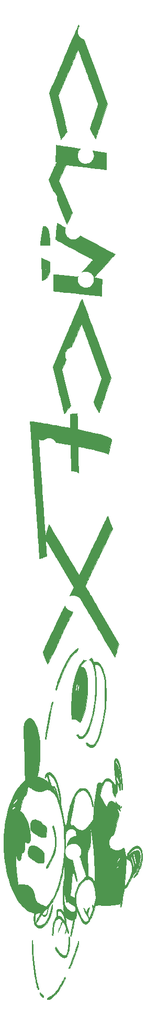
<source format=gbr>
%TF.GenerationSoftware,KiCad,Pcbnew,(5.1.6)-1*%
%TF.CreationDate,2020-06-17T23:21:10-05:00*%
%TF.ProjectId,Euro Playset,4575726f-2050-46c6-9179-7365742e6b69,rev?*%
%TF.SameCoordinates,Original*%
%TF.FileFunction,Legend,Bot*%
%TF.FilePolarity,Positive*%
%FSLAX46Y46*%
G04 Gerber Fmt 4.6, Leading zero omitted, Abs format (unit mm)*
G04 Created by KiCad (PCBNEW (5.1.6)-1) date 2020-06-17 23:21:10*
%MOMM*%
%LPD*%
G01*
G04 APERTURE LIST*
%ADD10C,0.010000*%
G04 APERTURE END LIST*
D10*
%TO.C,G\u002A\u002A\u002A*%
G36*
X381705962Y-279236590D02*
G01*
X381750068Y-279397717D01*
X381562467Y-279767077D01*
X381368851Y-280136468D01*
X381168615Y-280496287D01*
X380966399Y-280838916D01*
X380766842Y-281156739D01*
X380574585Y-281442138D01*
X380394268Y-281687497D01*
X380386530Y-281697447D01*
X380221455Y-281895127D01*
X380044822Y-282081497D01*
X379861457Y-282253252D01*
X379676183Y-282407089D01*
X379493822Y-282539704D01*
X379319198Y-282647792D01*
X379157136Y-282728050D01*
X379012459Y-282777173D01*
X378889989Y-282791858D01*
X378811161Y-282776555D01*
X378782196Y-282741436D01*
X378785615Y-282680911D01*
X378818882Y-282606541D01*
X378860860Y-282549809D01*
X378946231Y-282476605D01*
X379080369Y-282395471D01*
X379197747Y-282336676D01*
X379323158Y-282273193D01*
X379450596Y-282201340D01*
X379561066Y-282132132D01*
X379609115Y-282098122D01*
X379781380Y-281952172D01*
X379968490Y-281765792D01*
X380165234Y-281545280D01*
X380366398Y-281296935D01*
X380566772Y-281027054D01*
X380761141Y-280741935D01*
X380859994Y-280586712D01*
X380968058Y-280408293D01*
X381083105Y-280210532D01*
X381199604Y-280003587D01*
X381312022Y-279797616D01*
X381414828Y-279602780D01*
X381502490Y-279429235D01*
X381569476Y-279287141D01*
X381577154Y-279269729D01*
X381661856Y-279075462D01*
X381705962Y-279236590D01*
G37*
X381705962Y-279236590D02*
X381750068Y-279397717D01*
X381562467Y-279767077D01*
X381368851Y-280136468D01*
X381168615Y-280496287D01*
X380966399Y-280838916D01*
X380766842Y-281156739D01*
X380574585Y-281442138D01*
X380394268Y-281687497D01*
X380386530Y-281697447D01*
X380221455Y-281895127D01*
X380044822Y-282081497D01*
X379861457Y-282253252D01*
X379676183Y-282407089D01*
X379493822Y-282539704D01*
X379319198Y-282647792D01*
X379157136Y-282728050D01*
X379012459Y-282777173D01*
X378889989Y-282791858D01*
X378811161Y-282776555D01*
X378782196Y-282741436D01*
X378785615Y-282680911D01*
X378818882Y-282606541D01*
X378860860Y-282549809D01*
X378946231Y-282476605D01*
X379080369Y-282395471D01*
X379197747Y-282336676D01*
X379323158Y-282273193D01*
X379450596Y-282201340D01*
X379561066Y-282132132D01*
X379609115Y-282098122D01*
X379781380Y-281952172D01*
X379968490Y-281765792D01*
X380165234Y-281545280D01*
X380366398Y-281296935D01*
X380566772Y-281027054D01*
X380761141Y-280741935D01*
X380859994Y-280586712D01*
X380968058Y-280408293D01*
X381083105Y-280210532D01*
X381199604Y-280003587D01*
X381312022Y-279797616D01*
X381414828Y-279602780D01*
X381502490Y-279429235D01*
X381569476Y-279287141D01*
X381577154Y-279269729D01*
X381661856Y-279075462D01*
X381705962Y-279236590D01*
G36*
X377743032Y-281716982D02*
G01*
X377826366Y-281787371D01*
X377938003Y-281895438D01*
X377962644Y-281920294D01*
X378102755Y-282069933D01*
X378200502Y-282192019D01*
X378256026Y-282286904D01*
X378269472Y-282354943D01*
X378240983Y-282396489D01*
X378170702Y-282411896D01*
X378161831Y-282412012D01*
X378081045Y-282395226D01*
X377993908Y-282340636D01*
X377973596Y-282323828D01*
X377884308Y-282235247D01*
X377797468Y-282128053D01*
X377720882Y-282014328D01*
X377662361Y-281906153D01*
X377629710Y-281815611D01*
X377625576Y-281785317D01*
X377629273Y-281718438D01*
X377647843Y-281683860D01*
X377684643Y-281682926D01*
X377743032Y-281716982D01*
G37*
X377743032Y-281716982D02*
X377826366Y-281787371D01*
X377938003Y-281895438D01*
X377962644Y-281920294D01*
X378102755Y-282069933D01*
X378200502Y-282192019D01*
X378256026Y-282286904D01*
X378269472Y-282354943D01*
X378240983Y-282396489D01*
X378170702Y-282411896D01*
X378161831Y-282412012D01*
X378081045Y-282395226D01*
X377993908Y-282340636D01*
X377973596Y-282323828D01*
X377884308Y-282235247D01*
X377797468Y-282128053D01*
X377720882Y-282014328D01*
X377662361Y-281906153D01*
X377629710Y-281815611D01*
X377625576Y-281785317D01*
X377629273Y-281718438D01*
X377647843Y-281683860D01*
X377684643Y-281682926D01*
X377743032Y-281716982D01*
G36*
X376440261Y-273234705D02*
G01*
X376442518Y-273274315D01*
X376448595Y-273352103D01*
X376457479Y-273455626D01*
X376464992Y-273538539D01*
X376472692Y-273633779D01*
X376482194Y-273770493D01*
X376492931Y-273939361D01*
X376504332Y-274131062D01*
X376515829Y-274336274D01*
X376526853Y-274545678D01*
X376528637Y-274580981D01*
X376574417Y-275378210D01*
X376629820Y-276139914D01*
X376694614Y-276864334D01*
X376768564Y-277549710D01*
X376851437Y-278194283D01*
X376942999Y-278796292D01*
X377043017Y-279353978D01*
X377151257Y-279865581D01*
X377267484Y-280329342D01*
X377313618Y-280492393D01*
X377368241Y-280682338D01*
X377408033Y-280829877D01*
X377434081Y-280940896D01*
X377447472Y-281021286D01*
X377449293Y-281076934D01*
X377440631Y-281113729D01*
X377431102Y-281128908D01*
X377391994Y-281162075D01*
X377357240Y-281151209D01*
X377324448Y-281108959D01*
X377275407Y-281011963D01*
X377222291Y-280868517D01*
X377165838Y-280682794D01*
X377106788Y-280458968D01*
X377045879Y-280201209D01*
X376983851Y-279913693D01*
X376921441Y-279600590D01*
X376859389Y-279266075D01*
X376798434Y-278914320D01*
X376739315Y-278549497D01*
X376682769Y-278175780D01*
X376629538Y-277797341D01*
X376580358Y-277418353D01*
X376535969Y-277042988D01*
X376497110Y-276675421D01*
X376464519Y-276319823D01*
X376454460Y-276195496D01*
X376436496Y-275943914D01*
X376420519Y-275678806D01*
X376406601Y-275405080D01*
X376394813Y-275127642D01*
X376385226Y-274851398D01*
X376377912Y-274581257D01*
X376372941Y-274322123D01*
X376370386Y-274078905D01*
X376370318Y-273856509D01*
X376372807Y-273659841D01*
X376377925Y-273493809D01*
X376385744Y-273363319D01*
X376396335Y-273273278D01*
X376409768Y-273228593D01*
X376411313Y-273226765D01*
X376435262Y-273212913D01*
X376440261Y-273234705D01*
G37*
X376440261Y-273234705D02*
X376442518Y-273274315D01*
X376448595Y-273352103D01*
X376457479Y-273455626D01*
X376464992Y-273538539D01*
X376472692Y-273633779D01*
X376482194Y-273770493D01*
X376492931Y-273939361D01*
X376504332Y-274131062D01*
X376515829Y-274336274D01*
X376526853Y-274545678D01*
X376528637Y-274580981D01*
X376574417Y-275378210D01*
X376629820Y-276139914D01*
X376694614Y-276864334D01*
X376768564Y-277549710D01*
X376851437Y-278194283D01*
X376942999Y-278796292D01*
X377043017Y-279353978D01*
X377151257Y-279865581D01*
X377267484Y-280329342D01*
X377313618Y-280492393D01*
X377368241Y-280682338D01*
X377408033Y-280829877D01*
X377434081Y-280940896D01*
X377447472Y-281021286D01*
X377449293Y-281076934D01*
X377440631Y-281113729D01*
X377431102Y-281128908D01*
X377391994Y-281162075D01*
X377357240Y-281151209D01*
X377324448Y-281108959D01*
X377275407Y-281011963D01*
X377222291Y-280868517D01*
X377165838Y-280682794D01*
X377106788Y-280458968D01*
X377045879Y-280201209D01*
X376983851Y-279913693D01*
X376921441Y-279600590D01*
X376859389Y-279266075D01*
X376798434Y-278914320D01*
X376739315Y-278549497D01*
X376682769Y-278175780D01*
X376629538Y-277797341D01*
X376580358Y-277418353D01*
X376535969Y-277042988D01*
X376497110Y-276675421D01*
X376464519Y-276319823D01*
X376454460Y-276195496D01*
X376436496Y-275943914D01*
X376420519Y-275678806D01*
X376406601Y-275405080D01*
X376394813Y-275127642D01*
X376385226Y-274851398D01*
X376377912Y-274581257D01*
X376372941Y-274322123D01*
X376370386Y-274078905D01*
X376370318Y-273856509D01*
X376372807Y-273659841D01*
X376377925Y-273493809D01*
X376385744Y-273363319D01*
X376396335Y-273273278D01*
X376409768Y-273228593D01*
X376411313Y-273226765D01*
X376435262Y-273212913D01*
X376440261Y-273234705D01*
G36*
X383886497Y-273347788D02*
G01*
X383908108Y-273375048D01*
X383929634Y-273440642D01*
X383930082Y-273550985D01*
X383909879Y-273704744D01*
X383869450Y-273900587D01*
X383809220Y-274137182D01*
X383729616Y-274413196D01*
X383631063Y-274727297D01*
X383513988Y-275078153D01*
X383378815Y-275464433D01*
X383225971Y-275884803D01*
X383055881Y-276337931D01*
X382868971Y-276822486D01*
X382665667Y-277337134D01*
X382549281Y-277626925D01*
X382520966Y-277654778D01*
X382460185Y-277694955D01*
X382387196Y-277735043D01*
X382308068Y-277774289D01*
X382265595Y-277791551D01*
X382251179Y-277788043D01*
X382256224Y-277764976D01*
X382260857Y-277752863D01*
X382280781Y-277704390D01*
X382314994Y-277623500D01*
X382357468Y-277524391D01*
X382376871Y-277479480D01*
X382524744Y-277130476D01*
X382676818Y-276757397D01*
X382830248Y-276368046D01*
X382982186Y-275970227D01*
X383129787Y-275571745D01*
X383270205Y-275180404D01*
X383400594Y-274804007D01*
X383518108Y-274450359D01*
X383619900Y-274127264D01*
X383702815Y-273843644D01*
X383742896Y-273701835D01*
X383780173Y-273574563D01*
X383811841Y-273471060D01*
X383835093Y-273400561D01*
X383845241Y-273375048D01*
X383866763Y-273340953D01*
X383886497Y-273347788D01*
G37*
X383886497Y-273347788D02*
X383908108Y-273375048D01*
X383929634Y-273440642D01*
X383930082Y-273550985D01*
X383909879Y-273704744D01*
X383869450Y-273900587D01*
X383809220Y-274137182D01*
X383729616Y-274413196D01*
X383631063Y-274727297D01*
X383513988Y-275078153D01*
X383378815Y-275464433D01*
X383225971Y-275884803D01*
X383055881Y-276337931D01*
X382868971Y-276822486D01*
X382665667Y-277337134D01*
X382549281Y-277626925D01*
X382520966Y-277654778D01*
X382460185Y-277694955D01*
X382387196Y-277735043D01*
X382308068Y-277774289D01*
X382265595Y-277791551D01*
X382251179Y-277788043D01*
X382256224Y-277764976D01*
X382260857Y-277752863D01*
X382280781Y-277704390D01*
X382314994Y-277623500D01*
X382357468Y-277524391D01*
X382376871Y-277479480D01*
X382524744Y-277130476D01*
X382676818Y-276757397D01*
X382830248Y-276368046D01*
X382982186Y-275970227D01*
X383129787Y-275571745D01*
X383270205Y-275180404D01*
X383400594Y-274804007D01*
X383518108Y-274450359D01*
X383619900Y-274127264D01*
X383702815Y-273843644D01*
X383742896Y-273701835D01*
X383780173Y-273574563D01*
X383811841Y-273471060D01*
X383835093Y-273400561D01*
X383845241Y-273375048D01*
X383866763Y-273340953D01*
X383886497Y-273347788D01*
G36*
X382395099Y-272588722D02*
G01*
X382418025Y-272640335D01*
X382435709Y-272731059D01*
X382448892Y-272864741D01*
X382458317Y-273045227D01*
X382458541Y-273051155D01*
X382463114Y-273384794D01*
X382453201Y-273727364D01*
X382429873Y-274070443D01*
X382394201Y-274405610D01*
X382347257Y-274724443D01*
X382290110Y-275018521D01*
X382223833Y-275279421D01*
X382149497Y-275498721D01*
X382146214Y-275506896D01*
X382051926Y-275707268D01*
X381949943Y-275858220D01*
X381838003Y-275960894D01*
X381713844Y-276016429D01*
X381575204Y-276025965D01*
X381419819Y-275990644D01*
X381293556Y-275936712D01*
X381130201Y-275835686D01*
X380957427Y-275693333D01*
X380781384Y-275516735D01*
X380608218Y-275312976D01*
X380444078Y-275089137D01*
X380295111Y-274852301D01*
X380200655Y-274677616D01*
X380100867Y-274479148D01*
X380168126Y-274377512D01*
X380209047Y-274318237D01*
X380237595Y-274281611D01*
X380244354Y-274275876D01*
X380259246Y-274296798D01*
X380289958Y-274351827D01*
X380330034Y-274429358D01*
X380332753Y-274434785D01*
X380486350Y-274705407D01*
X380665377Y-274957578D01*
X380863452Y-275184544D01*
X381074195Y-275379550D01*
X381291227Y-275535842D01*
X381456683Y-275624681D01*
X381564874Y-275660368D01*
X381668837Y-275671518D01*
X381752722Y-275657296D01*
X381780614Y-275641684D01*
X381859111Y-275558591D01*
X381937245Y-275438069D01*
X382007002Y-275292964D01*
X382022096Y-275254612D01*
X382086408Y-275064015D01*
X382140434Y-274858815D01*
X382184994Y-274633134D01*
X382220906Y-274381096D01*
X382248993Y-274096822D01*
X382270073Y-273774435D01*
X382284966Y-273408059D01*
X382286386Y-273360561D01*
X382293317Y-273136036D01*
X382300076Y-272957408D01*
X382307163Y-272819731D01*
X382315079Y-272718054D01*
X382324326Y-272647431D01*
X382335404Y-272602912D01*
X382348815Y-272579550D01*
X382365059Y-272572395D01*
X382366190Y-272572373D01*
X382395099Y-272588722D01*
G37*
X382395099Y-272588722D02*
X382418025Y-272640335D01*
X382435709Y-272731059D01*
X382448892Y-272864741D01*
X382458317Y-273045227D01*
X382458541Y-273051155D01*
X382463114Y-273384794D01*
X382453201Y-273727364D01*
X382429873Y-274070443D01*
X382394201Y-274405610D01*
X382347257Y-274724443D01*
X382290110Y-275018521D01*
X382223833Y-275279421D01*
X382149497Y-275498721D01*
X382146214Y-275506896D01*
X382051926Y-275707268D01*
X381949943Y-275858220D01*
X381838003Y-275960894D01*
X381713844Y-276016429D01*
X381575204Y-276025965D01*
X381419819Y-275990644D01*
X381293556Y-275936712D01*
X381130201Y-275835686D01*
X380957427Y-275693333D01*
X380781384Y-275516735D01*
X380608218Y-275312976D01*
X380444078Y-275089137D01*
X380295111Y-274852301D01*
X380200655Y-274677616D01*
X380100867Y-274479148D01*
X380168126Y-274377512D01*
X380209047Y-274318237D01*
X380237595Y-274281611D01*
X380244354Y-274275876D01*
X380259246Y-274296798D01*
X380289958Y-274351827D01*
X380330034Y-274429358D01*
X380332753Y-274434785D01*
X380486350Y-274705407D01*
X380665377Y-274957578D01*
X380863452Y-275184544D01*
X381074195Y-275379550D01*
X381291227Y-275535842D01*
X381456683Y-275624681D01*
X381564874Y-275660368D01*
X381668837Y-275671518D01*
X381752722Y-275657296D01*
X381780614Y-275641684D01*
X381859111Y-275558591D01*
X381937245Y-275438069D01*
X382007002Y-275292964D01*
X382022096Y-275254612D01*
X382086408Y-275064015D01*
X382140434Y-274858815D01*
X382184994Y-274633134D01*
X382220906Y-274381096D01*
X382248993Y-274096822D01*
X382270073Y-273774435D01*
X382284966Y-273408059D01*
X382286386Y-273360561D01*
X382293317Y-273136036D01*
X382300076Y-272957408D01*
X382307163Y-272819731D01*
X382315079Y-272718054D01*
X382324326Y-272647431D01*
X382335404Y-272602912D01*
X382348815Y-272579550D01*
X382365059Y-272572395D01*
X382366190Y-272572373D01*
X382395099Y-272588722D01*
G36*
X376019430Y-237393146D02*
G01*
X376160981Y-237439885D01*
X376184425Y-237451132D01*
X376352201Y-237560077D01*
X376516552Y-237716168D01*
X376675586Y-237915721D01*
X376827412Y-238155055D01*
X376970136Y-238430486D01*
X377101867Y-238738333D01*
X377220712Y-239074913D01*
X377324779Y-239436543D01*
X377412177Y-239819541D01*
X377418894Y-239853568D01*
X377524692Y-240489890D01*
X377601686Y-241160625D01*
X377649983Y-241858354D01*
X377669688Y-242575656D01*
X377660908Y-243305111D01*
X377623749Y-244039301D01*
X377558317Y-244770804D01*
X377464720Y-245492201D01*
X377343062Y-246196073D01*
X377326872Y-246277573D01*
X377296288Y-246432781D01*
X377270458Y-246570515D01*
X377250690Y-246683220D01*
X377238293Y-246763344D01*
X377234576Y-246803332D01*
X377235258Y-246806297D01*
X377264109Y-246817511D01*
X377330137Y-246836565D01*
X377420948Y-246859966D01*
X377455371Y-246868317D01*
X377653627Y-246925818D01*
X377867545Y-247005467D01*
X378086892Y-247101982D01*
X378301435Y-247210083D01*
X378500940Y-247324490D01*
X378675175Y-247439921D01*
X378813904Y-247551096D01*
X378854286Y-247590198D01*
X378926741Y-247657484D01*
X378974148Y-247681227D01*
X378998969Y-247660654D01*
X379003667Y-247594991D01*
X378999193Y-247544614D01*
X378980350Y-247427605D01*
X378950294Y-247288519D01*
X378913241Y-247143254D01*
X378873407Y-247007710D01*
X378835009Y-246897787D01*
X378816115Y-246854185D01*
X378778146Y-246792558D01*
X378740734Y-246756625D01*
X378728629Y-246752853D01*
X378696256Y-246773629D01*
X378653595Y-246827048D01*
X378624596Y-246875047D01*
X378579763Y-246951968D01*
X378537588Y-247014488D01*
X378518920Y-247036922D01*
X378486781Y-247061308D01*
X378463673Y-247045517D01*
X378449265Y-247020599D01*
X378435027Y-246950872D01*
X378443638Y-246849922D01*
X378471840Y-246730168D01*
X378516380Y-246604027D01*
X378533216Y-246568930D01*
X379008208Y-246568930D01*
X379016204Y-246644755D01*
X379038561Y-246760179D01*
X379072833Y-246906811D01*
X379116575Y-247076259D01*
X379167339Y-247260128D01*
X379222679Y-247450027D01*
X379280150Y-247637563D01*
X379337304Y-247814344D01*
X379391697Y-247971976D01*
X379440881Y-248102068D01*
X379482410Y-248196225D01*
X379482663Y-248196727D01*
X379535036Y-248281567D01*
X379596660Y-248333617D01*
X379680799Y-248359880D01*
X379800719Y-248367360D01*
X379805904Y-248367368D01*
X379889732Y-248373189D01*
X379956189Y-248388044D01*
X379978285Y-248399150D01*
X380046883Y-248476634D01*
X380117263Y-248594483D01*
X380185113Y-248742576D01*
X380246121Y-248910794D01*
X380295977Y-249089016D01*
X380319305Y-249199608D01*
X380387528Y-249513881D01*
X380478694Y-249844342D01*
X380586896Y-250172510D01*
X380706228Y-250479905D01*
X380783987Y-250653580D01*
X380851551Y-250795496D01*
X380859790Y-250681082D01*
X380860087Y-250598815D01*
X380853174Y-250488914D01*
X380840520Y-250373850D01*
X380839043Y-250363264D01*
X380808824Y-250171707D01*
X380768914Y-249949733D01*
X380721275Y-249706030D01*
X380667870Y-249449284D01*
X380610663Y-249188182D01*
X380551616Y-248931411D01*
X380492692Y-248687658D01*
X380435853Y-248465609D01*
X380383064Y-248273951D01*
X380336287Y-248121372D01*
X380324833Y-248087688D01*
X380222970Y-247826987D01*
X380104112Y-247574650D01*
X379972275Y-247336337D01*
X379831473Y-247117709D01*
X379685723Y-246924426D01*
X379539040Y-246762147D01*
X379395440Y-246636532D01*
X379258938Y-246553241D01*
X379226643Y-246539788D01*
X379124187Y-246503657D01*
X379059726Y-246489054D01*
X379024665Y-246497126D01*
X379010412Y-246529018D01*
X379008208Y-246568930D01*
X378533216Y-246568930D01*
X378574000Y-246483915D01*
X378602382Y-246436602D01*
X378721781Y-246287615D01*
X378854716Y-246187049D01*
X378999101Y-246134933D01*
X379152851Y-246131296D01*
X379313882Y-246176166D01*
X379480109Y-246269573D01*
X379649447Y-246411545D01*
X379660052Y-246421997D01*
X379842448Y-246632455D01*
X380016291Y-246892278D01*
X380181252Y-247200650D01*
X380337004Y-247556754D01*
X380483218Y-247959774D01*
X380619568Y-248408893D01*
X380745724Y-248903295D01*
X380849896Y-249384385D01*
X380909866Y-249702355D01*
X380955460Y-249990462D01*
X380988823Y-250266934D01*
X381012098Y-250550002D01*
X381027427Y-250857894D01*
X381029260Y-250909910D01*
X381041088Y-251178724D01*
X381058357Y-251411956D01*
X381083089Y-251624761D01*
X381117312Y-251832291D01*
X381163048Y-252049702D01*
X381204608Y-252222315D01*
X381349035Y-252841618D01*
X381480932Y-253494741D01*
X381563610Y-253960961D01*
X381601542Y-254184686D01*
X381632926Y-254362616D01*
X381658745Y-254499246D01*
X381679983Y-254599071D01*
X381697622Y-254666587D01*
X381712646Y-254706287D01*
X381726038Y-254722668D01*
X381730453Y-254723724D01*
X381763844Y-254702130D01*
X381811777Y-254643637D01*
X381867837Y-254557679D01*
X381925611Y-254453688D01*
X381955697Y-254392433D01*
X382034305Y-254183899D01*
X382075698Y-253967059D01*
X382084689Y-253785869D01*
X382091901Y-253647231D01*
X382112477Y-253467353D01*
X382144837Y-253253603D01*
X382187403Y-253013347D01*
X382238595Y-252753953D01*
X382296833Y-252482785D01*
X382360540Y-252207212D01*
X382428135Y-251934601D01*
X382498040Y-251672316D01*
X382568674Y-251427726D01*
X382635179Y-251217976D01*
X382762224Y-250860273D01*
X382898255Y-250517871D01*
X383041154Y-250194287D01*
X383188801Y-249893035D01*
X383339077Y-249617630D01*
X383489864Y-249371586D01*
X383639043Y-249158418D01*
X383784494Y-248981642D01*
X383924099Y-248844770D01*
X384055738Y-248751319D01*
X384145649Y-248712519D01*
X384261078Y-248689684D01*
X384408913Y-248676683D01*
X384571660Y-248673570D01*
X384731821Y-248680398D01*
X384871903Y-248697221D01*
X384931706Y-248710123D01*
X385069296Y-248760853D01*
X385196392Y-248839213D01*
X385316944Y-248949544D01*
X385434902Y-249096188D01*
X385554217Y-249283486D01*
X385678840Y-249515778D01*
X385695707Y-249549650D01*
X385820466Y-249820541D01*
X385934815Y-250104806D01*
X386035779Y-250392718D01*
X386120378Y-250674550D01*
X386185634Y-250940575D01*
X386228570Y-251181067D01*
X386244515Y-251342143D01*
X386248417Y-251485988D01*
X386241572Y-251582200D01*
X386223419Y-251632961D01*
X386193397Y-251640459D01*
X386171520Y-251626848D01*
X386139327Y-251576638D01*
X386103281Y-251476768D01*
X386063677Y-251328260D01*
X386020807Y-251132134D01*
X386001233Y-251032321D01*
X385919283Y-250686610D01*
X385808641Y-250351224D01*
X385673051Y-250033777D01*
X385516257Y-249741883D01*
X385342000Y-249483157D01*
X385154025Y-249265211D01*
X385112595Y-249224805D01*
X384999025Y-249125171D01*
X384900321Y-249059834D01*
X384801118Y-249022203D01*
X384686051Y-249005683D01*
X384595960Y-249003145D01*
X384468378Y-249013190D01*
X384344482Y-249046740D01*
X384211292Y-249108532D01*
X384066471Y-249196302D01*
X383858160Y-249359362D01*
X383664825Y-249563816D01*
X383542571Y-249727628D01*
X383459472Y-249856190D01*
X383395101Y-249971716D01*
X383344933Y-250086553D01*
X383304442Y-250213046D01*
X383269103Y-250363543D01*
X383234389Y-250550389D01*
X383228680Y-250583955D01*
X383212799Y-250673623D01*
X383188205Y-250806550D01*
X383156166Y-250976135D01*
X383117952Y-251175776D01*
X383074831Y-251398871D01*
X383028074Y-251638818D01*
X382978948Y-251889015D01*
X382936260Y-252104905D01*
X382868248Y-252448382D01*
X382809619Y-252746243D01*
X382759633Y-253002708D01*
X382717553Y-253221994D01*
X382682638Y-253408321D01*
X382654151Y-253565906D01*
X382631352Y-253698969D01*
X382613503Y-253811727D01*
X382599864Y-253908399D01*
X382589698Y-253993203D01*
X382582266Y-254070357D01*
X382576828Y-254144081D01*
X382575581Y-254164365D01*
X382570007Y-254282913D01*
X382571250Y-254366334D01*
X382581165Y-254430106D01*
X382601606Y-254489709D01*
X382619264Y-254528994D01*
X382678437Y-254627161D01*
X382740762Y-254680792D01*
X382802615Y-254687698D01*
X382842989Y-254664195D01*
X382886849Y-254633745D01*
X382933946Y-254624340D01*
X382990125Y-254638929D01*
X383061231Y-254680456D01*
X383153109Y-254751868D01*
X383271603Y-254856111D01*
X383329896Y-254909635D01*
X383582246Y-255122151D01*
X383828337Y-255286209D01*
X384070771Y-255403424D01*
X384193253Y-255445513D01*
X384346419Y-255479918D01*
X384474506Y-255481256D01*
X384591936Y-255448484D01*
X384664227Y-255411457D01*
X384761307Y-255363252D01*
X384835349Y-255348683D01*
X384860595Y-255351369D01*
X384924580Y-255339807D01*
X385010698Y-255285694D01*
X385116962Y-255191247D01*
X385241381Y-255058680D01*
X385381966Y-254890209D01*
X385536730Y-254688047D01*
X385703682Y-254454411D01*
X385821210Y-254281606D01*
X385905198Y-254161139D01*
X385994568Y-254041739D01*
X386078248Y-253937736D01*
X386141281Y-253867368D01*
X386185146Y-253822557D01*
X386220014Y-253782986D01*
X386247068Y-253742324D01*
X386267490Y-253694237D01*
X386282465Y-253632393D01*
X386293174Y-253550457D01*
X386300801Y-253442098D01*
X386306528Y-253300982D01*
X386311539Y-253120776D01*
X386316140Y-252931232D01*
X386328769Y-252604700D01*
X386351135Y-252242100D01*
X386382100Y-251853449D01*
X386420527Y-251448762D01*
X386465277Y-251038054D01*
X386515212Y-250631341D01*
X386569195Y-250238639D01*
X386626088Y-249869964D01*
X386684753Y-249535331D01*
X386724970Y-249332843D01*
X386758818Y-249161733D01*
X386786977Y-248994056D01*
X386811593Y-248814798D01*
X386834812Y-248608949D01*
X386849285Y-248463091D01*
X386868947Y-248281676D01*
X386890535Y-248142840D01*
X386916775Y-248038318D01*
X386950396Y-247959846D01*
X386994125Y-247899158D01*
X387050689Y-247847989D01*
X387052819Y-247846357D01*
X387176763Y-247778763D01*
X387305486Y-247761711D01*
X387439631Y-247795166D01*
X387493650Y-247821948D01*
X387573620Y-247860127D01*
X387637202Y-247878037D01*
X387661184Y-247876771D01*
X387693197Y-247848937D01*
X387742352Y-247788640D01*
X387799775Y-247707107D01*
X387820269Y-247675498D01*
X387928604Y-247521024D01*
X388047084Y-247380090D01*
X388166177Y-247262813D01*
X388276354Y-247179307D01*
X388301201Y-247164993D01*
X388438232Y-247118082D01*
X388596635Y-247106434D01*
X388761586Y-247129594D01*
X388911411Y-247183699D01*
X389036569Y-247261667D01*
X389179041Y-247379197D01*
X389333128Y-247530504D01*
X389493132Y-247709801D01*
X389653355Y-247911306D01*
X389726608Y-248011328D01*
X389822856Y-248142911D01*
X389894390Y-248233159D01*
X389940640Y-248281410D01*
X389961036Y-248287000D01*
X389961722Y-248284756D01*
X389961147Y-248248385D01*
X389955141Y-248168699D01*
X389944402Y-248052862D01*
X389929630Y-247908040D01*
X389911523Y-247741397D01*
X389892282Y-247572929D01*
X389843970Y-247154172D01*
X389802307Y-246781198D01*
X389800246Y-246761874D01*
X389970199Y-246761874D01*
X389974815Y-246832022D01*
X389998376Y-247013753D01*
X390038787Y-247210604D01*
X390092083Y-247409263D01*
X390154301Y-247596420D01*
X390221477Y-247758763D01*
X390286304Y-247877928D01*
X390338183Y-247924700D01*
X390395829Y-247930517D01*
X390443608Y-247894608D01*
X390448755Y-247885956D01*
X390471076Y-247800128D01*
X390463339Y-247680850D01*
X390425157Y-247526785D01*
X390356142Y-247336600D01*
X390255909Y-247108957D01*
X390176033Y-246944658D01*
X390102512Y-246802239D01*
X390046884Y-246705837D01*
X390007494Y-246654526D01*
X389982686Y-246647379D01*
X389970806Y-246683471D01*
X389970199Y-246761874D01*
X389800246Y-246761874D01*
X389766908Y-246449428D01*
X389737385Y-246154285D01*
X389713351Y-245891188D01*
X389694421Y-245655560D01*
X389680206Y-245442822D01*
X389670320Y-245248396D01*
X389664377Y-245067702D01*
X389661989Y-244896163D01*
X389661908Y-244845946D01*
X389669911Y-244570600D01*
X389693629Y-244341278D01*
X389733649Y-244155456D01*
X389790558Y-244010608D01*
X389864943Y-243904211D01*
X389885762Y-243883845D01*
X389942734Y-243852296D01*
X390003929Y-243861869D01*
X390075239Y-243914717D01*
X390129564Y-243973011D01*
X390220922Y-244105044D01*
X390310781Y-244283812D01*
X390398339Y-244505204D01*
X390482794Y-244765110D01*
X390563342Y-245059419D01*
X390639182Y-245384020D01*
X390709511Y-245734802D01*
X390773527Y-246107655D01*
X390830428Y-246498468D01*
X390879410Y-246903129D01*
X390919673Y-247317529D01*
X390950413Y-247737556D01*
X390970827Y-248159100D01*
X390975390Y-248306440D01*
X390991502Y-248919285D01*
X390927034Y-248931609D01*
X390888716Y-248935067D01*
X390867208Y-248918887D01*
X390854628Y-248871543D01*
X390847019Y-248814559D01*
X390839498Y-248725317D01*
X390833904Y-248608347D01*
X390831294Y-248486768D01*
X390831225Y-248469070D01*
X390828813Y-248363996D01*
X390822252Y-248218689D01*
X390812269Y-248043534D01*
X390799594Y-247848914D01*
X390784955Y-247645213D01*
X390769081Y-247442815D01*
X390752702Y-247252103D01*
X390736545Y-247083462D01*
X390728993Y-247012588D01*
X390674040Y-246568577D01*
X390611292Y-246152143D01*
X390541523Y-245766497D01*
X390465510Y-245414847D01*
X390384027Y-245100402D01*
X390297850Y-244826373D01*
X390207755Y-244595968D01*
X390114516Y-244412396D01*
X390092025Y-244376079D01*
X390040123Y-244300868D01*
X389996159Y-244246253D01*
X389969020Y-244223179D01*
X389967774Y-244223023D01*
X389935596Y-244245423D01*
X389902961Y-244301669D01*
X389877046Y-244375335D01*
X389865031Y-244449993D01*
X389864864Y-244458521D01*
X389877736Y-244531065D01*
X389924658Y-244587553D01*
X389941298Y-244600501D01*
X390006527Y-244669457D01*
X390078003Y-244781295D01*
X390152606Y-244928920D01*
X390227215Y-245105232D01*
X390298712Y-245303134D01*
X390363976Y-245515528D01*
X390395627Y-245634135D01*
X390445747Y-245859502D01*
X390493886Y-246127180D01*
X390539172Y-246428640D01*
X390580735Y-246755353D01*
X390617703Y-247098791D01*
X390649205Y-247450425D01*
X390674372Y-247801728D01*
X390692332Y-248144170D01*
X390702214Y-248469223D01*
X390703903Y-248653203D01*
X390703903Y-248991855D01*
X390627627Y-249020646D01*
X390575542Y-249038220D01*
X390551534Y-249042206D01*
X390551351Y-249041742D01*
X390545194Y-248991053D01*
X390528748Y-248904467D01*
X390505049Y-248795161D01*
X390477135Y-248676310D01*
X390448043Y-248561092D01*
X390420808Y-248462684D01*
X390409245Y-248425159D01*
X390365046Y-248298060D01*
X390316555Y-248173653D01*
X390267913Y-248061004D01*
X390223259Y-247969181D01*
X390186734Y-247907253D01*
X390162476Y-247884287D01*
X390162316Y-247884285D01*
X390151457Y-247909170D01*
X390147225Y-247982517D01*
X390149680Y-248102365D01*
X390153652Y-248183034D01*
X390160968Y-248321139D01*
X390169216Y-248490800D01*
X390177497Y-248672755D01*
X390184912Y-248847740D01*
X390186544Y-248888589D01*
X390202549Y-249295396D01*
X390107973Y-249408265D01*
X389974604Y-249603115D01*
X389876582Y-249828940D01*
X389841509Y-249948807D01*
X389796472Y-250126151D01*
X389701094Y-249982457D01*
X389609877Y-249832135D01*
X389535947Y-249678769D01*
X389477517Y-249514738D01*
X389432801Y-249332417D01*
X389400013Y-249124182D01*
X389377366Y-248882410D01*
X389363074Y-248599478D01*
X389360857Y-248530408D01*
X389343643Y-247943399D01*
X389267367Y-247833207D01*
X389134834Y-247683338D01*
X388975717Y-247575398D01*
X388794750Y-247511950D01*
X388642725Y-247495015D01*
X388481080Y-247508184D01*
X388337919Y-247555458D01*
X388208748Y-247640385D01*
X388089072Y-247766514D01*
X387974395Y-247937393D01*
X387894690Y-248085535D01*
X387793151Y-248304083D01*
X387700980Y-248536305D01*
X387615360Y-248790792D01*
X387533475Y-249076132D01*
X387452512Y-249400915D01*
X387426410Y-249514262D01*
X387348100Y-249860256D01*
X387590547Y-250311447D01*
X387677462Y-250471027D01*
X387768936Y-250635237D01*
X387857673Y-250791235D01*
X387936379Y-250926181D01*
X387990821Y-251016148D01*
X388073201Y-251143780D01*
X388159985Y-251270191D01*
X388246136Y-251388922D01*
X388326619Y-251493515D01*
X388396397Y-251577510D01*
X388450434Y-251634450D01*
X388483694Y-251657875D01*
X388490058Y-251656408D01*
X388507653Y-251622709D01*
X388535473Y-251555410D01*
X388567425Y-251469270D01*
X388657036Y-251238264D01*
X388745932Y-251056047D01*
X388835382Y-250920595D01*
X388926654Y-250829886D01*
X388992040Y-250792039D01*
X389118040Y-250760031D01*
X389254656Y-250766905D01*
X389406371Y-250813845D01*
X389577665Y-250902040D01*
X389696391Y-250978454D01*
X389798208Y-251045923D01*
X389866297Y-251082016D01*
X389907615Y-251085863D01*
X389929121Y-251056593D01*
X389937769Y-250993338D01*
X389939462Y-250948049D01*
X389941358Y-250871772D01*
X390017179Y-250986064D01*
X390132341Y-251135360D01*
X390269157Y-251274452D01*
X390411671Y-251387916D01*
X390472016Y-251425717D01*
X390608798Y-251503272D01*
X390594275Y-251696031D01*
X390590295Y-251811897D01*
X390593985Y-251927891D01*
X390604094Y-252015916D01*
X390629869Y-252156373D01*
X390644621Y-252254066D01*
X390648758Y-252315783D01*
X390642684Y-252348310D01*
X390626806Y-252358436D01*
X390624577Y-252358476D01*
X390571930Y-252336681D01*
X390494797Y-252272577D01*
X390392712Y-252165713D01*
X390265208Y-252015635D01*
X390244769Y-251990491D01*
X390174477Y-251906130D01*
X390119002Y-251844440D01*
X390083820Y-251811151D01*
X390074411Y-251811989D01*
X390074558Y-251812513D01*
X390087100Y-251851508D01*
X390113320Y-251930389D01*
X390150449Y-252040925D01*
X390195722Y-252174882D01*
X390246372Y-252324029D01*
X390254004Y-252346447D01*
X390305547Y-252499194D01*
X390352162Y-252640006D01*
X390391016Y-252760106D01*
X390419272Y-252850717D01*
X390434097Y-252903061D01*
X390434820Y-252906266D01*
X390435297Y-252947846D01*
X390424622Y-253020347D01*
X390401991Y-253127231D01*
X390366601Y-253271960D01*
X390317650Y-253457998D01*
X390254335Y-253688806D01*
X390248507Y-253709734D01*
X390183280Y-253945238D01*
X390109954Y-254212553D01*
X390033256Y-254494280D01*
X389957910Y-254773025D01*
X389888643Y-255031389D01*
X389851477Y-255171236D01*
X389800786Y-255362552D01*
X389752818Y-255543129D01*
X389709530Y-255705638D01*
X389672879Y-255842747D01*
X389644821Y-255947123D01*
X389627314Y-256011436D01*
X389624886Y-256020144D01*
X389599587Y-256090140D01*
X389562250Y-256140881D01*
X389498857Y-256188560D01*
X389457194Y-256213860D01*
X389316303Y-256313004D01*
X389176658Y-256439941D01*
X389053172Y-256579446D01*
X388960753Y-256716293D01*
X388955297Y-256726389D01*
X388868455Y-256918387D01*
X388817212Y-257106640D01*
X388796387Y-257312340D01*
X388795297Y-257380681D01*
X388807948Y-257595614D01*
X388849218Y-257785564D01*
X388924083Y-257970568D01*
X388957906Y-258035596D01*
X389000639Y-258118751D01*
X389019336Y-258172435D01*
X389017300Y-258210052D01*
X389006384Y-258232298D01*
X388977011Y-258309676D01*
X388991766Y-258368363D01*
X389045745Y-258403141D01*
X389134044Y-258408793D01*
X389167607Y-258403817D01*
X389220370Y-258407147D01*
X389292033Y-258437382D01*
X389391521Y-258498340D01*
X389396830Y-258501890D01*
X389621189Y-258623110D01*
X389858642Y-258697425D01*
X390103524Y-258725193D01*
X390350170Y-258706773D01*
X390592913Y-258642523D01*
X390826090Y-258532803D01*
X391018492Y-258399230D01*
X391098639Y-258338219D01*
X391149904Y-258310585D01*
X391178685Y-258313085D01*
X391181907Y-258316404D01*
X391247324Y-258424337D01*
X391309285Y-258580528D01*
X391367986Y-258785636D01*
X391423617Y-259040319D01*
X391467479Y-259289078D01*
X391493695Y-259439673D01*
X391517360Y-259547073D01*
X391540512Y-259618726D01*
X391565189Y-259662081D01*
X391571431Y-259668969D01*
X391622316Y-259719820D01*
X391671287Y-259660206D01*
X391709303Y-259596230D01*
X391741398Y-259513381D01*
X391746447Y-259494941D01*
X391815649Y-259293315D01*
X391925779Y-259085150D01*
X392078962Y-258867114D01*
X392277326Y-258635875D01*
X392331131Y-258578837D01*
X392542369Y-258373299D01*
X392738146Y-258213940D01*
X392920577Y-258099224D01*
X393088380Y-258028655D01*
X393226833Y-257992413D01*
X393339625Y-257980673D01*
X393445400Y-257992972D01*
X393531345Y-258017697D01*
X393685838Y-258096574D01*
X393823343Y-258219642D01*
X393942888Y-258382826D01*
X394043504Y-258582055D01*
X394124219Y-258813256D01*
X394184063Y-259072357D01*
X394222067Y-259355285D01*
X394237259Y-259657968D01*
X394228669Y-259976334D01*
X394195327Y-260306310D01*
X394145969Y-260596997D01*
X394092006Y-260829001D01*
X394020740Y-261083703D01*
X393938830Y-261338948D01*
X393852935Y-261572584D01*
X393852138Y-261574589D01*
X393762377Y-261787460D01*
X393664504Y-261997548D01*
X393561205Y-262200901D01*
X393455165Y-262393567D01*
X393349069Y-262571593D01*
X393245603Y-262731027D01*
X393147453Y-262867917D01*
X393057303Y-262978311D01*
X392977839Y-263058255D01*
X392911747Y-263103799D01*
X392861712Y-263110989D01*
X392831004Y-263077433D01*
X392827207Y-263001395D01*
X392861286Y-262897536D01*
X392931458Y-262769866D01*
X393029276Y-262631031D01*
X393194207Y-262393221D01*
X393356850Y-262114887D01*
X393512672Y-261806308D01*
X393657138Y-261477764D01*
X393785714Y-261139532D01*
X393893868Y-260801890D01*
X393973881Y-260489619D01*
X394010686Y-260285463D01*
X394037340Y-260059037D01*
X394053350Y-259823736D01*
X394058221Y-259592952D01*
X394051461Y-259380078D01*
X394032575Y-259198507D01*
X394023374Y-259146633D01*
X393962549Y-258924643D01*
X393877402Y-258731948D01*
X393771396Y-258572615D01*
X393647993Y-258450707D01*
X393510658Y-258370290D01*
X393362853Y-258335428D01*
X393331344Y-258334276D01*
X393244101Y-258346737D01*
X393130255Y-258380431D01*
X393006108Y-258429297D01*
X392887962Y-258487272D01*
X392833918Y-258519256D01*
X392709839Y-258609521D01*
X392567761Y-258730768D01*
X392418888Y-258872353D01*
X392274425Y-259023631D01*
X392148193Y-259170700D01*
X392062624Y-259283240D01*
X391990798Y-259389524D01*
X391937243Y-259481649D01*
X391906488Y-259551710D01*
X391903063Y-259591802D01*
X391905215Y-259594772D01*
X391927558Y-259583381D01*
X391977606Y-259541024D01*
X392048474Y-259474004D01*
X392133275Y-259388628D01*
X392140426Y-259381193D01*
X392744575Y-259381193D01*
X392745299Y-259499553D01*
X392757730Y-259644122D01*
X392782647Y-259810872D01*
X392788664Y-259843704D01*
X392818846Y-259993248D01*
X392855172Y-260156538D01*
X392895164Y-260324012D01*
X392936343Y-260486108D01*
X392976231Y-260633266D01*
X393012350Y-260755922D01*
X393042222Y-260844516D01*
X393057016Y-260879115D01*
X393103903Y-260939476D01*
X393151565Y-260952899D01*
X393190960Y-260920167D01*
X393209619Y-260865919D01*
X393212318Y-260793408D01*
X393203059Y-260680748D01*
X393183668Y-260536738D01*
X393155974Y-260370176D01*
X393121803Y-260189860D01*
X393082981Y-260004587D01*
X393041336Y-259823156D01*
X392998695Y-259654366D01*
X392956885Y-259507014D01*
X392917733Y-259389898D01*
X392889309Y-259323411D01*
X392843177Y-259250346D01*
X392804859Y-259223618D01*
X392775134Y-259239200D01*
X392754779Y-259293067D01*
X392744575Y-259381193D01*
X392140426Y-259381193D01*
X392154679Y-259366375D01*
X392261231Y-259260450D01*
X392375616Y-259155832D01*
X392483652Y-259065016D01*
X392566449Y-259003594D01*
X392743933Y-258903155D01*
X392944628Y-258818476D01*
X393149246Y-258756507D01*
X393338499Y-258724199D01*
X393342691Y-258723846D01*
X393439389Y-258718291D01*
X393502459Y-258723003D01*
X393548571Y-258740785D01*
X393581583Y-258764007D01*
X393642249Y-258831675D01*
X393705657Y-258934584D01*
X393764539Y-259058119D01*
X393811632Y-259187665D01*
X393832662Y-259269058D01*
X393846117Y-259372132D01*
X393853674Y-259514828D01*
X393855726Y-259686307D01*
X393852666Y-259875733D01*
X393844888Y-260072267D01*
X393832785Y-260265072D01*
X393816750Y-260443308D01*
X393797176Y-260596139D01*
X393781344Y-260683291D01*
X393666751Y-261122081D01*
X393519432Y-261525111D01*
X393336952Y-261897464D01*
X393116878Y-262244223D01*
X392903598Y-262516617D01*
X392687942Y-262791529D01*
X392505662Y-263076050D01*
X392369594Y-263334848D01*
X392242460Y-263596781D01*
X392134034Y-263817315D01*
X392041778Y-264001251D01*
X391963154Y-264153391D01*
X391895622Y-264278534D01*
X391836646Y-264381481D01*
X391783686Y-264467034D01*
X391734203Y-264539993D01*
X391727205Y-264549759D01*
X391620290Y-264685603D01*
X391523480Y-264784015D01*
X391440117Y-264842199D01*
X391373545Y-264857362D01*
X391362228Y-264854888D01*
X391313802Y-264862637D01*
X391288905Y-264893490D01*
X391273592Y-264941322D01*
X391252040Y-265038951D01*
X391224361Y-265185721D01*
X391190665Y-265380979D01*
X391151064Y-265624067D01*
X391105667Y-265914330D01*
X391054587Y-266251114D01*
X391021991Y-266470271D01*
X390980326Y-266744627D01*
X390939680Y-266997703D01*
X390900946Y-267224633D01*
X390865016Y-267420551D01*
X390832782Y-267580592D01*
X390805136Y-267699888D01*
X390783068Y-267773324D01*
X390752032Y-267830465D01*
X390723815Y-267842297D01*
X390700980Y-267814357D01*
X390686089Y-267752187D01*
X390681705Y-267661326D01*
X390687931Y-267567652D01*
X390700665Y-267455517D01*
X390714387Y-267337116D01*
X390719917Y-267290241D01*
X390727013Y-267211768D01*
X390722563Y-267171490D01*
X390704196Y-267157585D01*
X390693128Y-267156757D01*
X390654609Y-267179024D01*
X390617533Y-267235994D01*
X390613694Y-267244746D01*
X390593625Y-267286248D01*
X390567612Y-267316937D01*
X390526286Y-267341267D01*
X390460277Y-267363694D01*
X390360216Y-267388676D01*
X390267112Y-267409580D01*
X390117279Y-267438410D01*
X389934542Y-267466670D01*
X389725579Y-267493885D01*
X389497070Y-267519580D01*
X389255693Y-267543280D01*
X389008126Y-267564509D01*
X388761050Y-267582791D01*
X388521142Y-267597652D01*
X388295082Y-267608615D01*
X388089548Y-267615206D01*
X387911220Y-267616949D01*
X387766775Y-267613369D01*
X387662893Y-267603990D01*
X387629521Y-267597322D01*
X387563513Y-267566280D01*
X387510370Y-267519146D01*
X387487585Y-267471569D01*
X387487553Y-267470303D01*
X387465299Y-267473733D01*
X387407922Y-267487062D01*
X387352063Y-267501168D01*
X387268888Y-267517472D01*
X387152604Y-267533420D01*
X387020918Y-267546815D01*
X386931477Y-267553352D01*
X386646346Y-267570398D01*
X386436349Y-268196260D01*
X386331904Y-268503401D01*
X386237830Y-268770299D01*
X386150679Y-269005647D01*
X386067005Y-269218138D01*
X385983358Y-269416468D01*
X385896292Y-269609329D01*
X385802359Y-269805416D01*
X385781277Y-269848143D01*
X385702420Y-270004163D01*
X385637726Y-270123564D01*
X385580865Y-270216267D01*
X385525507Y-270292194D01*
X385465323Y-270361265D01*
X385431676Y-270396093D01*
X385300199Y-270512029D01*
X385177555Y-270581536D01*
X385056167Y-270606313D01*
X384928456Y-270588063D01*
X384803470Y-270537077D01*
X384734493Y-270493972D01*
X384664002Y-270432232D01*
X384590146Y-270348719D01*
X384511069Y-270240298D01*
X384424920Y-270103831D01*
X384329844Y-269936182D01*
X384223987Y-269734213D01*
X384105497Y-269494789D01*
X383972519Y-269214772D01*
X383823200Y-268891024D01*
X383797613Y-268834835D01*
X383721424Y-268667787D01*
X383663515Y-268542832D01*
X383621353Y-268455665D01*
X383592405Y-268401982D01*
X383574139Y-268377480D01*
X383564022Y-268377853D01*
X383559522Y-268398798D01*
X383558253Y-268428028D01*
X383556372Y-268490998D01*
X383552650Y-268593857D01*
X383547509Y-268725695D01*
X383541372Y-268875602D01*
X383536077Y-269000101D01*
X383526096Y-269194557D01*
X383513875Y-269345675D01*
X383497622Y-269460964D01*
X383475547Y-269547934D01*
X383445858Y-269614094D01*
X383406764Y-269666956D01*
X383368172Y-269704149D01*
X383298890Y-269778356D01*
X383253681Y-269866569D01*
X383225857Y-269983865D01*
X383218070Y-270042543D01*
X383202909Y-270151231D01*
X383178254Y-270297167D01*
X383145588Y-270473579D01*
X383106393Y-270673695D01*
X383062152Y-270890745D01*
X383014346Y-271117956D01*
X382964457Y-271348557D01*
X382913969Y-271575777D01*
X382864362Y-271792844D01*
X382817119Y-271992987D01*
X382773723Y-272169433D01*
X382735656Y-272315413D01*
X382704399Y-272424153D01*
X382683793Y-272483450D01*
X382650000Y-272544316D01*
X382617574Y-272571761D01*
X382594809Y-272560743D01*
X382589778Y-272540591D01*
X382586485Y-272485626D01*
X382587901Y-272418825D01*
X382594716Y-272336060D01*
X382607622Y-272233206D01*
X382627310Y-272106134D01*
X382654469Y-271950717D01*
X382689791Y-271762828D01*
X382733967Y-271538340D01*
X382787688Y-271273126D01*
X382851643Y-270963058D01*
X382862833Y-270909200D01*
X382905544Y-270700621D01*
X382943790Y-270507678D01*
X382976546Y-270336028D01*
X383002786Y-270191332D01*
X383021485Y-270079248D01*
X383031616Y-270005437D01*
X383032155Y-269975556D01*
X383032043Y-269975427D01*
X382999769Y-269965093D01*
X382927815Y-269952695D01*
X382827215Y-269939871D01*
X382722329Y-269929411D01*
X382484818Y-269894870D01*
X382286031Y-269833809D01*
X382118904Y-269741827D01*
X381976372Y-269614522D01*
X381851370Y-269447494D01*
X381795567Y-269352000D01*
X381753585Y-269277960D01*
X381724480Y-269232632D01*
X381712891Y-269222989D01*
X381713727Y-269228929D01*
X381785294Y-269575591D01*
X381829894Y-269934718D01*
X381842246Y-270154438D01*
X381844371Y-270244304D01*
X381846439Y-270318241D01*
X381850044Y-270382408D01*
X381856779Y-270442968D01*
X381868238Y-270506079D01*
X381886012Y-270577904D01*
X381911696Y-270664604D01*
X381946882Y-270772338D01*
X381993163Y-270907268D01*
X382052133Y-271075555D01*
X382125385Y-271283359D01*
X382158426Y-271377177D01*
X382211746Y-271532801D01*
X382248687Y-271652426D01*
X382271930Y-271747197D01*
X382284158Y-271828260D01*
X382288053Y-271906759D01*
X382288088Y-271915967D01*
X382282038Y-272029207D01*
X382263725Y-272093496D01*
X382232906Y-272109296D01*
X382197678Y-272085942D01*
X382174871Y-272048727D01*
X382140152Y-271975117D01*
X382098680Y-271876616D01*
X382064913Y-271789776D01*
X381966826Y-271528400D01*
X381829110Y-271878765D01*
X381774602Y-272014798D01*
X381734901Y-272106959D01*
X381707869Y-272159318D01*
X381691368Y-272175948D01*
X381683258Y-272160919D01*
X381682768Y-272157352D01*
X381686021Y-272101690D01*
X381701971Y-272012813D01*
X381727642Y-271905884D01*
X381742645Y-271852247D01*
X381787222Y-271696080D01*
X381817348Y-271576393D01*
X381834685Y-271481432D01*
X381840895Y-271399445D01*
X381837638Y-271318682D01*
X381828773Y-271242974D01*
X381773205Y-271003057D01*
X381671355Y-270748326D01*
X381524529Y-270481882D01*
X381476826Y-270407552D01*
X381377554Y-270265460D01*
X381269805Y-270125036D01*
X381160612Y-269994292D01*
X381057011Y-269881239D01*
X380966034Y-269793891D01*
X380894716Y-269740258D01*
X380887544Y-269736329D01*
X380765474Y-269700612D01*
X380633005Y-269710313D01*
X380497458Y-269763185D01*
X380366152Y-269856982D01*
X380308470Y-269914037D01*
X380188154Y-270075390D01*
X380084373Y-270279841D01*
X379996907Y-270528296D01*
X379925534Y-270821659D01*
X379870036Y-271160834D01*
X379830191Y-271546726D01*
X379805856Y-271978159D01*
X379788889Y-272439101D01*
X379703653Y-272388811D01*
X379648840Y-272346402D01*
X379620323Y-272304635D01*
X379619141Y-272296538D01*
X379620625Y-272258462D01*
X379624297Y-272178618D01*
X379629723Y-272066020D01*
X379636471Y-271929682D01*
X379643180Y-271796786D01*
X379674720Y-271356601D01*
X379722651Y-270961468D01*
X379787811Y-270608027D01*
X379871038Y-270292916D01*
X379973169Y-270012773D01*
X380095044Y-269764238D01*
X380187069Y-269615344D01*
X380343043Y-269384473D01*
X380344658Y-268950745D01*
X380345071Y-268922494D01*
X380521021Y-268922494D01*
X380522092Y-269066229D01*
X380527425Y-269166831D01*
X380540199Y-269232009D01*
X380563592Y-269269469D01*
X380600785Y-269286919D01*
X380654955Y-269292066D01*
X380673573Y-269292352D01*
X380793953Y-269315689D01*
X380929528Y-269380774D01*
X381074586Y-269483004D01*
X381223416Y-269617773D01*
X381370306Y-269780474D01*
X381509383Y-269966267D01*
X381665165Y-270195096D01*
X381673174Y-270097768D01*
X381670916Y-270028769D01*
X381658002Y-269928339D01*
X381636920Y-269814171D01*
X381627049Y-269769859D01*
X381540692Y-269458929D01*
X381436330Y-269182060D01*
X381315901Y-268942916D01*
X381181340Y-268745163D01*
X381034586Y-268592466D01*
X380983709Y-268552514D01*
X380867820Y-268492938D01*
X380751353Y-268477165D01*
X380644111Y-268505502D01*
X380592358Y-268540219D01*
X380562920Y-268566973D01*
X380542952Y-268593982D01*
X380530616Y-268631095D01*
X380524074Y-268688162D01*
X380521489Y-268775032D01*
X380521022Y-268901555D01*
X380521021Y-268922494D01*
X380345071Y-268922494D01*
X380347314Y-268769227D01*
X380353565Y-268617814D01*
X380363003Y-268503111D01*
X380375220Y-268431726D01*
X380377027Y-268425866D01*
X380439888Y-268312352D01*
X380536110Y-268229169D01*
X380656631Y-268178614D01*
X380792385Y-268162988D01*
X380934307Y-268184590D01*
X381073332Y-268245718D01*
X381077424Y-268248223D01*
X381135077Y-268293786D01*
X381210607Y-268367004D01*
X381291137Y-268455039D01*
X381323678Y-268493742D01*
X381391326Y-268574779D01*
X381447127Y-268638366D01*
X381483363Y-268675875D01*
X381492377Y-268682283D01*
X381497616Y-268659422D01*
X381496199Y-268600176D01*
X381490412Y-268536087D01*
X381465385Y-268309726D01*
X381444852Y-268107854D01*
X381428260Y-267920798D01*
X381415053Y-267738887D01*
X381404676Y-267552448D01*
X381396573Y-267351808D01*
X381390190Y-267127296D01*
X381384971Y-266869240D01*
X381381309Y-266635536D01*
X381378322Y-266340717D01*
X381377562Y-266038950D01*
X381378883Y-265735541D01*
X381380982Y-265542243D01*
X381553101Y-265542243D01*
X381560742Y-266355856D01*
X381563099Y-266584088D01*
X381565700Y-266768006D01*
X381568964Y-266914149D01*
X381573305Y-267029052D01*
X381579141Y-267119254D01*
X381586887Y-267191292D01*
X381596958Y-267251703D01*
X381609773Y-267307024D01*
X381624671Y-267360161D01*
X381712558Y-267589822D01*
X381836878Y-267817785D01*
X381989866Y-268034311D01*
X382163756Y-268229660D01*
X382350785Y-268394092D01*
X382543187Y-268517867D01*
X382550757Y-268521770D01*
X382735558Y-268603584D01*
X382896036Y-268646195D01*
X383039122Y-268650513D01*
X383171749Y-268617447D01*
X383197235Y-268606607D01*
X383264822Y-268568728D01*
X383311744Y-268520654D01*
X383341682Y-268452955D01*
X383358312Y-268356203D01*
X383365311Y-268220968D01*
X383366059Y-268173774D01*
X383367064Y-268024301D01*
X383362275Y-267913995D01*
X383345578Y-267832101D01*
X383310860Y-267767866D01*
X383252008Y-267710535D01*
X383162909Y-267649352D01*
X383037450Y-267573565D01*
X383018462Y-267562264D01*
X382819631Y-267442325D01*
X382658336Y-267341269D01*
X382527197Y-267254144D01*
X382418832Y-267175994D01*
X382325860Y-267101866D01*
X382301351Y-267080958D01*
X382231486Y-267026467D01*
X382170745Y-266989398D01*
X382138770Y-266978779D01*
X382095648Y-266997914D01*
X382045716Y-267045187D01*
X382035861Y-267057750D01*
X381995303Y-267106802D01*
X381967712Y-267118474D01*
X381940647Y-267099893D01*
X381920456Y-267060132D01*
X381895936Y-266982942D01*
X381870809Y-266881101D01*
X381861936Y-266837570D01*
X383437207Y-266837570D01*
X383447681Y-267064779D01*
X383476310Y-267255600D01*
X383483050Y-267283756D01*
X383524628Y-267431752D01*
X383582449Y-267616166D01*
X383652899Y-267826604D01*
X383732365Y-268052669D01*
X383817234Y-268283965D01*
X383903892Y-268510098D01*
X383947060Y-268618719D01*
X384092488Y-268968948D01*
X384227904Y-269271463D01*
X384354820Y-269528081D01*
X384474748Y-269740617D01*
X384589200Y-269910884D01*
X384699688Y-270040700D01*
X384807723Y-270131878D01*
X384914818Y-270186234D01*
X385022485Y-270205582D01*
X385132235Y-270191739D01*
X385227337Y-270155692D01*
X385316450Y-270100467D01*
X385403103Y-270026515D01*
X385476691Y-269945359D01*
X385526611Y-269868516D01*
X385542542Y-269813269D01*
X385526460Y-269734021D01*
X385477585Y-269622710D01*
X385394975Y-269477329D01*
X385353889Y-269411713D01*
X385298961Y-269319945D01*
X385233925Y-269201868D01*
X385161870Y-269064076D01*
X385085883Y-268913166D01*
X385009052Y-268755733D01*
X384934465Y-268598375D01*
X384865210Y-268447687D01*
X384804373Y-268310264D01*
X384755044Y-268192704D01*
X384720310Y-268101601D01*
X384703258Y-268043553D01*
X384704823Y-268025174D01*
X384739407Y-268028331D01*
X384779103Y-268063256D01*
X384827145Y-268134426D01*
X384886769Y-268246319D01*
X384931127Y-268338442D01*
X384998692Y-268476978D01*
X385051902Y-268571738D01*
X385094110Y-268626615D01*
X385128671Y-268645502D01*
X385158939Y-268632288D01*
X385171608Y-268617517D01*
X385194003Y-268577506D01*
X385228913Y-268504863D01*
X385271207Y-268411492D01*
X385315751Y-268309297D01*
X385357413Y-268210181D01*
X385391060Y-268126048D01*
X385411559Y-268068801D01*
X385415415Y-268052099D01*
X385436399Y-268033297D01*
X385488600Y-268004148D01*
X385555887Y-267972022D01*
X385622133Y-267944288D01*
X385671208Y-267928318D01*
X385686740Y-267928115D01*
X385681280Y-267953441D01*
X385661373Y-268019421D01*
X385629391Y-268118722D01*
X385587705Y-268244007D01*
X385538688Y-268387943D01*
X385528575Y-268417276D01*
X385470523Y-268587299D01*
X385428124Y-268717352D01*
X385399426Y-268815172D01*
X385382477Y-268888496D01*
X385375325Y-268945060D01*
X385376018Y-268992601D01*
X385378328Y-269012813D01*
X385392194Y-269074346D01*
X385418842Y-269163896D01*
X385454152Y-269270197D01*
X385494006Y-269381986D01*
X385534288Y-269487996D01*
X385570879Y-269576964D01*
X385599661Y-269637623D01*
X385614231Y-269658158D01*
X385629315Y-269639546D01*
X385660011Y-269581063D01*
X385703152Y-269490093D01*
X385755567Y-269374022D01*
X385814086Y-269240233D01*
X385875540Y-269096111D01*
X385936760Y-268949040D01*
X385994575Y-268806404D01*
X386045817Y-268675588D01*
X386087316Y-268563975D01*
X386102200Y-268521296D01*
X386149178Y-268376966D01*
X386178596Y-268265150D01*
X386191359Y-268170986D01*
X386188372Y-268079606D01*
X386170541Y-267976148D01*
X386142454Y-267860057D01*
X386113816Y-267745628D01*
X386097714Y-267668912D01*
X386093345Y-267618550D01*
X386099908Y-267583185D01*
X386116600Y-267551458D01*
X386120246Y-267545824D01*
X386162232Y-267481746D01*
X386203240Y-267630713D01*
X386236941Y-267746508D01*
X386263520Y-267815647D01*
X386286915Y-267841106D01*
X386311059Y-267825863D01*
X386339888Y-267772897D01*
X386352742Y-267743842D01*
X386387287Y-267652127D01*
X386428300Y-267525061D01*
X386473469Y-267371785D01*
X386520483Y-267201442D01*
X386567031Y-267023174D01*
X386610799Y-266846123D01*
X386649477Y-266679432D01*
X386680753Y-266532243D01*
X386702315Y-266413698D01*
X386711850Y-266332940D01*
X386712112Y-266322668D01*
X386703896Y-266242571D01*
X386688025Y-266181400D01*
X386675552Y-266130327D01*
X386660838Y-266042286D01*
X386645977Y-265930972D01*
X386636238Y-265842858D01*
X386607067Y-265562775D01*
X386579898Y-265325754D01*
X386553397Y-265124118D01*
X386526227Y-264950187D01*
X386497053Y-264796284D01*
X386464540Y-264654730D01*
X386433221Y-264539452D01*
X391314114Y-264539452D01*
X391327429Y-264562895D01*
X391365761Y-264544859D01*
X391426688Y-264486675D01*
X391442912Y-264468587D01*
X391555386Y-264324144D01*
X391676980Y-264139211D01*
X391803542Y-263922385D01*
X391930921Y-263682266D01*
X392054966Y-263427449D01*
X392171525Y-263166535D01*
X392276447Y-262908121D01*
X392365580Y-262660804D01*
X392434774Y-262433184D01*
X392445557Y-262391956D01*
X392507370Y-262085987D01*
X392541810Y-261771190D01*
X392548410Y-261461185D01*
X392526705Y-261169592D01*
X392493866Y-260981259D01*
X392435284Y-260792949D01*
X392349240Y-260614040D01*
X392241651Y-260451091D01*
X392118434Y-260310663D01*
X391985505Y-260199316D01*
X391848782Y-260123609D01*
X391714181Y-260090103D01*
X391689139Y-260089047D01*
X391593793Y-260088489D01*
X391593532Y-260247398D01*
X391590959Y-260425835D01*
X391583977Y-260649223D01*
X391572929Y-260911886D01*
X391558157Y-261208146D01*
X391540004Y-261532328D01*
X391518813Y-261878753D01*
X391494928Y-262241745D01*
X391468691Y-262615627D01*
X391440444Y-262994722D01*
X391410532Y-263373354D01*
X391389175Y-263630493D01*
X391371649Y-263837809D01*
X391355574Y-264029228D01*
X391341442Y-264198803D01*
X391329744Y-264340589D01*
X391320971Y-264448637D01*
X391315614Y-264517002D01*
X391314114Y-264539452D01*
X386433221Y-264539452D01*
X386427350Y-264517845D01*
X386384150Y-264377953D01*
X386378290Y-264359960D01*
X386277076Y-264085751D01*
X386167961Y-263860001D01*
X386049008Y-263680669D01*
X385918276Y-263545716D01*
X385773829Y-263453099D01*
X385613727Y-263400779D01*
X385453553Y-263386462D01*
X385246927Y-263412255D01*
X385037818Y-263485326D01*
X384829342Y-263602414D01*
X384624616Y-263760256D01*
X384426755Y-263955589D01*
X384238876Y-264185151D01*
X384064097Y-264445678D01*
X383905532Y-264733909D01*
X383766298Y-265046581D01*
X383701555Y-265220668D01*
X383623373Y-265474769D01*
X383557553Y-265747178D01*
X383505061Y-266028778D01*
X383466862Y-266310454D01*
X383443923Y-266583090D01*
X383437207Y-266837570D01*
X381861936Y-266837570D01*
X381856553Y-266811162D01*
X381830793Y-266674066D01*
X381800292Y-266512037D01*
X381769764Y-266350107D01*
X381754049Y-266266867D01*
X381723622Y-266121981D01*
X381686394Y-265968459D01*
X381648014Y-265828720D01*
X381625955Y-265758359D01*
X381553101Y-265542243D01*
X381380982Y-265542243D01*
X381382138Y-265435799D01*
X381387182Y-265145033D01*
X381393869Y-264868551D01*
X381402054Y-264611661D01*
X381411591Y-264379672D01*
X381422333Y-264177891D01*
X381434136Y-264011628D01*
X381446854Y-263886190D01*
X381458794Y-263813314D01*
X381483379Y-263710876D01*
X381515105Y-263585635D01*
X381547340Y-263463741D01*
X381549076Y-263457358D01*
X381565354Y-263392382D01*
X381578741Y-263324315D01*
X381589790Y-263246352D01*
X381599052Y-263151687D01*
X381607077Y-263033515D01*
X381614416Y-262885029D01*
X381621622Y-262699424D01*
X381629245Y-262469893D01*
X381629375Y-262465766D01*
X381635801Y-262231388D01*
X381641057Y-261978425D01*
X381644963Y-261721036D01*
X381647338Y-261473378D01*
X381648003Y-261249608D01*
X381646988Y-261080081D01*
X381639739Y-260482583D01*
X381579928Y-260902103D01*
X381476733Y-261580787D01*
X381366567Y-262214406D01*
X381247856Y-262808459D01*
X381119029Y-263368446D01*
X380978513Y-263899864D01*
X380824735Y-264408213D01*
X380656123Y-264898991D01*
X380471103Y-265377697D01*
X380268105Y-265849831D01*
X380045553Y-266320890D01*
X380009290Y-266393994D01*
X379876050Y-266653788D01*
X379752390Y-266877985D01*
X379630632Y-267078821D01*
X379503099Y-267268531D01*
X379362114Y-267459353D01*
X379256940Y-267593127D01*
X379172193Y-267703223D01*
X379096312Y-267809915D01*
X379036927Y-267901921D01*
X379001666Y-267967957D01*
X378999081Y-267974508D01*
X378978130Y-268050194D01*
X378956839Y-268157818D01*
X378938722Y-268278615D01*
X378933107Y-268326839D01*
X378901865Y-268528632D01*
X378853043Y-268724652D01*
X378790001Y-268907802D01*
X378716100Y-269070987D01*
X378634701Y-269207109D01*
X378549165Y-269309073D01*
X378462853Y-269369781D01*
X378434513Y-269379617D01*
X378352126Y-269377501D01*
X378248791Y-269340009D01*
X378134608Y-269272036D01*
X378019706Y-269178509D01*
X377894003Y-269060928D01*
X377711594Y-269386470D01*
X377558482Y-269656808D01*
X377426482Y-269883360D01*
X377314320Y-270067999D01*
X377220725Y-270212598D01*
X377144422Y-270319031D01*
X377084138Y-270389169D01*
X377038599Y-270424886D01*
X377006533Y-270428055D01*
X377004259Y-270426804D01*
X376979598Y-270399954D01*
X376970641Y-270356731D01*
X376978781Y-270293706D01*
X377005411Y-270207450D01*
X377051924Y-270094533D01*
X377119713Y-269951525D01*
X377210171Y-269774996D01*
X377324689Y-269561517D01*
X377442699Y-269347167D01*
X377543044Y-269166197D01*
X377620904Y-269024765D01*
X377672200Y-268929820D01*
X378081453Y-268929820D01*
X378084399Y-269015991D01*
X378099200Y-269069827D01*
X378131798Y-269109495D01*
X378143476Y-269119369D01*
X378224279Y-269155165D01*
X378328405Y-269159992D01*
X378439906Y-269135182D01*
X378536444Y-269086540D01*
X378603286Y-269025925D01*
X378667509Y-268944498D01*
X378688477Y-268910044D01*
X378723714Y-268832424D01*
X378760812Y-268729004D01*
X378797639Y-268608888D01*
X378832062Y-268481179D01*
X378861948Y-268354982D01*
X378885164Y-268239400D01*
X378899577Y-268143537D01*
X378903055Y-268076498D01*
X378893463Y-268047386D01*
X378890713Y-268046854D01*
X378860638Y-268061610D01*
X378800037Y-268101078D01*
X378718232Y-268158382D01*
X378624548Y-268226646D01*
X378528308Y-268298995D01*
X378438835Y-268368553D01*
X378365452Y-268428444D01*
X378326656Y-268462815D01*
X378199337Y-268607593D01*
X378117107Y-268756404D01*
X378082442Y-268904534D01*
X378081453Y-268929820D01*
X377672200Y-268929820D01*
X377678583Y-268918007D01*
X377718382Y-268841059D01*
X377742602Y-268789058D01*
X377753547Y-268757141D01*
X377753519Y-268740443D01*
X377744818Y-268734101D01*
X377733300Y-268733215D01*
X377669717Y-268739091D01*
X377572694Y-268754388D01*
X377458053Y-268775901D01*
X377341614Y-268800427D01*
X377239197Y-268824762D01*
X377166621Y-268845703D01*
X377153576Y-268850616D01*
X377020528Y-268932627D01*
X376920750Y-269052374D01*
X376879280Y-269137908D01*
X376857364Y-269226480D01*
X376842112Y-269353046D01*
X376833493Y-269505194D01*
X376831479Y-269670511D01*
X376836040Y-269836582D01*
X376847146Y-269990995D01*
X376864768Y-270121336D01*
X376881785Y-270194330D01*
X376963867Y-270410716D01*
X377065046Y-270581055D01*
X377186887Y-270707038D01*
X377330956Y-270790351D01*
X377469970Y-270828540D01*
X377619738Y-270831454D01*
X377789475Y-270798738D01*
X377967889Y-270734867D01*
X378143686Y-270644318D01*
X378305573Y-270531564D01*
X378376857Y-270469130D01*
X378556190Y-270271790D01*
X378729146Y-270028603D01*
X378893559Y-269744399D01*
X379047266Y-269424006D01*
X379188101Y-269072253D01*
X379313900Y-268693970D01*
X379422497Y-268293985D01*
X379491270Y-267983084D01*
X379521556Y-267838200D01*
X379551893Y-267704388D01*
X379579637Y-267592537D01*
X379602144Y-267513535D01*
X379611654Y-267487288D01*
X379637490Y-267431178D01*
X379652028Y-267417772D01*
X379664279Y-267443150D01*
X379670121Y-267461862D01*
X379686979Y-267563568D01*
X379689789Y-267705602D01*
X379679424Y-267879682D01*
X379656756Y-268077524D01*
X379622658Y-268290845D01*
X379578004Y-268511362D01*
X379544924Y-268649940D01*
X379441644Y-269011589D01*
X379318779Y-269363567D01*
X379179539Y-269699506D01*
X379027138Y-270013032D01*
X378864786Y-270297776D01*
X378695695Y-270547367D01*
X378523076Y-270755433D01*
X378443066Y-270835732D01*
X378233112Y-271009852D01*
X378025218Y-271137653D01*
X377821647Y-271218882D01*
X377624667Y-271253289D01*
X377436542Y-271240621D01*
X377259537Y-271180627D01*
X377095920Y-271073055D01*
X377013349Y-270994475D01*
X376892988Y-270842078D01*
X376798083Y-270667193D01*
X376727481Y-270465191D01*
X376680030Y-270231448D01*
X376654576Y-269961336D01*
X376649966Y-269650228D01*
X376652522Y-269546747D01*
X376658711Y-269397623D01*
X376666860Y-269259014D01*
X376676132Y-269142135D01*
X376685690Y-269058204D01*
X376691171Y-269028501D01*
X376706273Y-268951942D01*
X376703132Y-268893797D01*
X376675555Y-268847966D01*
X376617352Y-268808347D01*
X376522332Y-268768839D01*
X376384305Y-268723341D01*
X376380223Y-268722066D01*
X376078911Y-268614594D01*
X375801620Y-268485728D01*
X375536470Y-268328657D01*
X375271584Y-268136567D01*
X375075628Y-267973856D01*
X374831865Y-267740433D01*
X374584088Y-267462054D01*
X374335944Y-267144034D01*
X374091077Y-266791689D01*
X373853134Y-266410334D01*
X373625759Y-266005283D01*
X373412599Y-265581852D01*
X373364235Y-265478679D01*
X373083914Y-264832536D01*
X372832169Y-264168020D01*
X372608225Y-263481746D01*
X372411307Y-262770329D01*
X372240639Y-262030384D01*
X372095446Y-261258527D01*
X371974952Y-260451372D01*
X371878382Y-259605535D01*
X371857944Y-259358368D01*
X373704678Y-259358368D01*
X373705565Y-259428636D01*
X373707803Y-259536726D01*
X373711240Y-259676139D01*
X373715726Y-259840375D01*
X373721110Y-260022933D01*
X373721951Y-260050351D01*
X373736390Y-260479215D01*
X373752386Y-260867542D01*
X373770780Y-261225643D01*
X373792408Y-261563826D01*
X373818110Y-261892401D01*
X373848725Y-262221678D01*
X373885092Y-262561965D01*
X373928048Y-262923573D01*
X373978433Y-263316811D01*
X374002229Y-263495496D01*
X374028157Y-263687655D01*
X374051972Y-263862752D01*
X374072825Y-264014659D01*
X374089869Y-264137249D01*
X374102255Y-264224393D01*
X374109134Y-264269965D01*
X374110199Y-264275269D01*
X374134945Y-264272318D01*
X374198204Y-264260829D01*
X374288761Y-264242903D01*
X374342702Y-264231777D01*
X374671339Y-264188524D01*
X375003497Y-264195529D01*
X375340213Y-264252867D01*
X375572096Y-264320571D01*
X375793156Y-264407694D01*
X375974857Y-264507294D01*
X376128370Y-264626156D01*
X376210499Y-264708344D01*
X376327861Y-264852468D01*
X376431252Y-265015653D01*
X376523255Y-265204047D01*
X376606451Y-265423798D01*
X376683425Y-265681052D01*
X376756757Y-265981958D01*
X376769078Y-266038039D01*
X376812687Y-266233869D01*
X376850483Y-266389342D01*
X376885441Y-266514186D01*
X376920536Y-266618130D01*
X376958743Y-266710902D01*
X377002300Y-266800801D01*
X377111975Y-266973884D01*
X377254140Y-267125310D01*
X377435182Y-267260923D01*
X377620500Y-267366140D01*
X377692200Y-267399491D01*
X377794212Y-267442797D01*
X377917925Y-267492822D01*
X378054728Y-267546333D01*
X378196010Y-267600097D01*
X378333158Y-267650880D01*
X378457562Y-267695447D01*
X378560611Y-267730566D01*
X378633693Y-267753001D01*
X378668092Y-267759541D01*
X378694988Y-267739776D01*
X378748733Y-267689310D01*
X378822150Y-267615232D01*
X378908063Y-267524629D01*
X378930861Y-267500000D01*
X379242818Y-267133043D01*
X379534119Y-266731317D01*
X379805451Y-266293220D01*
X380057503Y-265817150D01*
X380290963Y-265301502D01*
X380506517Y-264744674D01*
X380704856Y-264145064D01*
X380886665Y-263501068D01*
X381052634Y-262811084D01*
X381157113Y-262313214D01*
X381232186Y-261913166D01*
X381302287Y-261496753D01*
X381366874Y-261069718D01*
X381425406Y-260637804D01*
X381477343Y-260206754D01*
X381522144Y-259782313D01*
X381559269Y-259370223D01*
X381588176Y-258976228D01*
X381591068Y-258923093D01*
X381677712Y-258923093D01*
X381685622Y-259101889D01*
X381700713Y-259197599D01*
X381773543Y-259421853D01*
X381889312Y-259632452D01*
X382041138Y-259822519D01*
X382222140Y-259985175D01*
X382425436Y-260113544D01*
X382644146Y-260200748D01*
X382724255Y-260220519D01*
X382808281Y-260239964D01*
X382856042Y-260260652D01*
X382881417Y-260292279D01*
X382897499Y-260341559D01*
X382931010Y-260470437D01*
X382972926Y-260634711D01*
X383021787Y-260828432D01*
X383076137Y-261045651D01*
X383134518Y-261280419D01*
X383195470Y-261526786D01*
X383257537Y-261778803D01*
X383319260Y-262030521D01*
X383379182Y-262275991D01*
X383435844Y-262509264D01*
X383487787Y-262724390D01*
X383533555Y-262915420D01*
X383571690Y-263076405D01*
X383600732Y-263201396D01*
X383619225Y-263284444D01*
X383621940Y-263297519D01*
X383650158Y-263445335D01*
X383666109Y-263552189D01*
X383670622Y-263626255D01*
X383664527Y-263675705D01*
X383661307Y-263685538D01*
X383638676Y-263728413D01*
X383613899Y-263739454D01*
X383585635Y-263715916D01*
X383552540Y-263655053D01*
X383513275Y-263554120D01*
X383466496Y-263410372D01*
X383410863Y-263221063D01*
X383379351Y-263108626D01*
X383335658Y-262954229D01*
X383292955Y-262809386D01*
X383254344Y-262684184D01*
X383222930Y-262588708D01*
X383203007Y-262535686D01*
X383169034Y-262468525D01*
X383135292Y-262436933D01*
X383086183Y-262428153D01*
X383071349Y-262428017D01*
X383019717Y-262429817D01*
X382977503Y-262437941D01*
X382943309Y-262457271D01*
X382915737Y-262492685D01*
X382893387Y-262549065D01*
X382874861Y-262631289D01*
X382858759Y-262744238D01*
X382843685Y-262892791D01*
X382828237Y-263081828D01*
X382811019Y-263316229D01*
X382809104Y-263342943D01*
X382780014Y-263728440D01*
X382749987Y-264081180D01*
X382717225Y-264419250D01*
X382679936Y-264760737D01*
X382636323Y-265123727D01*
X382617906Y-265269598D01*
X382591120Y-265479790D01*
X382570647Y-265645438D01*
X382556514Y-265772460D01*
X382548752Y-265866774D01*
X382547386Y-265934297D01*
X382552447Y-265980947D01*
X382563961Y-266012641D01*
X382581957Y-266035298D01*
X382606464Y-266054833D01*
X382621706Y-266065663D01*
X382673064Y-266095561D01*
X382753890Y-266135229D01*
X382853446Y-266180215D01*
X382960994Y-266226067D01*
X383065797Y-266268334D01*
X383157116Y-266302563D01*
X383224214Y-266324304D01*
X383256353Y-266329105D01*
X383256703Y-266328917D01*
X383267714Y-266300300D01*
X383280245Y-266235700D01*
X383290367Y-266159378D01*
X383341343Y-265820389D01*
X383419992Y-265468699D01*
X383522454Y-265115533D01*
X383644868Y-264772115D01*
X383783373Y-264449672D01*
X383934109Y-264159428D01*
X384033711Y-263998016D01*
X384146970Y-263845559D01*
X384292934Y-263676458D01*
X384461332Y-263501253D01*
X384641895Y-263330484D01*
X384824354Y-263174694D01*
X384874210Y-263135326D01*
X384971936Y-263057803D01*
X385053056Y-262989940D01*
X385109990Y-262938339D01*
X385135160Y-262909604D01*
X385135735Y-262907477D01*
X385128148Y-262879295D01*
X385106299Y-262807060D01*
X385071560Y-262695107D01*
X385025302Y-262547773D01*
X384968893Y-262369394D01*
X384903706Y-262164305D01*
X384831111Y-261936842D01*
X384752477Y-261691341D01*
X384680156Y-261466251D01*
X384595409Y-261202791D01*
X384513838Y-260949064D01*
X384437041Y-260710052D01*
X384366618Y-260490739D01*
X384304168Y-260296107D01*
X384251289Y-260131138D01*
X384209581Y-260000816D01*
X384180642Y-259910124D01*
X384168163Y-259870737D01*
X384111750Y-259691122D01*
X384177077Y-259591057D01*
X384221428Y-259510455D01*
X384267295Y-259407522D01*
X384294628Y-259333918D01*
X384341027Y-259135036D01*
X385309047Y-259135036D01*
X385336514Y-259605406D01*
X385343447Y-259740656D01*
X385351139Y-259919647D01*
X385359380Y-260135278D01*
X385367958Y-260380449D01*
X385376662Y-260648058D01*
X385385281Y-260931006D01*
X385393604Y-261222190D01*
X385401419Y-261514511D01*
X385408516Y-261800869D01*
X385414682Y-262074161D01*
X385419707Y-262327288D01*
X385422600Y-262499606D01*
X385428128Y-262863976D01*
X385656082Y-262952071D01*
X385803970Y-263013529D01*
X385915972Y-263073286D01*
X386005558Y-263141879D01*
X386086198Y-263229848D01*
X386171363Y-263347732D01*
X386181908Y-263363461D01*
X386281517Y-263507859D01*
X386357818Y-263607411D01*
X386410737Y-263662025D01*
X386434144Y-263673474D01*
X386457992Y-263653320D01*
X386471342Y-263628979D01*
X386486109Y-263565881D01*
X386497804Y-263456011D01*
X386506501Y-263303353D01*
X386512276Y-263111888D01*
X386515202Y-262885600D01*
X386515352Y-262628469D01*
X386512802Y-262344480D01*
X386507625Y-262037613D01*
X386499895Y-261711851D01*
X386494537Y-261533019D01*
X389976617Y-261533019D01*
X389989650Y-261572534D01*
X390038538Y-261584543D01*
X390122894Y-261565301D01*
X390182682Y-261540771D01*
X390287397Y-261481102D01*
X390347578Y-261415053D01*
X390369500Y-261334249D01*
X390368700Y-261292546D01*
X390352912Y-261219753D01*
X390319208Y-261190105D01*
X390264757Y-261203527D01*
X390186727Y-261259944D01*
X390156508Y-261286889D01*
X390059660Y-261386451D01*
X389999825Y-261469743D01*
X389976617Y-261533019D01*
X386494537Y-261533019D01*
X386489687Y-261371178D01*
X386477074Y-261019574D01*
X386462130Y-260661023D01*
X386461982Y-260657910D01*
X390067443Y-260657910D01*
X390077319Y-260694665D01*
X390091313Y-260698699D01*
X390117550Y-260681155D01*
X390168962Y-260634057D01*
X390236776Y-260565712D01*
X390277543Y-260522444D01*
X390401693Y-260375101D01*
X390498219Y-260233073D01*
X390564405Y-260102257D01*
X390597535Y-259988551D01*
X390594894Y-259897851D01*
X390580432Y-259864705D01*
X390555205Y-259864760D01*
X390509133Y-259905493D01*
X390445405Y-259982771D01*
X390367214Y-260092463D01*
X390277751Y-260230435D01*
X390203545Y-260352746D01*
X390131835Y-260483008D01*
X390086041Y-260586043D01*
X390067443Y-260657910D01*
X386461982Y-260657910D01*
X386444930Y-260299507D01*
X386425548Y-259939008D01*
X386419245Y-259834739D01*
X392357124Y-259834739D01*
X392368045Y-259933324D01*
X392399685Y-260070308D01*
X392452493Y-260248541D01*
X392496808Y-260383216D01*
X392550285Y-260548884D01*
X392603035Y-260725932D01*
X392650198Y-260897120D01*
X392686910Y-261045211D01*
X392698310Y-261097678D01*
X392736908Y-261276726D01*
X392770376Y-261407813D01*
X392799992Y-261493424D01*
X392827034Y-261536044D01*
X392852780Y-261538157D01*
X392878508Y-261502249D01*
X392891119Y-261472519D01*
X392911445Y-261373492D01*
X392913492Y-261244214D01*
X392898156Y-261101533D01*
X392866334Y-260962294D01*
X392863462Y-260952953D01*
X392837439Y-260864840D01*
X392803490Y-260742631D01*
X392765769Y-260601624D01*
X392728431Y-260457118D01*
X392723689Y-260438343D01*
X392664290Y-260213529D01*
X392610768Y-260035952D01*
X392561671Y-259902526D01*
X392515550Y-259810168D01*
X392470951Y-259755794D01*
X392426423Y-259736321D01*
X392395641Y-259741364D01*
X392366472Y-259771702D01*
X392357124Y-259834739D01*
X386419245Y-259834739D01*
X386404058Y-259583509D01*
X386392941Y-259414715D01*
X386371816Y-259129051D01*
X386345959Y-258823158D01*
X386315975Y-258501680D01*
X386282468Y-258169258D01*
X386246041Y-257830534D01*
X386207298Y-257490149D01*
X386166843Y-257152746D01*
X386125280Y-256822967D01*
X386083212Y-256505453D01*
X386041243Y-256204847D01*
X385999978Y-255925789D01*
X385960020Y-255672923D01*
X385921972Y-255450890D01*
X385886439Y-255264331D01*
X385854024Y-255117890D01*
X385825331Y-255016206D01*
X385818308Y-254997048D01*
X385789104Y-254939408D01*
X385767028Y-254927454D01*
X385752905Y-254956412D01*
X385747558Y-255021509D01*
X385751814Y-255117972D01*
X385766497Y-255241027D01*
X385771075Y-255270371D01*
X385838479Y-255798400D01*
X385870865Y-256341195D01*
X385874355Y-256592608D01*
X385867371Y-256989630D01*
X385844704Y-257346935D01*
X385804605Y-257673711D01*
X385745324Y-257979145D01*
X385665112Y-258272424D01*
X385562221Y-258562737D01*
X385448390Y-258829930D01*
X385309047Y-259135036D01*
X384341027Y-259135036D01*
X384352563Y-259085592D01*
X384363497Y-258840478D01*
X384330825Y-258603361D01*
X384257940Y-258379023D01*
X384148235Y-258172250D01*
X384005104Y-257987823D01*
X383831941Y-257830528D01*
X383632139Y-257705148D01*
X383409091Y-257616467D01*
X383166192Y-257569268D01*
X383038138Y-257562718D01*
X382772442Y-257583302D01*
X382531394Y-257647891D01*
X382312918Y-257757226D01*
X382150337Y-257879745D01*
X382025300Y-257990012D01*
X382042293Y-257866029D01*
X382075166Y-257712079D01*
X382131600Y-257536042D01*
X382204543Y-257356434D01*
X382286944Y-257191772D01*
X382320992Y-257134209D01*
X382451351Y-256942266D01*
X382578798Y-256791269D01*
X382711952Y-256672636D01*
X382859430Y-256577787D01*
X382902374Y-256555367D01*
X382999093Y-256509370D01*
X383082601Y-256474018D01*
X383139773Y-256454694D01*
X383152818Y-256452653D01*
X383204040Y-256445126D01*
X383281127Y-256425768D01*
X383368969Y-256399412D01*
X383452455Y-256370891D01*
X383516475Y-256345038D01*
X383545754Y-256326970D01*
X383547756Y-256288893D01*
X383533995Y-256236700D01*
X383520739Y-256179322D01*
X383508964Y-256088764D01*
X383500860Y-255982689D01*
X383499876Y-255961243D01*
X383483000Y-255795574D01*
X383443352Y-255663626D01*
X383374708Y-255551037D01*
X383278343Y-255450167D01*
X383125807Y-255341319D01*
X382949212Y-255262927D01*
X382761940Y-255218488D01*
X382577375Y-255211500D01*
X382447994Y-255233155D01*
X382322896Y-255291145D01*
X382197889Y-255392342D01*
X382078515Y-255529394D01*
X381970315Y-255694951D01*
X381878831Y-255881662D01*
X381810541Y-256078774D01*
X381794320Y-256167947D01*
X381781791Y-256299355D01*
X381772984Y-256464514D01*
X381767931Y-256654940D01*
X381766662Y-256862149D01*
X381769208Y-257077657D01*
X381775598Y-257292981D01*
X381785864Y-257499637D01*
X381800037Y-257689140D01*
X381804574Y-257736637D01*
X381821038Y-257903894D01*
X381831597Y-258030256D01*
X381835712Y-258125392D01*
X381832841Y-258198975D01*
X381822444Y-258260676D01*
X381803979Y-258320166D01*
X381776905Y-258387116D01*
X381766890Y-258410411D01*
X381719954Y-258558232D01*
X381689692Y-258735500D01*
X381677712Y-258923093D01*
X381591068Y-258923093D01*
X381608326Y-258606070D01*
X381619176Y-258265494D01*
X381620187Y-257960242D01*
X381610818Y-257696058D01*
X381602343Y-257584085D01*
X381595337Y-257487115D01*
X381587904Y-257346589D01*
X381580300Y-257169800D01*
X381572782Y-256964036D01*
X381565606Y-256736591D01*
X381559030Y-256494753D01*
X381553309Y-256245815D01*
X381550871Y-256122123D01*
X381545037Y-255828022D01*
X381539164Y-255578684D01*
X381532955Y-255368020D01*
X381526115Y-255189943D01*
X381518347Y-255038365D01*
X381509355Y-254907198D01*
X381498843Y-254790354D01*
X381486513Y-254681746D01*
X381477385Y-254612696D01*
X381358070Y-253861001D01*
X381207676Y-253104594D01*
X381024165Y-252334341D01*
X380805498Y-251541105D01*
X380751219Y-251358440D01*
X380638810Y-250997238D01*
X380531621Y-250681279D01*
X380426675Y-250405620D01*
X380320997Y-250165318D01*
X380211610Y-249955431D01*
X380095539Y-249771014D01*
X379969807Y-249607126D01*
X379831440Y-249458824D01*
X379677460Y-249321163D01*
X379504892Y-249189202D01*
X379402586Y-249118342D01*
X379218270Y-249005213D01*
X379055041Y-248931288D01*
X378903239Y-248895271D01*
X378753203Y-248895862D01*
X378595272Y-248931764D01*
X378445888Y-248989842D01*
X378276694Y-249064589D01*
X378143922Y-249120713D01*
X378037820Y-249160896D01*
X377948639Y-249187824D01*
X377866629Y-249204179D01*
X377782038Y-249212645D01*
X377685116Y-249215906D01*
X377622522Y-249216455D01*
X377416116Y-249208076D01*
X377221345Y-249178826D01*
X377029860Y-249125586D01*
X376833314Y-249045234D01*
X376623359Y-248934649D01*
X376391647Y-248790709D01*
X376276635Y-248713248D01*
X376206233Y-248665518D01*
X379825508Y-248665518D01*
X379843287Y-248728234D01*
X379886590Y-248825103D01*
X379928547Y-248907986D01*
X379994976Y-249024172D01*
X380066817Y-249130892D01*
X380137119Y-249219494D01*
X380198934Y-249281325D01*
X380245313Y-249307729D01*
X380249850Y-249308109D01*
X380256525Y-249285847D01*
X380243358Y-249222613D01*
X380211542Y-249123728D01*
X380203655Y-249101811D01*
X380129640Y-248916685D01*
X380059387Y-248779109D01*
X379990787Y-248686121D01*
X379921731Y-248634761D01*
X379861631Y-248621622D01*
X379832030Y-248631724D01*
X379825508Y-248665518D01*
X376206233Y-248665518D01*
X376111015Y-248600965D01*
X375981251Y-248516864D01*
X375882607Y-248458502D01*
X375810346Y-248423434D01*
X375759730Y-248409219D01*
X375726022Y-248413411D01*
X375713091Y-248422559D01*
X375695849Y-248460605D01*
X375675519Y-248537277D01*
X375654878Y-248640690D01*
X375639794Y-248736203D01*
X375604328Y-248960650D01*
X375562788Y-249175557D01*
X375517406Y-249371666D01*
X375470411Y-249539716D01*
X375424036Y-249670450D01*
X375404136Y-249714296D01*
X375356704Y-249798444D01*
X375313309Y-249846599D01*
X375262237Y-249871117D01*
X375253201Y-249873517D01*
X375191589Y-249898096D01*
X375137827Y-249943512D01*
X375086674Y-250017104D01*
X375032891Y-250126214D01*
X374979386Y-250257018D01*
X374923292Y-250410683D01*
X374861631Y-250594909D01*
X374796717Y-250801329D01*
X374730864Y-251021577D01*
X374666386Y-251247289D01*
X374605598Y-251470098D01*
X374550813Y-251681638D01*
X374504347Y-251873544D01*
X374468512Y-252037449D01*
X374445623Y-252164989D01*
X374440481Y-252205177D01*
X374425111Y-252352231D01*
X374538920Y-252430533D01*
X374675246Y-252543614D01*
X374820821Y-252699143D01*
X374971469Y-252890522D01*
X375123017Y-253111152D01*
X375271290Y-253354434D01*
X375412115Y-253613769D01*
X375541318Y-253882560D01*
X375654724Y-254154206D01*
X375691068Y-254251953D01*
X375797167Y-254574089D01*
X375888365Y-254905162D01*
X375964203Y-255239658D01*
X376024221Y-255572062D01*
X376067960Y-255896861D01*
X376094961Y-256208540D01*
X376104765Y-256501585D01*
X376096913Y-256770482D01*
X376070944Y-257009718D01*
X376026402Y-257213778D01*
X375962825Y-257377147D01*
X375952867Y-257395591D01*
X375874047Y-257499734D01*
X375782979Y-257554881D01*
X375680820Y-257561090D01*
X375568724Y-257518418D01*
X375447849Y-257426922D01*
X375388909Y-257367692D01*
X375322116Y-257297279D01*
X375268640Y-257244123D01*
X375237518Y-257217100D01*
X375233874Y-257215416D01*
X375229537Y-257239552D01*
X375225743Y-257306803D01*
X375222713Y-257409436D01*
X375220668Y-257539715D01*
X375219829Y-257689908D01*
X375219819Y-257707881D01*
X375216530Y-257967590D01*
X375205834Y-258187462D01*
X375186493Y-258378133D01*
X375157269Y-258550244D01*
X375116921Y-258714431D01*
X375093423Y-258792965D01*
X375048593Y-258919532D01*
X375003244Y-259004596D01*
X374949173Y-259056924D01*
X374878180Y-259085279D01*
X374809847Y-259095990D01*
X374741134Y-259105652D01*
X374694052Y-259123954D01*
X374664372Y-259159447D01*
X374647864Y-259220681D01*
X374640299Y-259316207D01*
X374637569Y-259444260D01*
X374625823Y-259658738D01*
X374597401Y-259854079D01*
X374554385Y-260025169D01*
X374498854Y-260166889D01*
X374432887Y-260274126D01*
X374358565Y-260341762D01*
X374277968Y-260364682D01*
X374263739Y-260363757D01*
X374205453Y-260342427D01*
X374146130Y-260289562D01*
X374083452Y-260201455D01*
X374015101Y-260074400D01*
X373938759Y-259904691D01*
X373869329Y-259733043D01*
X373817224Y-259600667D01*
X373771687Y-259487015D01*
X373735797Y-259399605D01*
X373712631Y-259345955D01*
X373705292Y-259332424D01*
X373704678Y-259358368D01*
X371857944Y-259358368D01*
X371804960Y-258717630D01*
X371800631Y-258653262D01*
X371768906Y-257921828D01*
X371768177Y-257167712D01*
X371797479Y-256399021D01*
X371855846Y-255623863D01*
X371942313Y-254850344D01*
X372055915Y-254086572D01*
X372195685Y-253340654D01*
X372360660Y-252620699D01*
X372508438Y-252085009D01*
X373136641Y-252085009D01*
X373154730Y-252124381D01*
X373172119Y-252130331D01*
X373215154Y-252121824D01*
X373287347Y-252099867D01*
X373348563Y-252078227D01*
X373439308Y-252033445D01*
X373525430Y-251972735D01*
X373595177Y-251906496D01*
X373636798Y-251845126D01*
X373643443Y-251817286D01*
X373623689Y-251757772D01*
X373576655Y-251703560D01*
X373520683Y-251674250D01*
X373508518Y-251673091D01*
X373430101Y-251692012D01*
X373338899Y-251740233D01*
X373252714Y-251806432D01*
X373192894Y-251873867D01*
X373156866Y-251945650D01*
X373137734Y-252020732D01*
X373136641Y-252085009D01*
X372508438Y-252085009D01*
X372549873Y-251934812D01*
X372631850Y-251672673D01*
X372814721Y-251151620D01*
X373311596Y-251151620D01*
X373313775Y-251230717D01*
X373314982Y-251234085D01*
X373334878Y-251276787D01*
X373360208Y-251287697D01*
X373407279Y-251269737D01*
X373434946Y-251255594D01*
X373498607Y-251210716D01*
X373581888Y-251135961D01*
X373674431Y-251042527D01*
X373765880Y-250941614D01*
X373845880Y-250844420D01*
X373904074Y-250762144D01*
X373922620Y-250728229D01*
X373952121Y-250643815D01*
X373969209Y-250555709D01*
X373973163Y-250477135D01*
X373963263Y-250421314D01*
X373940437Y-250401402D01*
X373910654Y-250418987D01*
X373854836Y-250466407D01*
X373780918Y-250535657D01*
X373696834Y-250618735D01*
X373610523Y-250707638D01*
X373529918Y-250794361D01*
X373462956Y-250870901D01*
X373418781Y-250927505D01*
X373347338Y-251048362D01*
X373311596Y-251151620D01*
X372814721Y-251151620D01*
X372864662Y-251009326D01*
X373119079Y-250390522D01*
X373396260Y-249814244D01*
X373697364Y-249278476D01*
X374023552Y-248781202D01*
X374375984Y-248320403D01*
X374755819Y-247894065D01*
X374873882Y-247773978D01*
X375227658Y-247422129D01*
X375211714Y-245816220D01*
X375208331Y-245506871D01*
X375204295Y-245190622D01*
X375199736Y-244874939D01*
X375194786Y-244567291D01*
X375189577Y-244275145D01*
X375184240Y-244005969D01*
X375178906Y-243767232D01*
X375173706Y-243566400D01*
X375170055Y-243447548D01*
X375152416Y-242933940D01*
X375135817Y-242470274D01*
X375120263Y-242056696D01*
X375105760Y-241693353D01*
X375092313Y-241380391D01*
X375079928Y-241117955D01*
X375068613Y-240906191D01*
X375067054Y-240879580D01*
X375049405Y-240581381D01*
X375034664Y-240328656D01*
X375022675Y-240116120D01*
X375013283Y-239938489D01*
X375006333Y-239790478D01*
X375001669Y-239666803D01*
X374999135Y-239562179D01*
X374998576Y-239471322D01*
X374999838Y-239388946D01*
X375002763Y-239309768D01*
X375007198Y-239228503D01*
X375012987Y-239139865D01*
X375015024Y-239110175D01*
X375042414Y-238799394D01*
X375079686Y-238532706D01*
X375128780Y-238303974D01*
X375191640Y-238107064D01*
X375270206Y-237935841D01*
X375366420Y-237784170D01*
X375476570Y-237651929D01*
X375619292Y-237517392D01*
X375753840Y-237430409D01*
X375885467Y-237389490D01*
X376019430Y-237393146D01*
G37*
X376019430Y-237393146D02*
X376160981Y-237439885D01*
X376184425Y-237451132D01*
X376352201Y-237560077D01*
X376516552Y-237716168D01*
X376675586Y-237915721D01*
X376827412Y-238155055D01*
X376970136Y-238430486D01*
X377101867Y-238738333D01*
X377220712Y-239074913D01*
X377324779Y-239436543D01*
X377412177Y-239819541D01*
X377418894Y-239853568D01*
X377524692Y-240489890D01*
X377601686Y-241160625D01*
X377649983Y-241858354D01*
X377669688Y-242575656D01*
X377660908Y-243305111D01*
X377623749Y-244039301D01*
X377558317Y-244770804D01*
X377464720Y-245492201D01*
X377343062Y-246196073D01*
X377326872Y-246277573D01*
X377296288Y-246432781D01*
X377270458Y-246570515D01*
X377250690Y-246683220D01*
X377238293Y-246763344D01*
X377234576Y-246803332D01*
X377235258Y-246806297D01*
X377264109Y-246817511D01*
X377330137Y-246836565D01*
X377420948Y-246859966D01*
X377455371Y-246868317D01*
X377653627Y-246925818D01*
X377867545Y-247005467D01*
X378086892Y-247101982D01*
X378301435Y-247210083D01*
X378500940Y-247324490D01*
X378675175Y-247439921D01*
X378813904Y-247551096D01*
X378854286Y-247590198D01*
X378926741Y-247657484D01*
X378974148Y-247681227D01*
X378998969Y-247660654D01*
X379003667Y-247594991D01*
X378999193Y-247544614D01*
X378980350Y-247427605D01*
X378950294Y-247288519D01*
X378913241Y-247143254D01*
X378873407Y-247007710D01*
X378835009Y-246897787D01*
X378816115Y-246854185D01*
X378778146Y-246792558D01*
X378740734Y-246756625D01*
X378728629Y-246752853D01*
X378696256Y-246773629D01*
X378653595Y-246827048D01*
X378624596Y-246875047D01*
X378579763Y-246951968D01*
X378537588Y-247014488D01*
X378518920Y-247036922D01*
X378486781Y-247061308D01*
X378463673Y-247045517D01*
X378449265Y-247020599D01*
X378435027Y-246950872D01*
X378443638Y-246849922D01*
X378471840Y-246730168D01*
X378516380Y-246604027D01*
X378533216Y-246568930D01*
X379008208Y-246568930D01*
X379016204Y-246644755D01*
X379038561Y-246760179D01*
X379072833Y-246906811D01*
X379116575Y-247076259D01*
X379167339Y-247260128D01*
X379222679Y-247450027D01*
X379280150Y-247637563D01*
X379337304Y-247814344D01*
X379391697Y-247971976D01*
X379440881Y-248102068D01*
X379482410Y-248196225D01*
X379482663Y-248196727D01*
X379535036Y-248281567D01*
X379596660Y-248333617D01*
X379680799Y-248359880D01*
X379800719Y-248367360D01*
X379805904Y-248367368D01*
X379889732Y-248373189D01*
X379956189Y-248388044D01*
X379978285Y-248399150D01*
X380046883Y-248476634D01*
X380117263Y-248594483D01*
X380185113Y-248742576D01*
X380246121Y-248910794D01*
X380295977Y-249089016D01*
X380319305Y-249199608D01*
X380387528Y-249513881D01*
X380478694Y-249844342D01*
X380586896Y-250172510D01*
X380706228Y-250479905D01*
X380783987Y-250653580D01*
X380851551Y-250795496D01*
X380859790Y-250681082D01*
X380860087Y-250598815D01*
X380853174Y-250488914D01*
X380840520Y-250373850D01*
X380839043Y-250363264D01*
X380808824Y-250171707D01*
X380768914Y-249949733D01*
X380721275Y-249706030D01*
X380667870Y-249449284D01*
X380610663Y-249188182D01*
X380551616Y-248931411D01*
X380492692Y-248687658D01*
X380435853Y-248465609D01*
X380383064Y-248273951D01*
X380336287Y-248121372D01*
X380324833Y-248087688D01*
X380222970Y-247826987D01*
X380104112Y-247574650D01*
X379972275Y-247336337D01*
X379831473Y-247117709D01*
X379685723Y-246924426D01*
X379539040Y-246762147D01*
X379395440Y-246636532D01*
X379258938Y-246553241D01*
X379226643Y-246539788D01*
X379124187Y-246503657D01*
X379059726Y-246489054D01*
X379024665Y-246497126D01*
X379010412Y-246529018D01*
X379008208Y-246568930D01*
X378533216Y-246568930D01*
X378574000Y-246483915D01*
X378602382Y-246436602D01*
X378721781Y-246287615D01*
X378854716Y-246187049D01*
X378999101Y-246134933D01*
X379152851Y-246131296D01*
X379313882Y-246176166D01*
X379480109Y-246269573D01*
X379649447Y-246411545D01*
X379660052Y-246421997D01*
X379842448Y-246632455D01*
X380016291Y-246892278D01*
X380181252Y-247200650D01*
X380337004Y-247556754D01*
X380483218Y-247959774D01*
X380619568Y-248408893D01*
X380745724Y-248903295D01*
X380849896Y-249384385D01*
X380909866Y-249702355D01*
X380955460Y-249990462D01*
X380988823Y-250266934D01*
X381012098Y-250550002D01*
X381027427Y-250857894D01*
X381029260Y-250909910D01*
X381041088Y-251178724D01*
X381058357Y-251411956D01*
X381083089Y-251624761D01*
X381117312Y-251832291D01*
X381163048Y-252049702D01*
X381204608Y-252222315D01*
X381349035Y-252841618D01*
X381480932Y-253494741D01*
X381563610Y-253960961D01*
X381601542Y-254184686D01*
X381632926Y-254362616D01*
X381658745Y-254499246D01*
X381679983Y-254599071D01*
X381697622Y-254666587D01*
X381712646Y-254706287D01*
X381726038Y-254722668D01*
X381730453Y-254723724D01*
X381763844Y-254702130D01*
X381811777Y-254643637D01*
X381867837Y-254557679D01*
X381925611Y-254453688D01*
X381955697Y-254392433D01*
X382034305Y-254183899D01*
X382075698Y-253967059D01*
X382084689Y-253785869D01*
X382091901Y-253647231D01*
X382112477Y-253467353D01*
X382144837Y-253253603D01*
X382187403Y-253013347D01*
X382238595Y-252753953D01*
X382296833Y-252482785D01*
X382360540Y-252207212D01*
X382428135Y-251934601D01*
X382498040Y-251672316D01*
X382568674Y-251427726D01*
X382635179Y-251217976D01*
X382762224Y-250860273D01*
X382898255Y-250517871D01*
X383041154Y-250194287D01*
X383188801Y-249893035D01*
X383339077Y-249617630D01*
X383489864Y-249371586D01*
X383639043Y-249158418D01*
X383784494Y-248981642D01*
X383924099Y-248844770D01*
X384055738Y-248751319D01*
X384145649Y-248712519D01*
X384261078Y-248689684D01*
X384408913Y-248676683D01*
X384571660Y-248673570D01*
X384731821Y-248680398D01*
X384871903Y-248697221D01*
X384931706Y-248710123D01*
X385069296Y-248760853D01*
X385196392Y-248839213D01*
X385316944Y-248949544D01*
X385434902Y-249096188D01*
X385554217Y-249283486D01*
X385678840Y-249515778D01*
X385695707Y-249549650D01*
X385820466Y-249820541D01*
X385934815Y-250104806D01*
X386035779Y-250392718D01*
X386120378Y-250674550D01*
X386185634Y-250940575D01*
X386228570Y-251181067D01*
X386244515Y-251342143D01*
X386248417Y-251485988D01*
X386241572Y-251582200D01*
X386223419Y-251632961D01*
X386193397Y-251640459D01*
X386171520Y-251626848D01*
X386139327Y-251576638D01*
X386103281Y-251476768D01*
X386063677Y-251328260D01*
X386020807Y-251132134D01*
X386001233Y-251032321D01*
X385919283Y-250686610D01*
X385808641Y-250351224D01*
X385673051Y-250033777D01*
X385516257Y-249741883D01*
X385342000Y-249483157D01*
X385154025Y-249265211D01*
X385112595Y-249224805D01*
X384999025Y-249125171D01*
X384900321Y-249059834D01*
X384801118Y-249022203D01*
X384686051Y-249005683D01*
X384595960Y-249003145D01*
X384468378Y-249013190D01*
X384344482Y-249046740D01*
X384211292Y-249108532D01*
X384066471Y-249196302D01*
X383858160Y-249359362D01*
X383664825Y-249563816D01*
X383542571Y-249727628D01*
X383459472Y-249856190D01*
X383395101Y-249971716D01*
X383344933Y-250086553D01*
X383304442Y-250213046D01*
X383269103Y-250363543D01*
X383234389Y-250550389D01*
X383228680Y-250583955D01*
X383212799Y-250673623D01*
X383188205Y-250806550D01*
X383156166Y-250976135D01*
X383117952Y-251175776D01*
X383074831Y-251398871D01*
X383028074Y-251638818D01*
X382978948Y-251889015D01*
X382936260Y-252104905D01*
X382868248Y-252448382D01*
X382809619Y-252746243D01*
X382759633Y-253002708D01*
X382717553Y-253221994D01*
X382682638Y-253408321D01*
X382654151Y-253565906D01*
X382631352Y-253698969D01*
X382613503Y-253811727D01*
X382599864Y-253908399D01*
X382589698Y-253993203D01*
X382582266Y-254070357D01*
X382576828Y-254144081D01*
X382575581Y-254164365D01*
X382570007Y-254282913D01*
X382571250Y-254366334D01*
X382581165Y-254430106D01*
X382601606Y-254489709D01*
X382619264Y-254528994D01*
X382678437Y-254627161D01*
X382740762Y-254680792D01*
X382802615Y-254687698D01*
X382842989Y-254664195D01*
X382886849Y-254633745D01*
X382933946Y-254624340D01*
X382990125Y-254638929D01*
X383061231Y-254680456D01*
X383153109Y-254751868D01*
X383271603Y-254856111D01*
X383329896Y-254909635D01*
X383582246Y-255122151D01*
X383828337Y-255286209D01*
X384070771Y-255403424D01*
X384193253Y-255445513D01*
X384346419Y-255479918D01*
X384474506Y-255481256D01*
X384591936Y-255448484D01*
X384664227Y-255411457D01*
X384761307Y-255363252D01*
X384835349Y-255348683D01*
X384860595Y-255351369D01*
X384924580Y-255339807D01*
X385010698Y-255285694D01*
X385116962Y-255191247D01*
X385241381Y-255058680D01*
X385381966Y-254890209D01*
X385536730Y-254688047D01*
X385703682Y-254454411D01*
X385821210Y-254281606D01*
X385905198Y-254161139D01*
X385994568Y-254041739D01*
X386078248Y-253937736D01*
X386141281Y-253867368D01*
X386185146Y-253822557D01*
X386220014Y-253782986D01*
X386247068Y-253742324D01*
X386267490Y-253694237D01*
X386282465Y-253632393D01*
X386293174Y-253550457D01*
X386300801Y-253442098D01*
X386306528Y-253300982D01*
X386311539Y-253120776D01*
X386316140Y-252931232D01*
X386328769Y-252604700D01*
X386351135Y-252242100D01*
X386382100Y-251853449D01*
X386420527Y-251448762D01*
X386465277Y-251038054D01*
X386515212Y-250631341D01*
X386569195Y-250238639D01*
X386626088Y-249869964D01*
X386684753Y-249535331D01*
X386724970Y-249332843D01*
X386758818Y-249161733D01*
X386786977Y-248994056D01*
X386811593Y-248814798D01*
X386834812Y-248608949D01*
X386849285Y-248463091D01*
X386868947Y-248281676D01*
X386890535Y-248142840D01*
X386916775Y-248038318D01*
X386950396Y-247959846D01*
X386994125Y-247899158D01*
X387050689Y-247847989D01*
X387052819Y-247846357D01*
X387176763Y-247778763D01*
X387305486Y-247761711D01*
X387439631Y-247795166D01*
X387493650Y-247821948D01*
X387573620Y-247860127D01*
X387637202Y-247878037D01*
X387661184Y-247876771D01*
X387693197Y-247848937D01*
X387742352Y-247788640D01*
X387799775Y-247707107D01*
X387820269Y-247675498D01*
X387928604Y-247521024D01*
X388047084Y-247380090D01*
X388166177Y-247262813D01*
X388276354Y-247179307D01*
X388301201Y-247164993D01*
X388438232Y-247118082D01*
X388596635Y-247106434D01*
X388761586Y-247129594D01*
X388911411Y-247183699D01*
X389036569Y-247261667D01*
X389179041Y-247379197D01*
X389333128Y-247530504D01*
X389493132Y-247709801D01*
X389653355Y-247911306D01*
X389726608Y-248011328D01*
X389822856Y-248142911D01*
X389894390Y-248233159D01*
X389940640Y-248281410D01*
X389961036Y-248287000D01*
X389961722Y-248284756D01*
X389961147Y-248248385D01*
X389955141Y-248168699D01*
X389944402Y-248052862D01*
X389929630Y-247908040D01*
X389911523Y-247741397D01*
X389892282Y-247572929D01*
X389843970Y-247154172D01*
X389802307Y-246781198D01*
X389800246Y-246761874D01*
X389970199Y-246761874D01*
X389974815Y-246832022D01*
X389998376Y-247013753D01*
X390038787Y-247210604D01*
X390092083Y-247409263D01*
X390154301Y-247596420D01*
X390221477Y-247758763D01*
X390286304Y-247877928D01*
X390338183Y-247924700D01*
X390395829Y-247930517D01*
X390443608Y-247894608D01*
X390448755Y-247885956D01*
X390471076Y-247800128D01*
X390463339Y-247680850D01*
X390425157Y-247526785D01*
X390356142Y-247336600D01*
X390255909Y-247108957D01*
X390176033Y-246944658D01*
X390102512Y-246802239D01*
X390046884Y-246705837D01*
X390007494Y-246654526D01*
X389982686Y-246647379D01*
X389970806Y-246683471D01*
X389970199Y-246761874D01*
X389800246Y-246761874D01*
X389766908Y-246449428D01*
X389737385Y-246154285D01*
X389713351Y-245891188D01*
X389694421Y-245655560D01*
X389680206Y-245442822D01*
X389670320Y-245248396D01*
X389664377Y-245067702D01*
X389661989Y-244896163D01*
X389661908Y-244845946D01*
X389669911Y-244570600D01*
X389693629Y-244341278D01*
X389733649Y-244155456D01*
X389790558Y-244010608D01*
X389864943Y-243904211D01*
X389885762Y-243883845D01*
X389942734Y-243852296D01*
X390003929Y-243861869D01*
X390075239Y-243914717D01*
X390129564Y-243973011D01*
X390220922Y-244105044D01*
X390310781Y-244283812D01*
X390398339Y-244505204D01*
X390482794Y-244765110D01*
X390563342Y-245059419D01*
X390639182Y-245384020D01*
X390709511Y-245734802D01*
X390773527Y-246107655D01*
X390830428Y-246498468D01*
X390879410Y-246903129D01*
X390919673Y-247317529D01*
X390950413Y-247737556D01*
X390970827Y-248159100D01*
X390975390Y-248306440D01*
X390991502Y-248919285D01*
X390927034Y-248931609D01*
X390888716Y-248935067D01*
X390867208Y-248918887D01*
X390854628Y-248871543D01*
X390847019Y-248814559D01*
X390839498Y-248725317D01*
X390833904Y-248608347D01*
X390831294Y-248486768D01*
X390831225Y-248469070D01*
X390828813Y-248363996D01*
X390822252Y-248218689D01*
X390812269Y-248043534D01*
X390799594Y-247848914D01*
X390784955Y-247645213D01*
X390769081Y-247442815D01*
X390752702Y-247252103D01*
X390736545Y-247083462D01*
X390728993Y-247012588D01*
X390674040Y-246568577D01*
X390611292Y-246152143D01*
X390541523Y-245766497D01*
X390465510Y-245414847D01*
X390384027Y-245100402D01*
X390297850Y-244826373D01*
X390207755Y-244595968D01*
X390114516Y-244412396D01*
X390092025Y-244376079D01*
X390040123Y-244300868D01*
X389996159Y-244246253D01*
X389969020Y-244223179D01*
X389967774Y-244223023D01*
X389935596Y-244245423D01*
X389902961Y-244301669D01*
X389877046Y-244375335D01*
X389865031Y-244449993D01*
X389864864Y-244458521D01*
X389877736Y-244531065D01*
X389924658Y-244587553D01*
X389941298Y-244600501D01*
X390006527Y-244669457D01*
X390078003Y-244781295D01*
X390152606Y-244928920D01*
X390227215Y-245105232D01*
X390298712Y-245303134D01*
X390363976Y-245515528D01*
X390395627Y-245634135D01*
X390445747Y-245859502D01*
X390493886Y-246127180D01*
X390539172Y-246428640D01*
X390580735Y-246755353D01*
X390617703Y-247098791D01*
X390649205Y-247450425D01*
X390674372Y-247801728D01*
X390692332Y-248144170D01*
X390702214Y-248469223D01*
X390703903Y-248653203D01*
X390703903Y-248991855D01*
X390627627Y-249020646D01*
X390575542Y-249038220D01*
X390551534Y-249042206D01*
X390551351Y-249041742D01*
X390545194Y-248991053D01*
X390528748Y-248904467D01*
X390505049Y-248795161D01*
X390477135Y-248676310D01*
X390448043Y-248561092D01*
X390420808Y-248462684D01*
X390409245Y-248425159D01*
X390365046Y-248298060D01*
X390316555Y-248173653D01*
X390267913Y-248061004D01*
X390223259Y-247969181D01*
X390186734Y-247907253D01*
X390162476Y-247884287D01*
X390162316Y-247884285D01*
X390151457Y-247909170D01*
X390147225Y-247982517D01*
X390149680Y-248102365D01*
X390153652Y-248183034D01*
X390160968Y-248321139D01*
X390169216Y-248490800D01*
X390177497Y-248672755D01*
X390184912Y-248847740D01*
X390186544Y-248888589D01*
X390202549Y-249295396D01*
X390107973Y-249408265D01*
X389974604Y-249603115D01*
X389876582Y-249828940D01*
X389841509Y-249948807D01*
X389796472Y-250126151D01*
X389701094Y-249982457D01*
X389609877Y-249832135D01*
X389535947Y-249678769D01*
X389477517Y-249514738D01*
X389432801Y-249332417D01*
X389400013Y-249124182D01*
X389377366Y-248882410D01*
X389363074Y-248599478D01*
X389360857Y-248530408D01*
X389343643Y-247943399D01*
X389267367Y-247833207D01*
X389134834Y-247683338D01*
X388975717Y-247575398D01*
X388794750Y-247511950D01*
X388642725Y-247495015D01*
X388481080Y-247508184D01*
X388337919Y-247555458D01*
X388208748Y-247640385D01*
X388089072Y-247766514D01*
X387974395Y-247937393D01*
X387894690Y-248085535D01*
X387793151Y-248304083D01*
X387700980Y-248536305D01*
X387615360Y-248790792D01*
X387533475Y-249076132D01*
X387452512Y-249400915D01*
X387426410Y-249514262D01*
X387348100Y-249860256D01*
X387590547Y-250311447D01*
X387677462Y-250471027D01*
X387768936Y-250635237D01*
X387857673Y-250791235D01*
X387936379Y-250926181D01*
X387990821Y-251016148D01*
X388073201Y-251143780D01*
X388159985Y-251270191D01*
X388246136Y-251388922D01*
X388326619Y-251493515D01*
X388396397Y-251577510D01*
X388450434Y-251634450D01*
X388483694Y-251657875D01*
X388490058Y-251656408D01*
X388507653Y-251622709D01*
X388535473Y-251555410D01*
X388567425Y-251469270D01*
X388657036Y-251238264D01*
X388745932Y-251056047D01*
X388835382Y-250920595D01*
X388926654Y-250829886D01*
X388992040Y-250792039D01*
X389118040Y-250760031D01*
X389254656Y-250766905D01*
X389406371Y-250813845D01*
X389577665Y-250902040D01*
X389696391Y-250978454D01*
X389798208Y-251045923D01*
X389866297Y-251082016D01*
X389907615Y-251085863D01*
X389929121Y-251056593D01*
X389937769Y-250993338D01*
X389939462Y-250948049D01*
X389941358Y-250871772D01*
X390017179Y-250986064D01*
X390132341Y-251135360D01*
X390269157Y-251274452D01*
X390411671Y-251387916D01*
X390472016Y-251425717D01*
X390608798Y-251503272D01*
X390594275Y-251696031D01*
X390590295Y-251811897D01*
X390593985Y-251927891D01*
X390604094Y-252015916D01*
X390629869Y-252156373D01*
X390644621Y-252254066D01*
X390648758Y-252315783D01*
X390642684Y-252348310D01*
X390626806Y-252358436D01*
X390624577Y-252358476D01*
X390571930Y-252336681D01*
X390494797Y-252272577D01*
X390392712Y-252165713D01*
X390265208Y-252015635D01*
X390244769Y-251990491D01*
X390174477Y-251906130D01*
X390119002Y-251844440D01*
X390083820Y-251811151D01*
X390074411Y-251811989D01*
X390074558Y-251812513D01*
X390087100Y-251851508D01*
X390113320Y-251930389D01*
X390150449Y-252040925D01*
X390195722Y-252174882D01*
X390246372Y-252324029D01*
X390254004Y-252346447D01*
X390305547Y-252499194D01*
X390352162Y-252640006D01*
X390391016Y-252760106D01*
X390419272Y-252850717D01*
X390434097Y-252903061D01*
X390434820Y-252906266D01*
X390435297Y-252947846D01*
X390424622Y-253020347D01*
X390401991Y-253127231D01*
X390366601Y-253271960D01*
X390317650Y-253457998D01*
X390254335Y-253688806D01*
X390248507Y-253709734D01*
X390183280Y-253945238D01*
X390109954Y-254212553D01*
X390033256Y-254494280D01*
X389957910Y-254773025D01*
X389888643Y-255031389D01*
X389851477Y-255171236D01*
X389800786Y-255362552D01*
X389752818Y-255543129D01*
X389709530Y-255705638D01*
X389672879Y-255842747D01*
X389644821Y-255947123D01*
X389627314Y-256011436D01*
X389624886Y-256020144D01*
X389599587Y-256090140D01*
X389562250Y-256140881D01*
X389498857Y-256188560D01*
X389457194Y-256213860D01*
X389316303Y-256313004D01*
X389176658Y-256439941D01*
X389053172Y-256579446D01*
X388960753Y-256716293D01*
X388955297Y-256726389D01*
X388868455Y-256918387D01*
X388817212Y-257106640D01*
X388796387Y-257312340D01*
X388795297Y-257380681D01*
X388807948Y-257595614D01*
X388849218Y-257785564D01*
X388924083Y-257970568D01*
X388957906Y-258035596D01*
X389000639Y-258118751D01*
X389019336Y-258172435D01*
X389017300Y-258210052D01*
X389006384Y-258232298D01*
X388977011Y-258309676D01*
X388991766Y-258368363D01*
X389045745Y-258403141D01*
X389134044Y-258408793D01*
X389167607Y-258403817D01*
X389220370Y-258407147D01*
X389292033Y-258437382D01*
X389391521Y-258498340D01*
X389396830Y-258501890D01*
X389621189Y-258623110D01*
X389858642Y-258697425D01*
X390103524Y-258725193D01*
X390350170Y-258706773D01*
X390592913Y-258642523D01*
X390826090Y-258532803D01*
X391018492Y-258399230D01*
X391098639Y-258338219D01*
X391149904Y-258310585D01*
X391178685Y-258313085D01*
X391181907Y-258316404D01*
X391247324Y-258424337D01*
X391309285Y-258580528D01*
X391367986Y-258785636D01*
X391423617Y-259040319D01*
X391467479Y-259289078D01*
X391493695Y-259439673D01*
X391517360Y-259547073D01*
X391540512Y-259618726D01*
X391565189Y-259662081D01*
X391571431Y-259668969D01*
X391622316Y-259719820D01*
X391671287Y-259660206D01*
X391709303Y-259596230D01*
X391741398Y-259513381D01*
X391746447Y-259494941D01*
X391815649Y-259293315D01*
X391925779Y-259085150D01*
X392078962Y-258867114D01*
X392277326Y-258635875D01*
X392331131Y-258578837D01*
X392542369Y-258373299D01*
X392738146Y-258213940D01*
X392920577Y-258099224D01*
X393088380Y-258028655D01*
X393226833Y-257992413D01*
X393339625Y-257980673D01*
X393445400Y-257992972D01*
X393531345Y-258017697D01*
X393685838Y-258096574D01*
X393823343Y-258219642D01*
X393942888Y-258382826D01*
X394043504Y-258582055D01*
X394124219Y-258813256D01*
X394184063Y-259072357D01*
X394222067Y-259355285D01*
X394237259Y-259657968D01*
X394228669Y-259976334D01*
X394195327Y-260306310D01*
X394145969Y-260596997D01*
X394092006Y-260829001D01*
X394020740Y-261083703D01*
X393938830Y-261338948D01*
X393852935Y-261572584D01*
X393852138Y-261574589D01*
X393762377Y-261787460D01*
X393664504Y-261997548D01*
X393561205Y-262200901D01*
X393455165Y-262393567D01*
X393349069Y-262571593D01*
X393245603Y-262731027D01*
X393147453Y-262867917D01*
X393057303Y-262978311D01*
X392977839Y-263058255D01*
X392911747Y-263103799D01*
X392861712Y-263110989D01*
X392831004Y-263077433D01*
X392827207Y-263001395D01*
X392861286Y-262897536D01*
X392931458Y-262769866D01*
X393029276Y-262631031D01*
X393194207Y-262393221D01*
X393356850Y-262114887D01*
X393512672Y-261806308D01*
X393657138Y-261477764D01*
X393785714Y-261139532D01*
X393893868Y-260801890D01*
X393973881Y-260489619D01*
X394010686Y-260285463D01*
X394037340Y-260059037D01*
X394053350Y-259823736D01*
X394058221Y-259592952D01*
X394051461Y-259380078D01*
X394032575Y-259198507D01*
X394023374Y-259146633D01*
X393962549Y-258924643D01*
X393877402Y-258731948D01*
X393771396Y-258572615D01*
X393647993Y-258450707D01*
X393510658Y-258370290D01*
X393362853Y-258335428D01*
X393331344Y-258334276D01*
X393244101Y-258346737D01*
X393130255Y-258380431D01*
X393006108Y-258429297D01*
X392887962Y-258487272D01*
X392833918Y-258519256D01*
X392709839Y-258609521D01*
X392567761Y-258730768D01*
X392418888Y-258872353D01*
X392274425Y-259023631D01*
X392148193Y-259170700D01*
X392062624Y-259283240D01*
X391990798Y-259389524D01*
X391937243Y-259481649D01*
X391906488Y-259551710D01*
X391903063Y-259591802D01*
X391905215Y-259594772D01*
X391927558Y-259583381D01*
X391977606Y-259541024D01*
X392048474Y-259474004D01*
X392133275Y-259388628D01*
X392140426Y-259381193D01*
X392744575Y-259381193D01*
X392745299Y-259499553D01*
X392757730Y-259644122D01*
X392782647Y-259810872D01*
X392788664Y-259843704D01*
X392818846Y-259993248D01*
X392855172Y-260156538D01*
X392895164Y-260324012D01*
X392936343Y-260486108D01*
X392976231Y-260633266D01*
X393012350Y-260755922D01*
X393042222Y-260844516D01*
X393057016Y-260879115D01*
X393103903Y-260939476D01*
X393151565Y-260952899D01*
X393190960Y-260920167D01*
X393209619Y-260865919D01*
X393212318Y-260793408D01*
X393203059Y-260680748D01*
X393183668Y-260536738D01*
X393155974Y-260370176D01*
X393121803Y-260189860D01*
X393082981Y-260004587D01*
X393041336Y-259823156D01*
X392998695Y-259654366D01*
X392956885Y-259507014D01*
X392917733Y-259389898D01*
X392889309Y-259323411D01*
X392843177Y-259250346D01*
X392804859Y-259223618D01*
X392775134Y-259239200D01*
X392754779Y-259293067D01*
X392744575Y-259381193D01*
X392140426Y-259381193D01*
X392154679Y-259366375D01*
X392261231Y-259260450D01*
X392375616Y-259155832D01*
X392483652Y-259065016D01*
X392566449Y-259003594D01*
X392743933Y-258903155D01*
X392944628Y-258818476D01*
X393149246Y-258756507D01*
X393338499Y-258724199D01*
X393342691Y-258723846D01*
X393439389Y-258718291D01*
X393502459Y-258723003D01*
X393548571Y-258740785D01*
X393581583Y-258764007D01*
X393642249Y-258831675D01*
X393705657Y-258934584D01*
X393764539Y-259058119D01*
X393811632Y-259187665D01*
X393832662Y-259269058D01*
X393846117Y-259372132D01*
X393853674Y-259514828D01*
X393855726Y-259686307D01*
X393852666Y-259875733D01*
X393844888Y-260072267D01*
X393832785Y-260265072D01*
X393816750Y-260443308D01*
X393797176Y-260596139D01*
X393781344Y-260683291D01*
X393666751Y-261122081D01*
X393519432Y-261525111D01*
X393336952Y-261897464D01*
X393116878Y-262244223D01*
X392903598Y-262516617D01*
X392687942Y-262791529D01*
X392505662Y-263076050D01*
X392369594Y-263334848D01*
X392242460Y-263596781D01*
X392134034Y-263817315D01*
X392041778Y-264001251D01*
X391963154Y-264153391D01*
X391895622Y-264278534D01*
X391836646Y-264381481D01*
X391783686Y-264467034D01*
X391734203Y-264539993D01*
X391727205Y-264549759D01*
X391620290Y-264685603D01*
X391523480Y-264784015D01*
X391440117Y-264842199D01*
X391373545Y-264857362D01*
X391362228Y-264854888D01*
X391313802Y-264862637D01*
X391288905Y-264893490D01*
X391273592Y-264941322D01*
X391252040Y-265038951D01*
X391224361Y-265185721D01*
X391190665Y-265380979D01*
X391151064Y-265624067D01*
X391105667Y-265914330D01*
X391054587Y-266251114D01*
X391021991Y-266470271D01*
X390980326Y-266744627D01*
X390939680Y-266997703D01*
X390900946Y-267224633D01*
X390865016Y-267420551D01*
X390832782Y-267580592D01*
X390805136Y-267699888D01*
X390783068Y-267773324D01*
X390752032Y-267830465D01*
X390723815Y-267842297D01*
X390700980Y-267814357D01*
X390686089Y-267752187D01*
X390681705Y-267661326D01*
X390687931Y-267567652D01*
X390700665Y-267455517D01*
X390714387Y-267337116D01*
X390719917Y-267290241D01*
X390727013Y-267211768D01*
X390722563Y-267171490D01*
X390704196Y-267157585D01*
X390693128Y-267156757D01*
X390654609Y-267179024D01*
X390617533Y-267235994D01*
X390613694Y-267244746D01*
X390593625Y-267286248D01*
X390567612Y-267316937D01*
X390526286Y-267341267D01*
X390460277Y-267363694D01*
X390360216Y-267388676D01*
X390267112Y-267409580D01*
X390117279Y-267438410D01*
X389934542Y-267466670D01*
X389725579Y-267493885D01*
X389497070Y-267519580D01*
X389255693Y-267543280D01*
X389008126Y-267564509D01*
X388761050Y-267582791D01*
X388521142Y-267597652D01*
X388295082Y-267608615D01*
X388089548Y-267615206D01*
X387911220Y-267616949D01*
X387766775Y-267613369D01*
X387662893Y-267603990D01*
X387629521Y-267597322D01*
X387563513Y-267566280D01*
X387510370Y-267519146D01*
X387487585Y-267471569D01*
X387487553Y-267470303D01*
X387465299Y-267473733D01*
X387407922Y-267487062D01*
X387352063Y-267501168D01*
X387268888Y-267517472D01*
X387152604Y-267533420D01*
X387020918Y-267546815D01*
X386931477Y-267553352D01*
X386646346Y-267570398D01*
X386436349Y-268196260D01*
X386331904Y-268503401D01*
X386237830Y-268770299D01*
X386150679Y-269005647D01*
X386067005Y-269218138D01*
X385983358Y-269416468D01*
X385896292Y-269609329D01*
X385802359Y-269805416D01*
X385781277Y-269848143D01*
X385702420Y-270004163D01*
X385637726Y-270123564D01*
X385580865Y-270216267D01*
X385525507Y-270292194D01*
X385465323Y-270361265D01*
X385431676Y-270396093D01*
X385300199Y-270512029D01*
X385177555Y-270581536D01*
X385056167Y-270606313D01*
X384928456Y-270588063D01*
X384803470Y-270537077D01*
X384734493Y-270493972D01*
X384664002Y-270432232D01*
X384590146Y-270348719D01*
X384511069Y-270240298D01*
X384424920Y-270103831D01*
X384329844Y-269936182D01*
X384223987Y-269734213D01*
X384105497Y-269494789D01*
X383972519Y-269214772D01*
X383823200Y-268891024D01*
X383797613Y-268834835D01*
X383721424Y-268667787D01*
X383663515Y-268542832D01*
X383621353Y-268455665D01*
X383592405Y-268401982D01*
X383574139Y-268377480D01*
X383564022Y-268377853D01*
X383559522Y-268398798D01*
X383558253Y-268428028D01*
X383556372Y-268490998D01*
X383552650Y-268593857D01*
X383547509Y-268725695D01*
X383541372Y-268875602D01*
X383536077Y-269000101D01*
X383526096Y-269194557D01*
X383513875Y-269345675D01*
X383497622Y-269460964D01*
X383475547Y-269547934D01*
X383445858Y-269614094D01*
X383406764Y-269666956D01*
X383368172Y-269704149D01*
X383298890Y-269778356D01*
X383253681Y-269866569D01*
X383225857Y-269983865D01*
X383218070Y-270042543D01*
X383202909Y-270151231D01*
X383178254Y-270297167D01*
X383145588Y-270473579D01*
X383106393Y-270673695D01*
X383062152Y-270890745D01*
X383014346Y-271117956D01*
X382964457Y-271348557D01*
X382913969Y-271575777D01*
X382864362Y-271792844D01*
X382817119Y-271992987D01*
X382773723Y-272169433D01*
X382735656Y-272315413D01*
X382704399Y-272424153D01*
X382683793Y-272483450D01*
X382650000Y-272544316D01*
X382617574Y-272571761D01*
X382594809Y-272560743D01*
X382589778Y-272540591D01*
X382586485Y-272485626D01*
X382587901Y-272418825D01*
X382594716Y-272336060D01*
X382607622Y-272233206D01*
X382627310Y-272106134D01*
X382654469Y-271950717D01*
X382689791Y-271762828D01*
X382733967Y-271538340D01*
X382787688Y-271273126D01*
X382851643Y-270963058D01*
X382862833Y-270909200D01*
X382905544Y-270700621D01*
X382943790Y-270507678D01*
X382976546Y-270336028D01*
X383002786Y-270191332D01*
X383021485Y-270079248D01*
X383031616Y-270005437D01*
X383032155Y-269975556D01*
X383032043Y-269975427D01*
X382999769Y-269965093D01*
X382927815Y-269952695D01*
X382827215Y-269939871D01*
X382722329Y-269929411D01*
X382484818Y-269894870D01*
X382286031Y-269833809D01*
X382118904Y-269741827D01*
X381976372Y-269614522D01*
X381851370Y-269447494D01*
X381795567Y-269352000D01*
X381753585Y-269277960D01*
X381724480Y-269232632D01*
X381712891Y-269222989D01*
X381713727Y-269228929D01*
X381785294Y-269575591D01*
X381829894Y-269934718D01*
X381842246Y-270154438D01*
X381844371Y-270244304D01*
X381846439Y-270318241D01*
X381850044Y-270382408D01*
X381856779Y-270442968D01*
X381868238Y-270506079D01*
X381886012Y-270577904D01*
X381911696Y-270664604D01*
X381946882Y-270772338D01*
X381993163Y-270907268D01*
X382052133Y-271075555D01*
X382125385Y-271283359D01*
X382158426Y-271377177D01*
X382211746Y-271532801D01*
X382248687Y-271652426D01*
X382271930Y-271747197D01*
X382284158Y-271828260D01*
X382288053Y-271906759D01*
X382288088Y-271915967D01*
X382282038Y-272029207D01*
X382263725Y-272093496D01*
X382232906Y-272109296D01*
X382197678Y-272085942D01*
X382174871Y-272048727D01*
X382140152Y-271975117D01*
X382098680Y-271876616D01*
X382064913Y-271789776D01*
X381966826Y-271528400D01*
X381829110Y-271878765D01*
X381774602Y-272014798D01*
X381734901Y-272106959D01*
X381707869Y-272159318D01*
X381691368Y-272175948D01*
X381683258Y-272160919D01*
X381682768Y-272157352D01*
X381686021Y-272101690D01*
X381701971Y-272012813D01*
X381727642Y-271905884D01*
X381742645Y-271852247D01*
X381787222Y-271696080D01*
X381817348Y-271576393D01*
X381834685Y-271481432D01*
X381840895Y-271399445D01*
X381837638Y-271318682D01*
X381828773Y-271242974D01*
X381773205Y-271003057D01*
X381671355Y-270748326D01*
X381524529Y-270481882D01*
X381476826Y-270407552D01*
X381377554Y-270265460D01*
X381269805Y-270125036D01*
X381160612Y-269994292D01*
X381057011Y-269881239D01*
X380966034Y-269793891D01*
X380894716Y-269740258D01*
X380887544Y-269736329D01*
X380765474Y-269700612D01*
X380633005Y-269710313D01*
X380497458Y-269763185D01*
X380366152Y-269856982D01*
X380308470Y-269914037D01*
X380188154Y-270075390D01*
X380084373Y-270279841D01*
X379996907Y-270528296D01*
X379925534Y-270821659D01*
X379870036Y-271160834D01*
X379830191Y-271546726D01*
X379805856Y-271978159D01*
X379788889Y-272439101D01*
X379703653Y-272388811D01*
X379648840Y-272346402D01*
X379620323Y-272304635D01*
X379619141Y-272296538D01*
X379620625Y-272258462D01*
X379624297Y-272178618D01*
X379629723Y-272066020D01*
X379636471Y-271929682D01*
X379643180Y-271796786D01*
X379674720Y-271356601D01*
X379722651Y-270961468D01*
X379787811Y-270608027D01*
X379871038Y-270292916D01*
X379973169Y-270012773D01*
X380095044Y-269764238D01*
X380187069Y-269615344D01*
X380343043Y-269384473D01*
X380344658Y-268950745D01*
X380345071Y-268922494D01*
X380521021Y-268922494D01*
X380522092Y-269066229D01*
X380527425Y-269166831D01*
X380540199Y-269232009D01*
X380563592Y-269269469D01*
X380600785Y-269286919D01*
X380654955Y-269292066D01*
X380673573Y-269292352D01*
X380793953Y-269315689D01*
X380929528Y-269380774D01*
X381074586Y-269483004D01*
X381223416Y-269617773D01*
X381370306Y-269780474D01*
X381509383Y-269966267D01*
X381665165Y-270195096D01*
X381673174Y-270097768D01*
X381670916Y-270028769D01*
X381658002Y-269928339D01*
X381636920Y-269814171D01*
X381627049Y-269769859D01*
X381540692Y-269458929D01*
X381436330Y-269182060D01*
X381315901Y-268942916D01*
X381181340Y-268745163D01*
X381034586Y-268592466D01*
X380983709Y-268552514D01*
X380867820Y-268492938D01*
X380751353Y-268477165D01*
X380644111Y-268505502D01*
X380592358Y-268540219D01*
X380562920Y-268566973D01*
X380542952Y-268593982D01*
X380530616Y-268631095D01*
X380524074Y-268688162D01*
X380521489Y-268775032D01*
X380521022Y-268901555D01*
X380521021Y-268922494D01*
X380345071Y-268922494D01*
X380347314Y-268769227D01*
X380353565Y-268617814D01*
X380363003Y-268503111D01*
X380375220Y-268431726D01*
X380377027Y-268425866D01*
X380439888Y-268312352D01*
X380536110Y-268229169D01*
X380656631Y-268178614D01*
X380792385Y-268162988D01*
X380934307Y-268184590D01*
X381073332Y-268245718D01*
X381077424Y-268248223D01*
X381135077Y-268293786D01*
X381210607Y-268367004D01*
X381291137Y-268455039D01*
X381323678Y-268493742D01*
X381391326Y-268574779D01*
X381447127Y-268638366D01*
X381483363Y-268675875D01*
X381492377Y-268682283D01*
X381497616Y-268659422D01*
X381496199Y-268600176D01*
X381490412Y-268536087D01*
X381465385Y-268309726D01*
X381444852Y-268107854D01*
X381428260Y-267920798D01*
X381415053Y-267738887D01*
X381404676Y-267552448D01*
X381396573Y-267351808D01*
X381390190Y-267127296D01*
X381384971Y-266869240D01*
X381381309Y-266635536D01*
X381378322Y-266340717D01*
X381377562Y-266038950D01*
X381378883Y-265735541D01*
X381380982Y-265542243D01*
X381553101Y-265542243D01*
X381560742Y-266355856D01*
X381563099Y-266584088D01*
X381565700Y-266768006D01*
X381568964Y-266914149D01*
X381573305Y-267029052D01*
X381579141Y-267119254D01*
X381586887Y-267191292D01*
X381596958Y-267251703D01*
X381609773Y-267307024D01*
X381624671Y-267360161D01*
X381712558Y-267589822D01*
X381836878Y-267817785D01*
X381989866Y-268034311D01*
X382163756Y-268229660D01*
X382350785Y-268394092D01*
X382543187Y-268517867D01*
X382550757Y-268521770D01*
X382735558Y-268603584D01*
X382896036Y-268646195D01*
X383039122Y-268650513D01*
X383171749Y-268617447D01*
X383197235Y-268606607D01*
X383264822Y-268568728D01*
X383311744Y-268520654D01*
X383341682Y-268452955D01*
X383358312Y-268356203D01*
X383365311Y-268220968D01*
X383366059Y-268173774D01*
X383367064Y-268024301D01*
X383362275Y-267913995D01*
X383345578Y-267832101D01*
X383310860Y-267767866D01*
X383252008Y-267710535D01*
X383162909Y-267649352D01*
X383037450Y-267573565D01*
X383018462Y-267562264D01*
X382819631Y-267442325D01*
X382658336Y-267341269D01*
X382527197Y-267254144D01*
X382418832Y-267175994D01*
X382325860Y-267101866D01*
X382301351Y-267080958D01*
X382231486Y-267026467D01*
X382170745Y-266989398D01*
X382138770Y-266978779D01*
X382095648Y-266997914D01*
X382045716Y-267045187D01*
X382035861Y-267057750D01*
X381995303Y-267106802D01*
X381967712Y-267118474D01*
X381940647Y-267099893D01*
X381920456Y-267060132D01*
X381895936Y-266982942D01*
X381870809Y-266881101D01*
X381861936Y-266837570D01*
X383437207Y-266837570D01*
X383447681Y-267064779D01*
X383476310Y-267255600D01*
X383483050Y-267283756D01*
X383524628Y-267431752D01*
X383582449Y-267616166D01*
X383652899Y-267826604D01*
X383732365Y-268052669D01*
X383817234Y-268283965D01*
X383903892Y-268510098D01*
X383947060Y-268618719D01*
X384092488Y-268968948D01*
X384227904Y-269271463D01*
X384354820Y-269528081D01*
X384474748Y-269740617D01*
X384589200Y-269910884D01*
X384699688Y-270040700D01*
X384807723Y-270131878D01*
X384914818Y-270186234D01*
X385022485Y-270205582D01*
X385132235Y-270191739D01*
X385227337Y-270155692D01*
X385316450Y-270100467D01*
X385403103Y-270026515D01*
X385476691Y-269945359D01*
X385526611Y-269868516D01*
X385542542Y-269813269D01*
X385526460Y-269734021D01*
X385477585Y-269622710D01*
X385394975Y-269477329D01*
X385353889Y-269411713D01*
X385298961Y-269319945D01*
X385233925Y-269201868D01*
X385161870Y-269064076D01*
X385085883Y-268913166D01*
X385009052Y-268755733D01*
X384934465Y-268598375D01*
X384865210Y-268447687D01*
X384804373Y-268310264D01*
X384755044Y-268192704D01*
X384720310Y-268101601D01*
X384703258Y-268043553D01*
X384704823Y-268025174D01*
X384739407Y-268028331D01*
X384779103Y-268063256D01*
X384827145Y-268134426D01*
X384886769Y-268246319D01*
X384931127Y-268338442D01*
X384998692Y-268476978D01*
X385051902Y-268571738D01*
X385094110Y-268626615D01*
X385128671Y-268645502D01*
X385158939Y-268632288D01*
X385171608Y-268617517D01*
X385194003Y-268577506D01*
X385228913Y-268504863D01*
X385271207Y-268411492D01*
X385315751Y-268309297D01*
X385357413Y-268210181D01*
X385391060Y-268126048D01*
X385411559Y-268068801D01*
X385415415Y-268052099D01*
X385436399Y-268033297D01*
X385488600Y-268004148D01*
X385555887Y-267972022D01*
X385622133Y-267944288D01*
X385671208Y-267928318D01*
X385686740Y-267928115D01*
X385681280Y-267953441D01*
X385661373Y-268019421D01*
X385629391Y-268118722D01*
X385587705Y-268244007D01*
X385538688Y-268387943D01*
X385528575Y-268417276D01*
X385470523Y-268587299D01*
X385428124Y-268717352D01*
X385399426Y-268815172D01*
X385382477Y-268888496D01*
X385375325Y-268945060D01*
X385376018Y-268992601D01*
X385378328Y-269012813D01*
X385392194Y-269074346D01*
X385418842Y-269163896D01*
X385454152Y-269270197D01*
X385494006Y-269381986D01*
X385534288Y-269487996D01*
X385570879Y-269576964D01*
X385599661Y-269637623D01*
X385614231Y-269658158D01*
X385629315Y-269639546D01*
X385660011Y-269581063D01*
X385703152Y-269490093D01*
X385755567Y-269374022D01*
X385814086Y-269240233D01*
X385875540Y-269096111D01*
X385936760Y-268949040D01*
X385994575Y-268806404D01*
X386045817Y-268675588D01*
X386087316Y-268563975D01*
X386102200Y-268521296D01*
X386149178Y-268376966D01*
X386178596Y-268265150D01*
X386191359Y-268170986D01*
X386188372Y-268079606D01*
X386170541Y-267976148D01*
X386142454Y-267860057D01*
X386113816Y-267745628D01*
X386097714Y-267668912D01*
X386093345Y-267618550D01*
X386099908Y-267583185D01*
X386116600Y-267551458D01*
X386120246Y-267545824D01*
X386162232Y-267481746D01*
X386203240Y-267630713D01*
X386236941Y-267746508D01*
X386263520Y-267815647D01*
X386286915Y-267841106D01*
X386311059Y-267825863D01*
X386339888Y-267772897D01*
X386352742Y-267743842D01*
X386387287Y-267652127D01*
X386428300Y-267525061D01*
X386473469Y-267371785D01*
X386520483Y-267201442D01*
X386567031Y-267023174D01*
X386610799Y-266846123D01*
X386649477Y-266679432D01*
X386680753Y-266532243D01*
X386702315Y-266413698D01*
X386711850Y-266332940D01*
X386712112Y-266322668D01*
X386703896Y-266242571D01*
X386688025Y-266181400D01*
X386675552Y-266130327D01*
X386660838Y-266042286D01*
X386645977Y-265930972D01*
X386636238Y-265842858D01*
X386607067Y-265562775D01*
X386579898Y-265325754D01*
X386553397Y-265124118D01*
X386526227Y-264950187D01*
X386497053Y-264796284D01*
X386464540Y-264654730D01*
X386433221Y-264539452D01*
X391314114Y-264539452D01*
X391327429Y-264562895D01*
X391365761Y-264544859D01*
X391426688Y-264486675D01*
X391442912Y-264468587D01*
X391555386Y-264324144D01*
X391676980Y-264139211D01*
X391803542Y-263922385D01*
X391930921Y-263682266D01*
X392054966Y-263427449D01*
X392171525Y-263166535D01*
X392276447Y-262908121D01*
X392365580Y-262660804D01*
X392434774Y-262433184D01*
X392445557Y-262391956D01*
X392507370Y-262085987D01*
X392541810Y-261771190D01*
X392548410Y-261461185D01*
X392526705Y-261169592D01*
X392493866Y-260981259D01*
X392435284Y-260792949D01*
X392349240Y-260614040D01*
X392241651Y-260451091D01*
X392118434Y-260310663D01*
X391985505Y-260199316D01*
X391848782Y-260123609D01*
X391714181Y-260090103D01*
X391689139Y-260089047D01*
X391593793Y-260088489D01*
X391593532Y-260247398D01*
X391590959Y-260425835D01*
X391583977Y-260649223D01*
X391572929Y-260911886D01*
X391558157Y-261208146D01*
X391540004Y-261532328D01*
X391518813Y-261878753D01*
X391494928Y-262241745D01*
X391468691Y-262615627D01*
X391440444Y-262994722D01*
X391410532Y-263373354D01*
X391389175Y-263630493D01*
X391371649Y-263837809D01*
X391355574Y-264029228D01*
X391341442Y-264198803D01*
X391329744Y-264340589D01*
X391320971Y-264448637D01*
X391315614Y-264517002D01*
X391314114Y-264539452D01*
X386433221Y-264539452D01*
X386427350Y-264517845D01*
X386384150Y-264377953D01*
X386378290Y-264359960D01*
X386277076Y-264085751D01*
X386167961Y-263860001D01*
X386049008Y-263680669D01*
X385918276Y-263545716D01*
X385773829Y-263453099D01*
X385613727Y-263400779D01*
X385453553Y-263386462D01*
X385246927Y-263412255D01*
X385037818Y-263485326D01*
X384829342Y-263602414D01*
X384624616Y-263760256D01*
X384426755Y-263955589D01*
X384238876Y-264185151D01*
X384064097Y-264445678D01*
X383905532Y-264733909D01*
X383766298Y-265046581D01*
X383701555Y-265220668D01*
X383623373Y-265474769D01*
X383557553Y-265747178D01*
X383505061Y-266028778D01*
X383466862Y-266310454D01*
X383443923Y-266583090D01*
X383437207Y-266837570D01*
X381861936Y-266837570D01*
X381856553Y-266811162D01*
X381830793Y-266674066D01*
X381800292Y-266512037D01*
X381769764Y-266350107D01*
X381754049Y-266266867D01*
X381723622Y-266121981D01*
X381686394Y-265968459D01*
X381648014Y-265828720D01*
X381625955Y-265758359D01*
X381553101Y-265542243D01*
X381380982Y-265542243D01*
X381382138Y-265435799D01*
X381387182Y-265145033D01*
X381393869Y-264868551D01*
X381402054Y-264611661D01*
X381411591Y-264379672D01*
X381422333Y-264177891D01*
X381434136Y-264011628D01*
X381446854Y-263886190D01*
X381458794Y-263813314D01*
X381483379Y-263710876D01*
X381515105Y-263585635D01*
X381547340Y-263463741D01*
X381549076Y-263457358D01*
X381565354Y-263392382D01*
X381578741Y-263324315D01*
X381589790Y-263246352D01*
X381599052Y-263151687D01*
X381607077Y-263033515D01*
X381614416Y-262885029D01*
X381621622Y-262699424D01*
X381629245Y-262469893D01*
X381629375Y-262465766D01*
X381635801Y-262231388D01*
X381641057Y-261978425D01*
X381644963Y-261721036D01*
X381647338Y-261473378D01*
X381648003Y-261249608D01*
X381646988Y-261080081D01*
X381639739Y-260482583D01*
X381579928Y-260902103D01*
X381476733Y-261580787D01*
X381366567Y-262214406D01*
X381247856Y-262808459D01*
X381119029Y-263368446D01*
X380978513Y-263899864D01*
X380824735Y-264408213D01*
X380656123Y-264898991D01*
X380471103Y-265377697D01*
X380268105Y-265849831D01*
X380045553Y-266320890D01*
X380009290Y-266393994D01*
X379876050Y-266653788D01*
X379752390Y-266877985D01*
X379630632Y-267078821D01*
X379503099Y-267268531D01*
X379362114Y-267459353D01*
X379256940Y-267593127D01*
X379172193Y-267703223D01*
X379096312Y-267809915D01*
X379036927Y-267901921D01*
X379001666Y-267967957D01*
X378999081Y-267974508D01*
X378978130Y-268050194D01*
X378956839Y-268157818D01*
X378938722Y-268278615D01*
X378933107Y-268326839D01*
X378901865Y-268528632D01*
X378853043Y-268724652D01*
X378790001Y-268907802D01*
X378716100Y-269070987D01*
X378634701Y-269207109D01*
X378549165Y-269309073D01*
X378462853Y-269369781D01*
X378434513Y-269379617D01*
X378352126Y-269377501D01*
X378248791Y-269340009D01*
X378134608Y-269272036D01*
X378019706Y-269178509D01*
X377894003Y-269060928D01*
X377711594Y-269386470D01*
X377558482Y-269656808D01*
X377426482Y-269883360D01*
X377314320Y-270067999D01*
X377220725Y-270212598D01*
X377144422Y-270319031D01*
X377084138Y-270389169D01*
X377038599Y-270424886D01*
X377006533Y-270428055D01*
X377004259Y-270426804D01*
X376979598Y-270399954D01*
X376970641Y-270356731D01*
X376978781Y-270293706D01*
X377005411Y-270207450D01*
X377051924Y-270094533D01*
X377119713Y-269951525D01*
X377210171Y-269774996D01*
X377324689Y-269561517D01*
X377442699Y-269347167D01*
X377543044Y-269166197D01*
X377620904Y-269024765D01*
X377672200Y-268929820D01*
X378081453Y-268929820D01*
X378084399Y-269015991D01*
X378099200Y-269069827D01*
X378131798Y-269109495D01*
X378143476Y-269119369D01*
X378224279Y-269155165D01*
X378328405Y-269159992D01*
X378439906Y-269135182D01*
X378536444Y-269086540D01*
X378603286Y-269025925D01*
X378667509Y-268944498D01*
X378688477Y-268910044D01*
X378723714Y-268832424D01*
X378760812Y-268729004D01*
X378797639Y-268608888D01*
X378832062Y-268481179D01*
X378861948Y-268354982D01*
X378885164Y-268239400D01*
X378899577Y-268143537D01*
X378903055Y-268076498D01*
X378893463Y-268047386D01*
X378890713Y-268046854D01*
X378860638Y-268061610D01*
X378800037Y-268101078D01*
X378718232Y-268158382D01*
X378624548Y-268226646D01*
X378528308Y-268298995D01*
X378438835Y-268368553D01*
X378365452Y-268428444D01*
X378326656Y-268462815D01*
X378199337Y-268607593D01*
X378117107Y-268756404D01*
X378082442Y-268904534D01*
X378081453Y-268929820D01*
X377672200Y-268929820D01*
X377678583Y-268918007D01*
X377718382Y-268841059D01*
X377742602Y-268789058D01*
X377753547Y-268757141D01*
X377753519Y-268740443D01*
X377744818Y-268734101D01*
X377733300Y-268733215D01*
X377669717Y-268739091D01*
X377572694Y-268754388D01*
X377458053Y-268775901D01*
X377341614Y-268800427D01*
X377239197Y-268824762D01*
X377166621Y-268845703D01*
X377153576Y-268850616D01*
X377020528Y-268932627D01*
X376920750Y-269052374D01*
X376879280Y-269137908D01*
X376857364Y-269226480D01*
X376842112Y-269353046D01*
X376833493Y-269505194D01*
X376831479Y-269670511D01*
X376836040Y-269836582D01*
X376847146Y-269990995D01*
X376864768Y-270121336D01*
X376881785Y-270194330D01*
X376963867Y-270410716D01*
X377065046Y-270581055D01*
X377186887Y-270707038D01*
X377330956Y-270790351D01*
X377469970Y-270828540D01*
X377619738Y-270831454D01*
X377789475Y-270798738D01*
X377967889Y-270734867D01*
X378143686Y-270644318D01*
X378305573Y-270531564D01*
X378376857Y-270469130D01*
X378556190Y-270271790D01*
X378729146Y-270028603D01*
X378893559Y-269744399D01*
X379047266Y-269424006D01*
X379188101Y-269072253D01*
X379313900Y-268693970D01*
X379422497Y-268293985D01*
X379491270Y-267983084D01*
X379521556Y-267838200D01*
X379551893Y-267704388D01*
X379579637Y-267592537D01*
X379602144Y-267513535D01*
X379611654Y-267487288D01*
X379637490Y-267431178D01*
X379652028Y-267417772D01*
X379664279Y-267443150D01*
X379670121Y-267461862D01*
X379686979Y-267563568D01*
X379689789Y-267705602D01*
X379679424Y-267879682D01*
X379656756Y-268077524D01*
X379622658Y-268290845D01*
X379578004Y-268511362D01*
X379544924Y-268649940D01*
X379441644Y-269011589D01*
X379318779Y-269363567D01*
X379179539Y-269699506D01*
X379027138Y-270013032D01*
X378864786Y-270297776D01*
X378695695Y-270547367D01*
X378523076Y-270755433D01*
X378443066Y-270835732D01*
X378233112Y-271009852D01*
X378025218Y-271137653D01*
X377821647Y-271218882D01*
X377624667Y-271253289D01*
X377436542Y-271240621D01*
X377259537Y-271180627D01*
X377095920Y-271073055D01*
X377013349Y-270994475D01*
X376892988Y-270842078D01*
X376798083Y-270667193D01*
X376727481Y-270465191D01*
X376680030Y-270231448D01*
X376654576Y-269961336D01*
X376649966Y-269650228D01*
X376652522Y-269546747D01*
X376658711Y-269397623D01*
X376666860Y-269259014D01*
X376676132Y-269142135D01*
X376685690Y-269058204D01*
X376691171Y-269028501D01*
X376706273Y-268951942D01*
X376703132Y-268893797D01*
X376675555Y-268847966D01*
X376617352Y-268808347D01*
X376522332Y-268768839D01*
X376384305Y-268723341D01*
X376380223Y-268722066D01*
X376078911Y-268614594D01*
X375801620Y-268485728D01*
X375536470Y-268328657D01*
X375271584Y-268136567D01*
X375075628Y-267973856D01*
X374831865Y-267740433D01*
X374584088Y-267462054D01*
X374335944Y-267144034D01*
X374091077Y-266791689D01*
X373853134Y-266410334D01*
X373625759Y-266005283D01*
X373412599Y-265581852D01*
X373364235Y-265478679D01*
X373083914Y-264832536D01*
X372832169Y-264168020D01*
X372608225Y-263481746D01*
X372411307Y-262770329D01*
X372240639Y-262030384D01*
X372095446Y-261258527D01*
X371974952Y-260451372D01*
X371878382Y-259605535D01*
X371857944Y-259358368D01*
X373704678Y-259358368D01*
X373705565Y-259428636D01*
X373707803Y-259536726D01*
X373711240Y-259676139D01*
X373715726Y-259840375D01*
X373721110Y-260022933D01*
X373721951Y-260050351D01*
X373736390Y-260479215D01*
X373752386Y-260867542D01*
X373770780Y-261225643D01*
X373792408Y-261563826D01*
X373818110Y-261892401D01*
X373848725Y-262221678D01*
X373885092Y-262561965D01*
X373928048Y-262923573D01*
X373978433Y-263316811D01*
X374002229Y-263495496D01*
X374028157Y-263687655D01*
X374051972Y-263862752D01*
X374072825Y-264014659D01*
X374089869Y-264137249D01*
X374102255Y-264224393D01*
X374109134Y-264269965D01*
X374110199Y-264275269D01*
X374134945Y-264272318D01*
X374198204Y-264260829D01*
X374288761Y-264242903D01*
X374342702Y-264231777D01*
X374671339Y-264188524D01*
X375003497Y-264195529D01*
X375340213Y-264252867D01*
X375572096Y-264320571D01*
X375793156Y-264407694D01*
X375974857Y-264507294D01*
X376128370Y-264626156D01*
X376210499Y-264708344D01*
X376327861Y-264852468D01*
X376431252Y-265015653D01*
X376523255Y-265204047D01*
X376606451Y-265423798D01*
X376683425Y-265681052D01*
X376756757Y-265981958D01*
X376769078Y-266038039D01*
X376812687Y-266233869D01*
X376850483Y-266389342D01*
X376885441Y-266514186D01*
X376920536Y-266618130D01*
X376958743Y-266710902D01*
X377002300Y-266800801D01*
X377111975Y-266973884D01*
X377254140Y-267125310D01*
X377435182Y-267260923D01*
X377620500Y-267366140D01*
X377692200Y-267399491D01*
X377794212Y-267442797D01*
X377917925Y-267492822D01*
X378054728Y-267546333D01*
X378196010Y-267600097D01*
X378333158Y-267650880D01*
X378457562Y-267695447D01*
X378560611Y-267730566D01*
X378633693Y-267753001D01*
X378668092Y-267759541D01*
X378694988Y-267739776D01*
X378748733Y-267689310D01*
X378822150Y-267615232D01*
X378908063Y-267524629D01*
X378930861Y-267500000D01*
X379242818Y-267133043D01*
X379534119Y-266731317D01*
X379805451Y-266293220D01*
X380057503Y-265817150D01*
X380290963Y-265301502D01*
X380506517Y-264744674D01*
X380704856Y-264145064D01*
X380886665Y-263501068D01*
X381052634Y-262811084D01*
X381157113Y-262313214D01*
X381232186Y-261913166D01*
X381302287Y-261496753D01*
X381366874Y-261069718D01*
X381425406Y-260637804D01*
X381477343Y-260206754D01*
X381522144Y-259782313D01*
X381559269Y-259370223D01*
X381588176Y-258976228D01*
X381591068Y-258923093D01*
X381677712Y-258923093D01*
X381685622Y-259101889D01*
X381700713Y-259197599D01*
X381773543Y-259421853D01*
X381889312Y-259632452D01*
X382041138Y-259822519D01*
X382222140Y-259985175D01*
X382425436Y-260113544D01*
X382644146Y-260200748D01*
X382724255Y-260220519D01*
X382808281Y-260239964D01*
X382856042Y-260260652D01*
X382881417Y-260292279D01*
X382897499Y-260341559D01*
X382931010Y-260470437D01*
X382972926Y-260634711D01*
X383021787Y-260828432D01*
X383076137Y-261045651D01*
X383134518Y-261280419D01*
X383195470Y-261526786D01*
X383257537Y-261778803D01*
X383319260Y-262030521D01*
X383379182Y-262275991D01*
X383435844Y-262509264D01*
X383487787Y-262724390D01*
X383533555Y-262915420D01*
X383571690Y-263076405D01*
X383600732Y-263201396D01*
X383619225Y-263284444D01*
X383621940Y-263297519D01*
X383650158Y-263445335D01*
X383666109Y-263552189D01*
X383670622Y-263626255D01*
X383664527Y-263675705D01*
X383661307Y-263685538D01*
X383638676Y-263728413D01*
X383613899Y-263739454D01*
X383585635Y-263715916D01*
X383552540Y-263655053D01*
X383513275Y-263554120D01*
X383466496Y-263410372D01*
X383410863Y-263221063D01*
X383379351Y-263108626D01*
X383335658Y-262954229D01*
X383292955Y-262809386D01*
X383254344Y-262684184D01*
X383222930Y-262588708D01*
X383203007Y-262535686D01*
X383169034Y-262468525D01*
X383135292Y-262436933D01*
X383086183Y-262428153D01*
X383071349Y-262428017D01*
X383019717Y-262429817D01*
X382977503Y-262437941D01*
X382943309Y-262457271D01*
X382915737Y-262492685D01*
X382893387Y-262549065D01*
X382874861Y-262631289D01*
X382858759Y-262744238D01*
X382843685Y-262892791D01*
X382828237Y-263081828D01*
X382811019Y-263316229D01*
X382809104Y-263342943D01*
X382780014Y-263728440D01*
X382749987Y-264081180D01*
X382717225Y-264419250D01*
X382679936Y-264760737D01*
X382636323Y-265123727D01*
X382617906Y-265269598D01*
X382591120Y-265479790D01*
X382570647Y-265645438D01*
X382556514Y-265772460D01*
X382548752Y-265866774D01*
X382547386Y-265934297D01*
X382552447Y-265980947D01*
X382563961Y-266012641D01*
X382581957Y-266035298D01*
X382606464Y-266054833D01*
X382621706Y-266065663D01*
X382673064Y-266095561D01*
X382753890Y-266135229D01*
X382853446Y-266180215D01*
X382960994Y-266226067D01*
X383065797Y-266268334D01*
X383157116Y-266302563D01*
X383224214Y-266324304D01*
X383256353Y-266329105D01*
X383256703Y-266328917D01*
X383267714Y-266300300D01*
X383280245Y-266235700D01*
X383290367Y-266159378D01*
X383341343Y-265820389D01*
X383419992Y-265468699D01*
X383522454Y-265115533D01*
X383644868Y-264772115D01*
X383783373Y-264449672D01*
X383934109Y-264159428D01*
X384033711Y-263998016D01*
X384146970Y-263845559D01*
X384292934Y-263676458D01*
X384461332Y-263501253D01*
X384641895Y-263330484D01*
X384824354Y-263174694D01*
X384874210Y-263135326D01*
X384971936Y-263057803D01*
X385053056Y-262989940D01*
X385109990Y-262938339D01*
X385135160Y-262909604D01*
X385135735Y-262907477D01*
X385128148Y-262879295D01*
X385106299Y-262807060D01*
X385071560Y-262695107D01*
X385025302Y-262547773D01*
X384968893Y-262369394D01*
X384903706Y-262164305D01*
X384831111Y-261936842D01*
X384752477Y-261691341D01*
X384680156Y-261466251D01*
X384595409Y-261202791D01*
X384513838Y-260949064D01*
X384437041Y-260710052D01*
X384366618Y-260490739D01*
X384304168Y-260296107D01*
X384251289Y-260131138D01*
X384209581Y-260000816D01*
X384180642Y-259910124D01*
X384168163Y-259870737D01*
X384111750Y-259691122D01*
X384177077Y-259591057D01*
X384221428Y-259510455D01*
X384267295Y-259407522D01*
X384294628Y-259333918D01*
X384341027Y-259135036D01*
X385309047Y-259135036D01*
X385336514Y-259605406D01*
X385343447Y-259740656D01*
X385351139Y-259919647D01*
X385359380Y-260135278D01*
X385367958Y-260380449D01*
X385376662Y-260648058D01*
X385385281Y-260931006D01*
X385393604Y-261222190D01*
X385401419Y-261514511D01*
X385408516Y-261800869D01*
X385414682Y-262074161D01*
X385419707Y-262327288D01*
X385422600Y-262499606D01*
X385428128Y-262863976D01*
X385656082Y-262952071D01*
X385803970Y-263013529D01*
X385915972Y-263073286D01*
X386005558Y-263141879D01*
X386086198Y-263229848D01*
X386171363Y-263347732D01*
X386181908Y-263363461D01*
X386281517Y-263507859D01*
X386357818Y-263607411D01*
X386410737Y-263662025D01*
X386434144Y-263673474D01*
X386457992Y-263653320D01*
X386471342Y-263628979D01*
X386486109Y-263565881D01*
X386497804Y-263456011D01*
X386506501Y-263303353D01*
X386512276Y-263111888D01*
X386515202Y-262885600D01*
X386515352Y-262628469D01*
X386512802Y-262344480D01*
X386507625Y-262037613D01*
X386499895Y-261711851D01*
X386494537Y-261533019D01*
X389976617Y-261533019D01*
X389989650Y-261572534D01*
X390038538Y-261584543D01*
X390122894Y-261565301D01*
X390182682Y-261540771D01*
X390287397Y-261481102D01*
X390347578Y-261415053D01*
X390369500Y-261334249D01*
X390368700Y-261292546D01*
X390352912Y-261219753D01*
X390319208Y-261190105D01*
X390264757Y-261203527D01*
X390186727Y-261259944D01*
X390156508Y-261286889D01*
X390059660Y-261386451D01*
X389999825Y-261469743D01*
X389976617Y-261533019D01*
X386494537Y-261533019D01*
X386489687Y-261371178D01*
X386477074Y-261019574D01*
X386462130Y-260661023D01*
X386461982Y-260657910D01*
X390067443Y-260657910D01*
X390077319Y-260694665D01*
X390091313Y-260698699D01*
X390117550Y-260681155D01*
X390168962Y-260634057D01*
X390236776Y-260565712D01*
X390277543Y-260522444D01*
X390401693Y-260375101D01*
X390498219Y-260233073D01*
X390564405Y-260102257D01*
X390597535Y-259988551D01*
X390594894Y-259897851D01*
X390580432Y-259864705D01*
X390555205Y-259864760D01*
X390509133Y-259905493D01*
X390445405Y-259982771D01*
X390367214Y-260092463D01*
X390277751Y-260230435D01*
X390203545Y-260352746D01*
X390131835Y-260483008D01*
X390086041Y-260586043D01*
X390067443Y-260657910D01*
X386461982Y-260657910D01*
X386444930Y-260299507D01*
X386425548Y-259939008D01*
X386419245Y-259834739D01*
X392357124Y-259834739D01*
X392368045Y-259933324D01*
X392399685Y-260070308D01*
X392452493Y-260248541D01*
X392496808Y-260383216D01*
X392550285Y-260548884D01*
X392603035Y-260725932D01*
X392650198Y-260897120D01*
X392686910Y-261045211D01*
X392698310Y-261097678D01*
X392736908Y-261276726D01*
X392770376Y-261407813D01*
X392799992Y-261493424D01*
X392827034Y-261536044D01*
X392852780Y-261538157D01*
X392878508Y-261502249D01*
X392891119Y-261472519D01*
X392911445Y-261373492D01*
X392913492Y-261244214D01*
X392898156Y-261101533D01*
X392866334Y-260962294D01*
X392863462Y-260952953D01*
X392837439Y-260864840D01*
X392803490Y-260742631D01*
X392765769Y-260601624D01*
X392728431Y-260457118D01*
X392723689Y-260438343D01*
X392664290Y-260213529D01*
X392610768Y-260035952D01*
X392561671Y-259902526D01*
X392515550Y-259810168D01*
X392470951Y-259755794D01*
X392426423Y-259736321D01*
X392395641Y-259741364D01*
X392366472Y-259771702D01*
X392357124Y-259834739D01*
X386419245Y-259834739D01*
X386404058Y-259583509D01*
X386392941Y-259414715D01*
X386371816Y-259129051D01*
X386345959Y-258823158D01*
X386315975Y-258501680D01*
X386282468Y-258169258D01*
X386246041Y-257830534D01*
X386207298Y-257490149D01*
X386166843Y-257152746D01*
X386125280Y-256822967D01*
X386083212Y-256505453D01*
X386041243Y-256204847D01*
X385999978Y-255925789D01*
X385960020Y-255672923D01*
X385921972Y-255450890D01*
X385886439Y-255264331D01*
X385854024Y-255117890D01*
X385825331Y-255016206D01*
X385818308Y-254997048D01*
X385789104Y-254939408D01*
X385767028Y-254927454D01*
X385752905Y-254956412D01*
X385747558Y-255021509D01*
X385751814Y-255117972D01*
X385766497Y-255241027D01*
X385771075Y-255270371D01*
X385838479Y-255798400D01*
X385870865Y-256341195D01*
X385874355Y-256592608D01*
X385867371Y-256989630D01*
X385844704Y-257346935D01*
X385804605Y-257673711D01*
X385745324Y-257979145D01*
X385665112Y-258272424D01*
X385562221Y-258562737D01*
X385448390Y-258829930D01*
X385309047Y-259135036D01*
X384341027Y-259135036D01*
X384352563Y-259085592D01*
X384363497Y-258840478D01*
X384330825Y-258603361D01*
X384257940Y-258379023D01*
X384148235Y-258172250D01*
X384005104Y-257987823D01*
X383831941Y-257830528D01*
X383632139Y-257705148D01*
X383409091Y-257616467D01*
X383166192Y-257569268D01*
X383038138Y-257562718D01*
X382772442Y-257583302D01*
X382531394Y-257647891D01*
X382312918Y-257757226D01*
X382150337Y-257879745D01*
X382025300Y-257990012D01*
X382042293Y-257866029D01*
X382075166Y-257712079D01*
X382131600Y-257536042D01*
X382204543Y-257356434D01*
X382286944Y-257191772D01*
X382320992Y-257134209D01*
X382451351Y-256942266D01*
X382578798Y-256791269D01*
X382711952Y-256672636D01*
X382859430Y-256577787D01*
X382902374Y-256555367D01*
X382999093Y-256509370D01*
X383082601Y-256474018D01*
X383139773Y-256454694D01*
X383152818Y-256452653D01*
X383204040Y-256445126D01*
X383281127Y-256425768D01*
X383368969Y-256399412D01*
X383452455Y-256370891D01*
X383516475Y-256345038D01*
X383545754Y-256326970D01*
X383547756Y-256288893D01*
X383533995Y-256236700D01*
X383520739Y-256179322D01*
X383508964Y-256088764D01*
X383500860Y-255982689D01*
X383499876Y-255961243D01*
X383483000Y-255795574D01*
X383443352Y-255663626D01*
X383374708Y-255551037D01*
X383278343Y-255450167D01*
X383125807Y-255341319D01*
X382949212Y-255262927D01*
X382761940Y-255218488D01*
X382577375Y-255211500D01*
X382447994Y-255233155D01*
X382322896Y-255291145D01*
X382197889Y-255392342D01*
X382078515Y-255529394D01*
X381970315Y-255694951D01*
X381878831Y-255881662D01*
X381810541Y-256078774D01*
X381794320Y-256167947D01*
X381781791Y-256299355D01*
X381772984Y-256464514D01*
X381767931Y-256654940D01*
X381766662Y-256862149D01*
X381769208Y-257077657D01*
X381775598Y-257292981D01*
X381785864Y-257499637D01*
X381800037Y-257689140D01*
X381804574Y-257736637D01*
X381821038Y-257903894D01*
X381831597Y-258030256D01*
X381835712Y-258125392D01*
X381832841Y-258198975D01*
X381822444Y-258260676D01*
X381803979Y-258320166D01*
X381776905Y-258387116D01*
X381766890Y-258410411D01*
X381719954Y-258558232D01*
X381689692Y-258735500D01*
X381677712Y-258923093D01*
X381591068Y-258923093D01*
X381608326Y-258606070D01*
X381619176Y-258265494D01*
X381620187Y-257960242D01*
X381610818Y-257696058D01*
X381602343Y-257584085D01*
X381595337Y-257487115D01*
X381587904Y-257346589D01*
X381580300Y-257169800D01*
X381572782Y-256964036D01*
X381565606Y-256736591D01*
X381559030Y-256494753D01*
X381553309Y-256245815D01*
X381550871Y-256122123D01*
X381545037Y-255828022D01*
X381539164Y-255578684D01*
X381532955Y-255368020D01*
X381526115Y-255189943D01*
X381518347Y-255038365D01*
X381509355Y-254907198D01*
X381498843Y-254790354D01*
X381486513Y-254681746D01*
X381477385Y-254612696D01*
X381358070Y-253861001D01*
X381207676Y-253104594D01*
X381024165Y-252334341D01*
X380805498Y-251541105D01*
X380751219Y-251358440D01*
X380638810Y-250997238D01*
X380531621Y-250681279D01*
X380426675Y-250405620D01*
X380320997Y-250165318D01*
X380211610Y-249955431D01*
X380095539Y-249771014D01*
X379969807Y-249607126D01*
X379831440Y-249458824D01*
X379677460Y-249321163D01*
X379504892Y-249189202D01*
X379402586Y-249118342D01*
X379218270Y-249005213D01*
X379055041Y-248931288D01*
X378903239Y-248895271D01*
X378753203Y-248895862D01*
X378595272Y-248931764D01*
X378445888Y-248989842D01*
X378276694Y-249064589D01*
X378143922Y-249120713D01*
X378037820Y-249160896D01*
X377948639Y-249187824D01*
X377866629Y-249204179D01*
X377782038Y-249212645D01*
X377685116Y-249215906D01*
X377622522Y-249216455D01*
X377416116Y-249208076D01*
X377221345Y-249178826D01*
X377029860Y-249125586D01*
X376833314Y-249045234D01*
X376623359Y-248934649D01*
X376391647Y-248790709D01*
X376276635Y-248713248D01*
X376206233Y-248665518D01*
X379825508Y-248665518D01*
X379843287Y-248728234D01*
X379886590Y-248825103D01*
X379928547Y-248907986D01*
X379994976Y-249024172D01*
X380066817Y-249130892D01*
X380137119Y-249219494D01*
X380198934Y-249281325D01*
X380245313Y-249307729D01*
X380249850Y-249308109D01*
X380256525Y-249285847D01*
X380243358Y-249222613D01*
X380211542Y-249123728D01*
X380203655Y-249101811D01*
X380129640Y-248916685D01*
X380059387Y-248779109D01*
X379990787Y-248686121D01*
X379921731Y-248634761D01*
X379861631Y-248621622D01*
X379832030Y-248631724D01*
X379825508Y-248665518D01*
X376206233Y-248665518D01*
X376111015Y-248600965D01*
X375981251Y-248516864D01*
X375882607Y-248458502D01*
X375810346Y-248423434D01*
X375759730Y-248409219D01*
X375726022Y-248413411D01*
X375713091Y-248422559D01*
X375695849Y-248460605D01*
X375675519Y-248537277D01*
X375654878Y-248640690D01*
X375639794Y-248736203D01*
X375604328Y-248960650D01*
X375562788Y-249175557D01*
X375517406Y-249371666D01*
X375470411Y-249539716D01*
X375424036Y-249670450D01*
X375404136Y-249714296D01*
X375356704Y-249798444D01*
X375313309Y-249846599D01*
X375262237Y-249871117D01*
X375253201Y-249873517D01*
X375191589Y-249898096D01*
X375137827Y-249943512D01*
X375086674Y-250017104D01*
X375032891Y-250126214D01*
X374979386Y-250257018D01*
X374923292Y-250410683D01*
X374861631Y-250594909D01*
X374796717Y-250801329D01*
X374730864Y-251021577D01*
X374666386Y-251247289D01*
X374605598Y-251470098D01*
X374550813Y-251681638D01*
X374504347Y-251873544D01*
X374468512Y-252037449D01*
X374445623Y-252164989D01*
X374440481Y-252205177D01*
X374425111Y-252352231D01*
X374538920Y-252430533D01*
X374675246Y-252543614D01*
X374820821Y-252699143D01*
X374971469Y-252890522D01*
X375123017Y-253111152D01*
X375271290Y-253354434D01*
X375412115Y-253613769D01*
X375541318Y-253882560D01*
X375654724Y-254154206D01*
X375691068Y-254251953D01*
X375797167Y-254574089D01*
X375888365Y-254905162D01*
X375964203Y-255239658D01*
X376024221Y-255572062D01*
X376067960Y-255896861D01*
X376094961Y-256208540D01*
X376104765Y-256501585D01*
X376096913Y-256770482D01*
X376070944Y-257009718D01*
X376026402Y-257213778D01*
X375962825Y-257377147D01*
X375952867Y-257395591D01*
X375874047Y-257499734D01*
X375782979Y-257554881D01*
X375680820Y-257561090D01*
X375568724Y-257518418D01*
X375447849Y-257426922D01*
X375388909Y-257367692D01*
X375322116Y-257297279D01*
X375268640Y-257244123D01*
X375237518Y-257217100D01*
X375233874Y-257215416D01*
X375229537Y-257239552D01*
X375225743Y-257306803D01*
X375222713Y-257409436D01*
X375220668Y-257539715D01*
X375219829Y-257689908D01*
X375219819Y-257707881D01*
X375216530Y-257967590D01*
X375205834Y-258187462D01*
X375186493Y-258378133D01*
X375157269Y-258550244D01*
X375116921Y-258714431D01*
X375093423Y-258792965D01*
X375048593Y-258919532D01*
X375003244Y-259004596D01*
X374949173Y-259056924D01*
X374878180Y-259085279D01*
X374809847Y-259095990D01*
X374741134Y-259105652D01*
X374694052Y-259123954D01*
X374664372Y-259159447D01*
X374647864Y-259220681D01*
X374640299Y-259316207D01*
X374637569Y-259444260D01*
X374625823Y-259658738D01*
X374597401Y-259854079D01*
X374554385Y-260025169D01*
X374498854Y-260166889D01*
X374432887Y-260274126D01*
X374358565Y-260341762D01*
X374277968Y-260364682D01*
X374263739Y-260363757D01*
X374205453Y-260342427D01*
X374146130Y-260289562D01*
X374083452Y-260201455D01*
X374015101Y-260074400D01*
X373938759Y-259904691D01*
X373869329Y-259733043D01*
X373817224Y-259600667D01*
X373771687Y-259487015D01*
X373735797Y-259399605D01*
X373712631Y-259345955D01*
X373705292Y-259332424D01*
X373704678Y-259358368D01*
X371857944Y-259358368D01*
X371804960Y-258717630D01*
X371800631Y-258653262D01*
X371768906Y-257921828D01*
X371768177Y-257167712D01*
X371797479Y-256399021D01*
X371855846Y-255623863D01*
X371942313Y-254850344D01*
X372055915Y-254086572D01*
X372195685Y-253340654D01*
X372360660Y-252620699D01*
X372508438Y-252085009D01*
X373136641Y-252085009D01*
X373154730Y-252124381D01*
X373172119Y-252130331D01*
X373215154Y-252121824D01*
X373287347Y-252099867D01*
X373348563Y-252078227D01*
X373439308Y-252033445D01*
X373525430Y-251972735D01*
X373595177Y-251906496D01*
X373636798Y-251845126D01*
X373643443Y-251817286D01*
X373623689Y-251757772D01*
X373576655Y-251703560D01*
X373520683Y-251674250D01*
X373508518Y-251673091D01*
X373430101Y-251692012D01*
X373338899Y-251740233D01*
X373252714Y-251806432D01*
X373192894Y-251873867D01*
X373156866Y-251945650D01*
X373137734Y-252020732D01*
X373136641Y-252085009D01*
X372508438Y-252085009D01*
X372549873Y-251934812D01*
X372631850Y-251672673D01*
X372814721Y-251151620D01*
X373311596Y-251151620D01*
X373313775Y-251230717D01*
X373314982Y-251234085D01*
X373334878Y-251276787D01*
X373360208Y-251287697D01*
X373407279Y-251269737D01*
X373434946Y-251255594D01*
X373498607Y-251210716D01*
X373581888Y-251135961D01*
X373674431Y-251042527D01*
X373765880Y-250941614D01*
X373845880Y-250844420D01*
X373904074Y-250762144D01*
X373922620Y-250728229D01*
X373952121Y-250643815D01*
X373969209Y-250555709D01*
X373973163Y-250477135D01*
X373963263Y-250421314D01*
X373940437Y-250401402D01*
X373910654Y-250418987D01*
X373854836Y-250466407D01*
X373780918Y-250535657D01*
X373696834Y-250618735D01*
X373610523Y-250707638D01*
X373529918Y-250794361D01*
X373462956Y-250870901D01*
X373418781Y-250927505D01*
X373347338Y-251048362D01*
X373311596Y-251151620D01*
X372814721Y-251151620D01*
X372864662Y-251009326D01*
X373119079Y-250390522D01*
X373396260Y-249814244D01*
X373697364Y-249278476D01*
X374023552Y-248781202D01*
X374375984Y-248320403D01*
X374755819Y-247894065D01*
X374873882Y-247773978D01*
X375227658Y-247422129D01*
X375211714Y-245816220D01*
X375208331Y-245506871D01*
X375204295Y-245190622D01*
X375199736Y-244874939D01*
X375194786Y-244567291D01*
X375189577Y-244275145D01*
X375184240Y-244005969D01*
X375178906Y-243767232D01*
X375173706Y-243566400D01*
X375170055Y-243447548D01*
X375152416Y-242933940D01*
X375135817Y-242470274D01*
X375120263Y-242056696D01*
X375105760Y-241693353D01*
X375092313Y-241380391D01*
X375079928Y-241117955D01*
X375068613Y-240906191D01*
X375067054Y-240879580D01*
X375049405Y-240581381D01*
X375034664Y-240328656D01*
X375022675Y-240116120D01*
X375013283Y-239938489D01*
X375006333Y-239790478D01*
X375001669Y-239666803D01*
X374999135Y-239562179D01*
X374998576Y-239471322D01*
X374999838Y-239388946D01*
X375002763Y-239309768D01*
X375007198Y-239228503D01*
X375012987Y-239139865D01*
X375015024Y-239110175D01*
X375042414Y-238799394D01*
X375079686Y-238532706D01*
X375128780Y-238303974D01*
X375191640Y-238107064D01*
X375270206Y-237935841D01*
X375366420Y-237784170D01*
X375476570Y-237651929D01*
X375619292Y-237517392D01*
X375753840Y-237430409D01*
X375885467Y-237389490D01*
X376019430Y-237393146D01*
G36*
X381249042Y-270229751D02*
G01*
X381240400Y-270286972D01*
X381214305Y-270380928D01*
X381172520Y-270506826D01*
X381116809Y-270659873D01*
X381048936Y-270835276D01*
X380970664Y-271028243D01*
X380883758Y-271233981D01*
X380789980Y-271447696D01*
X380759790Y-271514818D01*
X380688481Y-271669795D01*
X380634592Y-271780469D01*
X380596463Y-271849669D01*
X380572432Y-271880227D01*
X380560838Y-271874974D01*
X380559159Y-271856814D01*
X380568062Y-271803623D01*
X380595355Y-271714950D01*
X380641914Y-271588469D01*
X380708612Y-271421854D01*
X380796326Y-271212780D01*
X380837989Y-271115584D01*
X380898392Y-270971603D01*
X380952024Y-270836635D01*
X380995254Y-270720393D01*
X381024448Y-270632590D01*
X381035519Y-270587529D01*
X381054632Y-270516124D01*
X381090946Y-270429511D01*
X381136681Y-270342013D01*
X381184051Y-270267952D01*
X381225274Y-270221651D01*
X381238466Y-270214057D01*
X381249042Y-270229751D01*
G37*
X381249042Y-270229751D02*
X381240400Y-270286972D01*
X381214305Y-270380928D01*
X381172520Y-270506826D01*
X381116809Y-270659873D01*
X381048936Y-270835276D01*
X380970664Y-271028243D01*
X380883758Y-271233981D01*
X380789980Y-271447696D01*
X380759790Y-271514818D01*
X380688481Y-271669795D01*
X380634592Y-271780469D01*
X380596463Y-271849669D01*
X380572432Y-271880227D01*
X380560838Y-271874974D01*
X380559159Y-271856814D01*
X380568062Y-271803623D01*
X380595355Y-271714950D01*
X380641914Y-271588469D01*
X380708612Y-271421854D01*
X380796326Y-271212780D01*
X380837989Y-271115584D01*
X380898392Y-270971603D01*
X380952024Y-270836635D01*
X380995254Y-270720393D01*
X381024448Y-270632590D01*
X381035519Y-270587529D01*
X381054632Y-270516124D01*
X381090946Y-270429511D01*
X381136681Y-270342013D01*
X381184051Y-270267952D01*
X381225274Y-270221651D01*
X381238466Y-270214057D01*
X381249042Y-270229751D01*
G36*
X390773202Y-251556941D02*
G01*
X390820615Y-251569780D01*
X390833110Y-251570971D01*
X390852162Y-251592479D01*
X390854789Y-251647411D01*
X390841885Y-251721381D01*
X390819615Y-251787904D01*
X390781783Y-251855452D01*
X390745806Y-251875300D01*
X390717690Y-251852389D01*
X390712429Y-251815752D01*
X390714272Y-251746227D01*
X390719845Y-251685806D01*
X390732855Y-251602603D01*
X390748910Y-251562136D01*
X390771368Y-251556289D01*
X390773202Y-251556941D01*
G37*
X390773202Y-251556941D02*
X390820615Y-251569780D01*
X390833110Y-251570971D01*
X390852162Y-251592479D01*
X390854789Y-251647411D01*
X390841885Y-251721381D01*
X390819615Y-251787904D01*
X390781783Y-251855452D01*
X390745806Y-251875300D01*
X390717690Y-251852389D01*
X390712429Y-251815752D01*
X390714272Y-251746227D01*
X390719845Y-251685806D01*
X390732855Y-251602603D01*
X390748910Y-251562136D01*
X390771368Y-251556289D01*
X390773202Y-251556941D01*
G36*
X386009843Y-227692607D02*
G01*
X386052838Y-227750492D01*
X386104502Y-227834643D01*
X386158806Y-227934974D01*
X386209717Y-228041403D01*
X386226923Y-228081357D01*
X386280359Y-228203632D01*
X386326393Y-228284724D01*
X386374623Y-228331377D01*
X386434647Y-228350334D01*
X386516061Y-228348337D01*
X386592059Y-228337905D01*
X386766593Y-228324764D01*
X386923876Y-228345043D01*
X387069945Y-228401936D01*
X387210837Y-228498634D01*
X387352589Y-228638332D01*
X387494610Y-228815216D01*
X387639832Y-229044122D01*
X387773628Y-229321701D01*
X387895742Y-229647018D01*
X388005915Y-230019135D01*
X388103893Y-230437118D01*
X388189417Y-230900030D01*
X388262233Y-231406935D01*
X388303145Y-231764565D01*
X388316722Y-231926831D01*
X388328696Y-232131763D01*
X388338960Y-232371196D01*
X388347407Y-232636967D01*
X388353930Y-232920912D01*
X388358421Y-233214869D01*
X388360774Y-233510672D01*
X388360880Y-233800158D01*
X388358634Y-234075164D01*
X388353927Y-234327527D01*
X388346652Y-234549082D01*
X388341182Y-234660807D01*
X388263648Y-235664377D01*
X388145949Y-236657069D01*
X387989043Y-237633312D01*
X387793890Y-238587532D01*
X387561447Y-239514157D01*
X387425194Y-239986439D01*
X387289634Y-240408913D01*
X387152935Y-240781604D01*
X387014403Y-241105579D01*
X386873343Y-241381903D01*
X386729059Y-241611643D01*
X386580856Y-241795865D01*
X386428041Y-241935636D01*
X386269917Y-242032021D01*
X386105790Y-242086086D01*
X386051051Y-242094722D01*
X385953604Y-242097816D01*
X385856579Y-242088536D01*
X385837928Y-242084709D01*
X385693617Y-242035199D01*
X385549611Y-241958852D01*
X385413813Y-241862866D01*
X385294123Y-241754435D01*
X385198443Y-241640755D01*
X385134674Y-241529024D01*
X385110716Y-241426436D01*
X385110699Y-241422384D01*
X385120469Y-241346412D01*
X385150175Y-241309931D01*
X385202286Y-241313267D01*
X385279268Y-241356745D01*
X385383587Y-241440689D01*
X385406907Y-241461425D01*
X385581911Y-241593945D01*
X385760392Y-241677917D01*
X385947718Y-241715612D01*
X386014906Y-241718290D01*
X386119534Y-241715355D01*
X386195165Y-241702453D01*
X386263452Y-241674127D01*
X386319541Y-241641546D01*
X386456452Y-241531444D01*
X386593104Y-241370691D01*
X386729422Y-241159483D01*
X386865331Y-240898021D01*
X387000754Y-240586500D01*
X387135615Y-240225122D01*
X387269839Y-239814082D01*
X387403350Y-239353580D01*
X387536072Y-238843815D01*
X387667929Y-238284984D01*
X387753477Y-237893920D01*
X387868557Y-237323963D01*
X387963227Y-236791004D01*
X388038823Y-236286075D01*
X388096681Y-235800207D01*
X388138135Y-235324430D01*
X388139943Y-235298699D01*
X388148066Y-235149624D01*
X388154982Y-234958403D01*
X388160693Y-234731913D01*
X388165198Y-234477035D01*
X388168498Y-234200648D01*
X388170593Y-233909629D01*
X388171484Y-233610859D01*
X388171172Y-233311216D01*
X388169657Y-233017579D01*
X388166939Y-232736827D01*
X388163019Y-232475839D01*
X388157898Y-232241495D01*
X388151576Y-232040672D01*
X388144053Y-231880251D01*
X388139692Y-231815416D01*
X388095173Y-231373257D01*
X388032106Y-230945438D01*
X387952019Y-230538379D01*
X387856440Y-230158498D01*
X387746897Y-229812213D01*
X387624918Y-229505943D01*
X387555689Y-229361921D01*
X387422513Y-229140304D01*
X387274462Y-228965777D01*
X387108516Y-228835980D01*
X386921651Y-228748551D01*
X386710846Y-228701132D01*
X386709527Y-228700967D01*
X386624338Y-228694077D01*
X386560938Y-228700970D01*
X386518006Y-228726806D01*
X386494221Y-228776748D01*
X386488260Y-228855957D01*
X386498802Y-228969594D01*
X386524526Y-229122822D01*
X386558172Y-229292086D01*
X386589853Y-229452270D01*
X386621644Y-229624069D01*
X386649946Y-229787386D01*
X386671161Y-229922124D01*
X386671967Y-229927722D01*
X386733104Y-230446028D01*
X386774668Y-231004288D01*
X386796969Y-231595652D01*
X386800316Y-232213273D01*
X386785016Y-232850300D01*
X386751380Y-233499884D01*
X386699716Y-234155176D01*
X386630332Y-234809327D01*
X386543537Y-235455488D01*
X386439640Y-236086809D01*
X386380171Y-236400843D01*
X386261463Y-236963471D01*
X386135216Y-237493052D01*
X386002111Y-237987979D01*
X385862826Y-238446643D01*
X385718041Y-238867436D01*
X385568436Y-239248750D01*
X385414690Y-239588978D01*
X385257483Y-239886510D01*
X385097494Y-240139739D01*
X384935403Y-240347057D01*
X384771889Y-240506856D01*
X384607632Y-240617527D01*
X384595834Y-240623538D01*
X384429294Y-240680695D01*
X384262329Y-240687818D01*
X384097784Y-240645620D01*
X383938506Y-240554811D01*
X383793530Y-240422928D01*
X383719983Y-240337307D01*
X383656997Y-240254598D01*
X383610864Y-240184168D01*
X383587877Y-240135385D01*
X383589266Y-240118870D01*
X383614208Y-240103275D01*
X383666578Y-240071488D01*
X383687271Y-240059039D01*
X383777044Y-240005142D01*
X383880565Y-240138935D01*
X384001061Y-240262197D01*
X384133106Y-240336046D01*
X384275846Y-240360283D01*
X384428427Y-240334704D01*
X384530454Y-240292298D01*
X384682489Y-240190491D01*
X384834680Y-240040660D01*
X384986156Y-239845621D01*
X385136051Y-239608192D01*
X385283494Y-239331190D01*
X385427618Y-239017430D01*
X385567554Y-238669729D01*
X385702434Y-238290905D01*
X385831388Y-237883773D01*
X385953548Y-237451151D01*
X386068047Y-236995855D01*
X386174014Y-236520702D01*
X386270582Y-236028508D01*
X386356882Y-235522091D01*
X386432046Y-235004266D01*
X386495204Y-234477850D01*
X386545489Y-233945661D01*
X386564252Y-233696897D01*
X386572636Y-233546690D01*
X386579822Y-233359632D01*
X386585810Y-233142017D01*
X386590600Y-232900137D01*
X386594190Y-232640287D01*
X386596579Y-232368757D01*
X386597769Y-232091843D01*
X386597756Y-231815836D01*
X386596542Y-231547029D01*
X386594125Y-231291715D01*
X386590506Y-231056188D01*
X386585682Y-230846740D01*
X386579653Y-230669664D01*
X386572420Y-230531252D01*
X386564574Y-230442443D01*
X386504253Y-230018808D01*
X386432189Y-229622375D01*
X386349522Y-229257491D01*
X386257389Y-228928506D01*
X386156930Y-228639770D01*
X386049283Y-228395630D01*
X386008292Y-228318245D01*
X385932659Y-228202301D01*
X385845238Y-228098738D01*
X385756023Y-228017506D01*
X385675006Y-227968559D01*
X385649195Y-227960640D01*
X385568594Y-227944520D01*
X385714477Y-227856856D01*
X385798835Y-227803544D01*
X385872083Y-227752709D01*
X385912849Y-227720132D01*
X385956271Y-227684356D01*
X385981548Y-227671072D01*
X386009843Y-227692607D01*
G37*
X386009843Y-227692607D02*
X386052838Y-227750492D01*
X386104502Y-227834643D01*
X386158806Y-227934974D01*
X386209717Y-228041403D01*
X386226923Y-228081357D01*
X386280359Y-228203632D01*
X386326393Y-228284724D01*
X386374623Y-228331377D01*
X386434647Y-228350334D01*
X386516061Y-228348337D01*
X386592059Y-228337905D01*
X386766593Y-228324764D01*
X386923876Y-228345043D01*
X387069945Y-228401936D01*
X387210837Y-228498634D01*
X387352589Y-228638332D01*
X387494610Y-228815216D01*
X387639832Y-229044122D01*
X387773628Y-229321701D01*
X387895742Y-229647018D01*
X388005915Y-230019135D01*
X388103893Y-230437118D01*
X388189417Y-230900030D01*
X388262233Y-231406935D01*
X388303145Y-231764565D01*
X388316722Y-231926831D01*
X388328696Y-232131763D01*
X388338960Y-232371196D01*
X388347407Y-232636967D01*
X388353930Y-232920912D01*
X388358421Y-233214869D01*
X388360774Y-233510672D01*
X388360880Y-233800158D01*
X388358634Y-234075164D01*
X388353927Y-234327527D01*
X388346652Y-234549082D01*
X388341182Y-234660807D01*
X388263648Y-235664377D01*
X388145949Y-236657069D01*
X387989043Y-237633312D01*
X387793890Y-238587532D01*
X387561447Y-239514157D01*
X387425194Y-239986439D01*
X387289634Y-240408913D01*
X387152935Y-240781604D01*
X387014403Y-241105579D01*
X386873343Y-241381903D01*
X386729059Y-241611643D01*
X386580856Y-241795865D01*
X386428041Y-241935636D01*
X386269917Y-242032021D01*
X386105790Y-242086086D01*
X386051051Y-242094722D01*
X385953604Y-242097816D01*
X385856579Y-242088536D01*
X385837928Y-242084709D01*
X385693617Y-242035199D01*
X385549611Y-241958852D01*
X385413813Y-241862866D01*
X385294123Y-241754435D01*
X385198443Y-241640755D01*
X385134674Y-241529024D01*
X385110716Y-241426436D01*
X385110699Y-241422384D01*
X385120469Y-241346412D01*
X385150175Y-241309931D01*
X385202286Y-241313267D01*
X385279268Y-241356745D01*
X385383587Y-241440689D01*
X385406907Y-241461425D01*
X385581911Y-241593945D01*
X385760392Y-241677917D01*
X385947718Y-241715612D01*
X386014906Y-241718290D01*
X386119534Y-241715355D01*
X386195165Y-241702453D01*
X386263452Y-241674127D01*
X386319541Y-241641546D01*
X386456452Y-241531444D01*
X386593104Y-241370691D01*
X386729422Y-241159483D01*
X386865331Y-240898021D01*
X387000754Y-240586500D01*
X387135615Y-240225122D01*
X387269839Y-239814082D01*
X387403350Y-239353580D01*
X387536072Y-238843815D01*
X387667929Y-238284984D01*
X387753477Y-237893920D01*
X387868557Y-237323963D01*
X387963227Y-236791004D01*
X388038823Y-236286075D01*
X388096681Y-235800207D01*
X388138135Y-235324430D01*
X388139943Y-235298699D01*
X388148066Y-235149624D01*
X388154982Y-234958403D01*
X388160693Y-234731913D01*
X388165198Y-234477035D01*
X388168498Y-234200648D01*
X388170593Y-233909629D01*
X388171484Y-233610859D01*
X388171172Y-233311216D01*
X388169657Y-233017579D01*
X388166939Y-232736827D01*
X388163019Y-232475839D01*
X388157898Y-232241495D01*
X388151576Y-232040672D01*
X388144053Y-231880251D01*
X388139692Y-231815416D01*
X388095173Y-231373257D01*
X388032106Y-230945438D01*
X387952019Y-230538379D01*
X387856440Y-230158498D01*
X387746897Y-229812213D01*
X387624918Y-229505943D01*
X387555689Y-229361921D01*
X387422513Y-229140304D01*
X387274462Y-228965777D01*
X387108516Y-228835980D01*
X386921651Y-228748551D01*
X386710846Y-228701132D01*
X386709527Y-228700967D01*
X386624338Y-228694077D01*
X386560938Y-228700970D01*
X386518006Y-228726806D01*
X386494221Y-228776748D01*
X386488260Y-228855957D01*
X386498802Y-228969594D01*
X386524526Y-229122822D01*
X386558172Y-229292086D01*
X386589853Y-229452270D01*
X386621644Y-229624069D01*
X386649946Y-229787386D01*
X386671161Y-229922124D01*
X386671967Y-229927722D01*
X386733104Y-230446028D01*
X386774668Y-231004288D01*
X386796969Y-231595652D01*
X386800316Y-232213273D01*
X386785016Y-232850300D01*
X386751380Y-233499884D01*
X386699716Y-234155176D01*
X386630332Y-234809327D01*
X386543537Y-235455488D01*
X386439640Y-236086809D01*
X386380171Y-236400843D01*
X386261463Y-236963471D01*
X386135216Y-237493052D01*
X386002111Y-237987979D01*
X385862826Y-238446643D01*
X385718041Y-238867436D01*
X385568436Y-239248750D01*
X385414690Y-239588978D01*
X385257483Y-239886510D01*
X385097494Y-240139739D01*
X384935403Y-240347057D01*
X384771889Y-240506856D01*
X384607632Y-240617527D01*
X384595834Y-240623538D01*
X384429294Y-240680695D01*
X384262329Y-240687818D01*
X384097784Y-240645620D01*
X383938506Y-240554811D01*
X383793530Y-240422928D01*
X383719983Y-240337307D01*
X383656997Y-240254598D01*
X383610864Y-240184168D01*
X383587877Y-240135385D01*
X383589266Y-240118870D01*
X383614208Y-240103275D01*
X383666578Y-240071488D01*
X383687271Y-240059039D01*
X383777044Y-240005142D01*
X383880565Y-240138935D01*
X384001061Y-240262197D01*
X384133106Y-240336046D01*
X384275846Y-240360283D01*
X384428427Y-240334704D01*
X384530454Y-240292298D01*
X384682489Y-240190491D01*
X384834680Y-240040660D01*
X384986156Y-239845621D01*
X385136051Y-239608192D01*
X385283494Y-239331190D01*
X385427618Y-239017430D01*
X385567554Y-238669729D01*
X385702434Y-238290905D01*
X385831388Y-237883773D01*
X385953548Y-237451151D01*
X386068047Y-236995855D01*
X386174014Y-236520702D01*
X386270582Y-236028508D01*
X386356882Y-235522091D01*
X386432046Y-235004266D01*
X386495204Y-234477850D01*
X386545489Y-233945661D01*
X386564252Y-233696897D01*
X386572636Y-233546690D01*
X386579822Y-233359632D01*
X386585810Y-233142017D01*
X386590600Y-232900137D01*
X386594190Y-232640287D01*
X386596579Y-232368757D01*
X386597769Y-232091843D01*
X386597756Y-231815836D01*
X386596542Y-231547029D01*
X386594125Y-231291715D01*
X386590506Y-231056188D01*
X386585682Y-230846740D01*
X386579653Y-230669664D01*
X386572420Y-230531252D01*
X386564574Y-230442443D01*
X386504253Y-230018808D01*
X386432189Y-229622375D01*
X386349522Y-229257491D01*
X386257389Y-228928506D01*
X386156930Y-228639770D01*
X386049283Y-228395630D01*
X386008292Y-228318245D01*
X385932659Y-228202301D01*
X385845238Y-228098738D01*
X385756023Y-228017506D01*
X385675006Y-227968559D01*
X385649195Y-227960640D01*
X385568594Y-227944520D01*
X385714477Y-227856856D01*
X385798835Y-227803544D01*
X385872083Y-227752709D01*
X385912849Y-227720132D01*
X385956271Y-227684356D01*
X385981548Y-227671072D01*
X386009843Y-227692607D01*
G36*
X379770971Y-234733105D02*
G01*
X379765233Y-234764181D01*
X379749556Y-234834598D01*
X379726241Y-234934339D01*
X379697591Y-235053390D01*
X379693412Y-235070508D01*
X379605153Y-235443656D01*
X379512288Y-235858782D01*
X379416427Y-236307395D01*
X379319182Y-236781005D01*
X379222162Y-237271121D01*
X379126978Y-237769251D01*
X379035240Y-238266904D01*
X378948559Y-238755590D01*
X378868545Y-239226818D01*
X378796808Y-239672096D01*
X378734960Y-240082933D01*
X378712212Y-240243944D01*
X378690105Y-240396441D01*
X378668403Y-240532525D01*
X378648607Y-240643792D01*
X378632217Y-240721836D01*
X378620732Y-240758252D01*
X378620330Y-240758809D01*
X378573327Y-240788945D01*
X378527545Y-240772926D01*
X378502815Y-240733384D01*
X378495558Y-240710589D01*
X378491047Y-240684188D01*
X378489878Y-240648429D01*
X378492648Y-240597559D01*
X378499953Y-240525825D01*
X378512390Y-240427474D01*
X378530556Y-240296754D01*
X378555048Y-240127911D01*
X378586461Y-239915192D01*
X378590495Y-239887988D01*
X378655458Y-239467288D01*
X378730594Y-239010695D01*
X378813988Y-238528358D01*
X378903724Y-238030426D01*
X378997886Y-237527047D01*
X379094558Y-237028370D01*
X379191825Y-236544543D01*
X379287770Y-236085716D01*
X379380477Y-235662037D01*
X379425960Y-235462480D01*
X379465005Y-235293155D01*
X379499928Y-235140435D01*
X379529169Y-235011239D01*
X379551171Y-234912489D01*
X379564375Y-234851106D01*
X379567567Y-234833718D01*
X379588114Y-234812979D01*
X379640002Y-234780421D01*
X379669269Y-234764765D01*
X379729541Y-234737977D01*
X379766008Y-234729409D01*
X379770971Y-234733105D01*
G37*
X379770971Y-234733105D02*
X379765233Y-234764181D01*
X379749556Y-234834598D01*
X379726241Y-234934339D01*
X379697591Y-235053390D01*
X379693412Y-235070508D01*
X379605153Y-235443656D01*
X379512288Y-235858782D01*
X379416427Y-236307395D01*
X379319182Y-236781005D01*
X379222162Y-237271121D01*
X379126978Y-237769251D01*
X379035240Y-238266904D01*
X378948559Y-238755590D01*
X378868545Y-239226818D01*
X378796808Y-239672096D01*
X378734960Y-240082933D01*
X378712212Y-240243944D01*
X378690105Y-240396441D01*
X378668403Y-240532525D01*
X378648607Y-240643792D01*
X378632217Y-240721836D01*
X378620732Y-240758252D01*
X378620330Y-240758809D01*
X378573327Y-240788945D01*
X378527545Y-240772926D01*
X378502815Y-240733384D01*
X378495558Y-240710589D01*
X378491047Y-240684188D01*
X378489878Y-240648429D01*
X378492648Y-240597559D01*
X378499953Y-240525825D01*
X378512390Y-240427474D01*
X378530556Y-240296754D01*
X378555048Y-240127911D01*
X378586461Y-239915192D01*
X378590495Y-239887988D01*
X378655458Y-239467288D01*
X378730594Y-239010695D01*
X378813988Y-238528358D01*
X378903724Y-238030426D01*
X378997886Y-237527047D01*
X379094558Y-237028370D01*
X379191825Y-236544543D01*
X379287770Y-236085716D01*
X379380477Y-235662037D01*
X379425960Y-235462480D01*
X379465005Y-235293155D01*
X379499928Y-235140435D01*
X379529169Y-235011239D01*
X379551171Y-234912489D01*
X379564375Y-234851106D01*
X379567567Y-234833718D01*
X379588114Y-234812979D01*
X379640002Y-234780421D01*
X379669269Y-234764765D01*
X379729541Y-234737977D01*
X379766008Y-234729409D01*
X379770971Y-234733105D01*
G36*
X384771157Y-227999291D02*
G01*
X384786303Y-228003473D01*
X384860893Y-228017326D01*
X384957155Y-228025793D01*
X385004981Y-228027027D01*
X385141530Y-228027027D01*
X384991683Y-228127092D01*
X384811226Y-228269355D01*
X384632350Y-228450859D01*
X384464325Y-228660576D01*
X384316422Y-228887479D01*
X384250544Y-229008599D01*
X384197700Y-229112992D01*
X384399426Y-229128548D01*
X384545930Y-229147671D01*
X384665141Y-229183944D01*
X384763068Y-229243243D01*
X384845724Y-229331440D01*
X384919119Y-229454411D01*
X384989265Y-229618029D01*
X385036765Y-229751323D01*
X385081767Y-229899089D01*
X385130312Y-230083485D01*
X385179314Y-230290725D01*
X385225688Y-230507022D01*
X385266350Y-230718590D01*
X385298214Y-230911642D01*
X385301556Y-230934704D01*
X385311945Y-231037620D01*
X385320715Y-231184181D01*
X385327832Y-231367206D01*
X385333265Y-231579513D01*
X385336980Y-231813924D01*
X385338947Y-232063255D01*
X385339132Y-232320326D01*
X385337503Y-232577957D01*
X385334028Y-232828966D01*
X385328676Y-233066172D01*
X385321413Y-233282395D01*
X385312885Y-233458892D01*
X385264659Y-234047668D01*
X385188426Y-234648185D01*
X385086392Y-235249489D01*
X384960760Y-235840627D01*
X384813736Y-236410643D01*
X384647524Y-236948584D01*
X384561471Y-237192466D01*
X384509319Y-237326938D01*
X384449351Y-237470247D01*
X384385312Y-237614639D01*
X384320948Y-237752356D01*
X384260005Y-237875643D01*
X384206228Y-237976745D01*
X384163363Y-238047905D01*
X384135157Y-238081368D01*
X384131431Y-238082882D01*
X384103311Y-238067518D01*
X384049901Y-238023330D01*
X383980778Y-237958512D01*
X383949693Y-237927440D01*
X383753887Y-237763385D01*
X383532747Y-237642632D01*
X383289849Y-237566649D01*
X383028766Y-237536903D01*
X382997533Y-237536512D01*
X382829802Y-237536137D01*
X382800011Y-237212321D01*
X382752485Y-236530505D01*
X382731684Y-235820405D01*
X382737025Y-235093238D01*
X382767925Y-234360223D01*
X382823802Y-233632577D01*
X382897668Y-232978253D01*
X383387188Y-232978253D01*
X383398552Y-233051984D01*
X383421241Y-233081861D01*
X383454377Y-233066076D01*
X383497084Y-233002821D01*
X383521591Y-232953181D01*
X383571047Y-232828797D01*
X383605605Y-232718018D01*
X383738126Y-232718018D01*
X383741565Y-232867408D01*
X383752484Y-232968370D01*
X383771537Y-233022868D01*
X383799381Y-233032866D01*
X383833652Y-233004055D01*
X383860108Y-232950484D01*
X383888729Y-232855811D01*
X383917353Y-232729600D01*
X383943821Y-232581415D01*
X383965972Y-232420821D01*
X383966582Y-232415613D01*
X383980335Y-232260668D01*
X383982482Y-232137242D01*
X383973419Y-232050273D01*
X383953545Y-232004701D01*
X383933159Y-232000159D01*
X383886089Y-232039949D01*
X383841626Y-232121656D01*
X383802197Y-232236344D01*
X383770229Y-232375078D01*
X383748150Y-232528925D01*
X383738388Y-232688949D01*
X383738126Y-232718018D01*
X383605605Y-232718018D01*
X383615513Y-232686259D01*
X383653850Y-232533561D01*
X383684918Y-232378696D01*
X383707575Y-232229655D01*
X383720682Y-232094433D01*
X383723099Y-231981023D01*
X383713684Y-231897416D01*
X383691298Y-231851606D01*
X383679572Y-231845851D01*
X383641109Y-231862880D01*
X383599005Y-231923885D01*
X383555373Y-232022320D01*
X383512326Y-232151636D01*
X383471975Y-232305287D01*
X383436434Y-232476723D01*
X383407813Y-232659398D01*
X383401939Y-232706458D01*
X383388025Y-232862475D01*
X383387188Y-232978253D01*
X382897668Y-232978253D01*
X382904073Y-232921518D01*
X383008155Y-232238264D01*
X383077768Y-231866267D01*
X383197947Y-231318875D01*
X383333054Y-230796535D01*
X383481801Y-230302446D01*
X383642903Y-229839809D01*
X383815070Y-229411825D01*
X383997018Y-229021693D01*
X384187458Y-228672614D01*
X384385103Y-228367789D01*
X384587681Y-228111531D01*
X384650726Y-228042501D01*
X384693801Y-228005419D01*
X384729685Y-227993333D01*
X384771157Y-227999291D01*
G37*
X384771157Y-227999291D02*
X384786303Y-228003473D01*
X384860893Y-228017326D01*
X384957155Y-228025793D01*
X385004981Y-228027027D01*
X385141530Y-228027027D01*
X384991683Y-228127092D01*
X384811226Y-228269355D01*
X384632350Y-228450859D01*
X384464325Y-228660576D01*
X384316422Y-228887479D01*
X384250544Y-229008599D01*
X384197700Y-229112992D01*
X384399426Y-229128548D01*
X384545930Y-229147671D01*
X384665141Y-229183944D01*
X384763068Y-229243243D01*
X384845724Y-229331440D01*
X384919119Y-229454411D01*
X384989265Y-229618029D01*
X385036765Y-229751323D01*
X385081767Y-229899089D01*
X385130312Y-230083485D01*
X385179314Y-230290725D01*
X385225688Y-230507022D01*
X385266350Y-230718590D01*
X385298214Y-230911642D01*
X385301556Y-230934704D01*
X385311945Y-231037620D01*
X385320715Y-231184181D01*
X385327832Y-231367206D01*
X385333265Y-231579513D01*
X385336980Y-231813924D01*
X385338947Y-232063255D01*
X385339132Y-232320326D01*
X385337503Y-232577957D01*
X385334028Y-232828966D01*
X385328676Y-233066172D01*
X385321413Y-233282395D01*
X385312885Y-233458892D01*
X385264659Y-234047668D01*
X385188426Y-234648185D01*
X385086392Y-235249489D01*
X384960760Y-235840627D01*
X384813736Y-236410643D01*
X384647524Y-236948584D01*
X384561471Y-237192466D01*
X384509319Y-237326938D01*
X384449351Y-237470247D01*
X384385312Y-237614639D01*
X384320948Y-237752356D01*
X384260005Y-237875643D01*
X384206228Y-237976745D01*
X384163363Y-238047905D01*
X384135157Y-238081368D01*
X384131431Y-238082882D01*
X384103311Y-238067518D01*
X384049901Y-238023330D01*
X383980778Y-237958512D01*
X383949693Y-237927440D01*
X383753887Y-237763385D01*
X383532747Y-237642632D01*
X383289849Y-237566649D01*
X383028766Y-237536903D01*
X382997533Y-237536512D01*
X382829802Y-237536137D01*
X382800011Y-237212321D01*
X382752485Y-236530505D01*
X382731684Y-235820405D01*
X382737025Y-235093238D01*
X382767925Y-234360223D01*
X382823802Y-233632577D01*
X382897668Y-232978253D01*
X383387188Y-232978253D01*
X383398552Y-233051984D01*
X383421241Y-233081861D01*
X383454377Y-233066076D01*
X383497084Y-233002821D01*
X383521591Y-232953181D01*
X383571047Y-232828797D01*
X383605605Y-232718018D01*
X383738126Y-232718018D01*
X383741565Y-232867408D01*
X383752484Y-232968370D01*
X383771537Y-233022868D01*
X383799381Y-233032866D01*
X383833652Y-233004055D01*
X383860108Y-232950484D01*
X383888729Y-232855811D01*
X383917353Y-232729600D01*
X383943821Y-232581415D01*
X383965972Y-232420821D01*
X383966582Y-232415613D01*
X383980335Y-232260668D01*
X383982482Y-232137242D01*
X383973419Y-232050273D01*
X383953545Y-232004701D01*
X383933159Y-232000159D01*
X383886089Y-232039949D01*
X383841626Y-232121656D01*
X383802197Y-232236344D01*
X383770229Y-232375078D01*
X383748150Y-232528925D01*
X383738388Y-232688949D01*
X383738126Y-232718018D01*
X383605605Y-232718018D01*
X383615513Y-232686259D01*
X383653850Y-232533561D01*
X383684918Y-232378696D01*
X383707575Y-232229655D01*
X383720682Y-232094433D01*
X383723099Y-231981023D01*
X383713684Y-231897416D01*
X383691298Y-231851606D01*
X383679572Y-231845851D01*
X383641109Y-231862880D01*
X383599005Y-231923885D01*
X383555373Y-232022320D01*
X383512326Y-232151636D01*
X383471975Y-232305287D01*
X383436434Y-232476723D01*
X383407813Y-232659398D01*
X383401939Y-232706458D01*
X383388025Y-232862475D01*
X383387188Y-232978253D01*
X382897668Y-232978253D01*
X382904073Y-232921518D01*
X383008155Y-232238264D01*
X383077768Y-231866267D01*
X383197947Y-231318875D01*
X383333054Y-230796535D01*
X383481801Y-230302446D01*
X383642903Y-229839809D01*
X383815070Y-229411825D01*
X383997018Y-229021693D01*
X384187458Y-228672614D01*
X384385103Y-228367789D01*
X384587681Y-228111531D01*
X384650726Y-228042501D01*
X384693801Y-228005419D01*
X384729685Y-227993333D01*
X384771157Y-227999291D01*
G36*
X383810153Y-226116540D02*
G01*
X383799254Y-226174151D01*
X383775301Y-226255643D01*
X383771711Y-226266317D01*
X383742369Y-226357968D01*
X383721163Y-226434773D01*
X383712581Y-226480427D01*
X383712568Y-226481006D01*
X383693019Y-226514637D01*
X383641266Y-226568254D01*
X383566709Y-226632605D01*
X383527577Y-226663086D01*
X383258081Y-226891447D01*
X382988610Y-227169648D01*
X382719713Y-227496681D01*
X382451940Y-227871536D01*
X382185841Y-228293207D01*
X381921966Y-228760683D01*
X381660865Y-229272958D01*
X381403087Y-229829023D01*
X381149182Y-230427868D01*
X380899700Y-231068487D01*
X380655191Y-231749870D01*
X380496740Y-232221628D01*
X380439324Y-232396705D01*
X380387120Y-232555194D01*
X380342187Y-232690901D01*
X380306583Y-232797631D01*
X380282367Y-232869189D01*
X380271599Y-232899380D01*
X380271299Y-232899939D01*
X380255774Y-232884161D01*
X380222775Y-232838410D01*
X380206843Y-232814572D01*
X380175221Y-232763463D01*
X380161229Y-232722831D01*
X380163686Y-232674845D01*
X380181412Y-232601678D01*
X380190543Y-232568493D01*
X380223393Y-232456863D01*
X380270754Y-232305788D01*
X380329784Y-232123624D01*
X380397635Y-231918721D01*
X380471466Y-231699435D01*
X380548429Y-231474118D01*
X380625682Y-231251124D01*
X380700380Y-231038805D01*
X380769677Y-230845515D01*
X380830731Y-230679607D01*
X380860330Y-230601589D01*
X381100759Y-230001425D01*
X381346769Y-229434555D01*
X381596778Y-228904117D01*
X381849203Y-228413248D01*
X382102463Y-227965083D01*
X382354976Y-227562761D01*
X382496503Y-227357202D01*
X382661729Y-227136386D01*
X382836665Y-226921638D01*
X383012621Y-226722810D01*
X383180909Y-226549758D01*
X383320971Y-226422223D01*
X383432614Y-226332168D01*
X383544098Y-226248804D01*
X383646709Y-226178022D01*
X383731731Y-226125711D01*
X383790449Y-226097759D01*
X383805648Y-226094695D01*
X383810153Y-226116540D01*
G37*
X383810153Y-226116540D02*
X383799254Y-226174151D01*
X383775301Y-226255643D01*
X383771711Y-226266317D01*
X383742369Y-226357968D01*
X383721163Y-226434773D01*
X383712581Y-226480427D01*
X383712568Y-226481006D01*
X383693019Y-226514637D01*
X383641266Y-226568254D01*
X383566709Y-226632605D01*
X383527577Y-226663086D01*
X383258081Y-226891447D01*
X382988610Y-227169648D01*
X382719713Y-227496681D01*
X382451940Y-227871536D01*
X382185841Y-228293207D01*
X381921966Y-228760683D01*
X381660865Y-229272958D01*
X381403087Y-229829023D01*
X381149182Y-230427868D01*
X380899700Y-231068487D01*
X380655191Y-231749870D01*
X380496740Y-232221628D01*
X380439324Y-232396705D01*
X380387120Y-232555194D01*
X380342187Y-232690901D01*
X380306583Y-232797631D01*
X380282367Y-232869189D01*
X380271599Y-232899380D01*
X380271299Y-232899939D01*
X380255774Y-232884161D01*
X380222775Y-232838410D01*
X380206843Y-232814572D01*
X380175221Y-232763463D01*
X380161229Y-232722831D01*
X380163686Y-232674845D01*
X380181412Y-232601678D01*
X380190543Y-232568493D01*
X380223393Y-232456863D01*
X380270754Y-232305788D01*
X380329784Y-232123624D01*
X380397635Y-231918721D01*
X380471466Y-231699435D01*
X380548429Y-231474118D01*
X380625682Y-231251124D01*
X380700380Y-231038805D01*
X380769677Y-230845515D01*
X380830731Y-230679607D01*
X380860330Y-230601589D01*
X381100759Y-230001425D01*
X381346769Y-229434555D01*
X381596778Y-228904117D01*
X381849203Y-228413248D01*
X382102463Y-227965083D01*
X382354976Y-227562761D01*
X382496503Y-227357202D01*
X382661729Y-227136386D01*
X382836665Y-226921638D01*
X383012621Y-226722810D01*
X383180909Y-226549758D01*
X383320971Y-226422223D01*
X383432614Y-226332168D01*
X383544098Y-226248804D01*
X383646709Y-226178022D01*
X383731731Y-226125711D01*
X383790449Y-226097759D01*
X383805648Y-226094695D01*
X383810153Y-226116540D01*
G36*
X381716342Y-219241435D02*
G01*
X381716750Y-219242645D01*
X381821078Y-219483917D01*
X381964651Y-219698793D01*
X382142279Y-219882542D01*
X382348777Y-220030434D01*
X382578955Y-220137738D01*
X382751469Y-220186184D01*
X382840482Y-220205270D01*
X382906622Y-220220452D01*
X382937353Y-220228831D01*
X382938135Y-220229323D01*
X382927710Y-220252385D01*
X382896607Y-220318532D01*
X382846150Y-220425005D01*
X382777659Y-220569044D01*
X382692457Y-220747888D01*
X382591866Y-220958777D01*
X382477208Y-221198952D01*
X382349806Y-221465652D01*
X382210981Y-221756117D01*
X382062056Y-222067587D01*
X381904352Y-222397302D01*
X381739192Y-222742502D01*
X381567898Y-223100427D01*
X381391792Y-223468317D01*
X381212197Y-223843411D01*
X381030433Y-224222951D01*
X380847824Y-224604174D01*
X380665691Y-224984323D01*
X380485357Y-225360636D01*
X380308144Y-225730353D01*
X380135373Y-226090714D01*
X379968367Y-226438960D01*
X379808449Y-226772330D01*
X379656940Y-227088064D01*
X379515162Y-227383402D01*
X379384437Y-227655584D01*
X379266088Y-227901850D01*
X379161437Y-228119440D01*
X379071805Y-228305593D01*
X378998515Y-228457551D01*
X378942890Y-228572552D01*
X378906250Y-228647836D01*
X378889919Y-228680644D01*
X378889289Y-228681751D01*
X378874975Y-228666977D01*
X378844172Y-228606299D01*
X378797682Y-228501632D01*
X378736310Y-228354891D01*
X378660860Y-228167992D01*
X378572136Y-227942849D01*
X378489105Y-227728605D01*
X378407666Y-227516490D01*
X378332233Y-227318824D01*
X378264717Y-227140707D01*
X378207030Y-226987235D01*
X378161084Y-226863506D01*
X378128790Y-226774618D01*
X378112059Y-226725669D01*
X378110116Y-226717926D01*
X378120946Y-226692476D01*
X378152585Y-226623670D01*
X378203847Y-226513997D01*
X378273548Y-226365949D01*
X378360503Y-226182018D01*
X378463528Y-225964695D01*
X378581437Y-225716471D01*
X378713046Y-225439838D01*
X378857169Y-225137288D01*
X379012623Y-224811310D01*
X379178222Y-224464397D01*
X379352781Y-224099040D01*
X379535117Y-223717731D01*
X379724043Y-223322960D01*
X379809093Y-223145346D01*
X380002250Y-222742025D01*
X380190448Y-222349025D01*
X380372414Y-221969006D01*
X380546876Y-221604629D01*
X380712560Y-221258554D01*
X380868192Y-220933443D01*
X381012500Y-220631955D01*
X381144209Y-220356751D01*
X381262047Y-220110492D01*
X381364739Y-219895838D01*
X381451013Y-219715450D01*
X381519596Y-219571988D01*
X381569213Y-219468113D01*
X381598592Y-219406486D01*
X381603948Y-219395198D01*
X381651331Y-219298820D01*
X381683346Y-219244463D01*
X381703761Y-219227032D01*
X381716342Y-219241435D01*
G37*
X381716342Y-219241435D02*
X381716750Y-219242645D01*
X381821078Y-219483917D01*
X381964651Y-219698793D01*
X382142279Y-219882542D01*
X382348777Y-220030434D01*
X382578955Y-220137738D01*
X382751469Y-220186184D01*
X382840482Y-220205270D01*
X382906622Y-220220452D01*
X382937353Y-220228831D01*
X382938135Y-220229323D01*
X382927710Y-220252385D01*
X382896607Y-220318532D01*
X382846150Y-220425005D01*
X382777659Y-220569044D01*
X382692457Y-220747888D01*
X382591866Y-220958777D01*
X382477208Y-221198952D01*
X382349806Y-221465652D01*
X382210981Y-221756117D01*
X382062056Y-222067587D01*
X381904352Y-222397302D01*
X381739192Y-222742502D01*
X381567898Y-223100427D01*
X381391792Y-223468317D01*
X381212197Y-223843411D01*
X381030433Y-224222951D01*
X380847824Y-224604174D01*
X380665691Y-224984323D01*
X380485357Y-225360636D01*
X380308144Y-225730353D01*
X380135373Y-226090714D01*
X379968367Y-226438960D01*
X379808449Y-226772330D01*
X379656940Y-227088064D01*
X379515162Y-227383402D01*
X379384437Y-227655584D01*
X379266088Y-227901850D01*
X379161437Y-228119440D01*
X379071805Y-228305593D01*
X378998515Y-228457551D01*
X378942890Y-228572552D01*
X378906250Y-228647836D01*
X378889919Y-228680644D01*
X378889289Y-228681751D01*
X378874975Y-228666977D01*
X378844172Y-228606299D01*
X378797682Y-228501632D01*
X378736310Y-228354891D01*
X378660860Y-228167992D01*
X378572136Y-227942849D01*
X378489105Y-227728605D01*
X378407666Y-227516490D01*
X378332233Y-227318824D01*
X378264717Y-227140707D01*
X378207030Y-226987235D01*
X378161084Y-226863506D01*
X378128790Y-226774618D01*
X378112059Y-226725669D01*
X378110116Y-226717926D01*
X378120946Y-226692476D01*
X378152585Y-226623670D01*
X378203847Y-226513997D01*
X378273548Y-226365949D01*
X378360503Y-226182018D01*
X378463528Y-225964695D01*
X378581437Y-225716471D01*
X378713046Y-225439838D01*
X378857169Y-225137288D01*
X379012623Y-224811310D01*
X379178222Y-224464397D01*
X379352781Y-224099040D01*
X379535117Y-223717731D01*
X379724043Y-223322960D01*
X379809093Y-223145346D01*
X380002250Y-222742025D01*
X380190448Y-222349025D01*
X380372414Y-221969006D01*
X380546876Y-221604629D01*
X380712560Y-221258554D01*
X380868192Y-220933443D01*
X381012500Y-220631955D01*
X381144209Y-220356751D01*
X381262047Y-220110492D01*
X381364739Y-219895838D01*
X381451013Y-219715450D01*
X381519596Y-219571988D01*
X381569213Y-219468113D01*
X381598592Y-219406486D01*
X381603948Y-219395198D01*
X381651331Y-219298820D01*
X381683346Y-219244463D01*
X381703761Y-219227032D01*
X381716342Y-219241435D01*
G36*
X383668934Y-188219996D02*
G01*
X383674466Y-188222494D01*
X383676445Y-188252427D01*
X383679187Y-188328243D01*
X383682572Y-188444982D01*
X383686478Y-188597686D01*
X383690786Y-188781392D01*
X383695377Y-188991143D01*
X383700128Y-189221977D01*
X383704921Y-189468935D01*
X383705768Y-189514107D01*
X383710692Y-189762944D01*
X383715862Y-189996155D01*
X383721128Y-190208838D01*
X383726344Y-190396093D01*
X383731361Y-190553018D01*
X383736033Y-190674713D01*
X383740211Y-190756277D01*
X383743749Y-190792808D01*
X383744324Y-190794241D01*
X383772030Y-190802847D01*
X383843480Y-190820168D01*
X383952569Y-190844860D01*
X384093193Y-190875580D01*
X384259250Y-190910985D01*
X384444635Y-190949731D01*
X384542863Y-190969978D01*
X385181702Y-191103363D01*
X385770680Y-191231179D01*
X386310458Y-191353602D01*
X386801701Y-191470807D01*
X387245071Y-191582971D01*
X387641232Y-191690271D01*
X387990846Y-191792882D01*
X388294577Y-191890981D01*
X388553088Y-191984744D01*
X388767042Y-192074347D01*
X388852599Y-192115175D01*
X388977756Y-192184424D01*
X389088692Y-192258139D01*
X389177294Y-192329800D01*
X389235447Y-192392887D01*
X389255097Y-192438612D01*
X389249683Y-192474836D01*
X389234154Y-192553729D01*
X389209883Y-192669282D01*
X389178242Y-192815482D01*
X389140603Y-192986319D01*
X389098339Y-193175782D01*
X389052822Y-193377861D01*
X389005426Y-193586544D01*
X388957521Y-193795821D01*
X388910482Y-193999681D01*
X388865680Y-194192112D01*
X388824488Y-194367105D01*
X388788278Y-194518648D01*
X388758423Y-194640731D01*
X388736295Y-194727342D01*
X388723267Y-194772471D01*
X388721071Y-194777403D01*
X388691978Y-194776587D01*
X388629134Y-194757243D01*
X388544437Y-194723255D01*
X388515570Y-194710337D01*
X388329253Y-194633005D01*
X388094107Y-194549231D01*
X387811690Y-194459417D01*
X387483563Y-194363966D01*
X387111282Y-194263281D01*
X386696409Y-194157765D01*
X386240501Y-194047821D01*
X385745117Y-193933852D01*
X385211817Y-193816260D01*
X384642158Y-193695449D01*
X384375599Y-193640394D01*
X384212615Y-193607428D01*
X384067086Y-193578817D01*
X383946116Y-193555889D01*
X383856813Y-193539973D01*
X383806282Y-193532400D01*
X383797595Y-193532268D01*
X383796841Y-193558393D01*
X383797195Y-193631611D01*
X383798590Y-193748175D01*
X383800957Y-193904341D01*
X383804229Y-194096363D01*
X383808338Y-194320497D01*
X383813216Y-194572996D01*
X383818796Y-194850117D01*
X383825009Y-195148113D01*
X383831788Y-195463239D01*
X383836169Y-195662155D01*
X383843318Y-195985776D01*
X383850058Y-196294469D01*
X383856311Y-196584497D01*
X383862001Y-196852124D01*
X383867051Y-197093614D01*
X383871384Y-197305232D01*
X383874923Y-197483241D01*
X383877591Y-197623906D01*
X383879312Y-197723490D01*
X383880008Y-197778257D01*
X383879896Y-197788064D01*
X383858543Y-197777994D01*
X383805998Y-197747192D01*
X383736994Y-197704433D01*
X383539151Y-197601469D01*
X383327737Y-197536888D01*
X383091879Y-197507829D01*
X382980930Y-197505539D01*
X382872543Y-197505981D01*
X382785878Y-197506061D01*
X382731654Y-197505787D01*
X382718719Y-197505375D01*
X382717909Y-197480336D01*
X382716039Y-197408212D01*
X382713196Y-197292757D01*
X382709469Y-197137724D01*
X382704947Y-196946866D01*
X382699717Y-196723937D01*
X382693868Y-196472690D01*
X382687488Y-196196878D01*
X382680665Y-195900254D01*
X382673487Y-195586572D01*
X382669461Y-195409918D01*
X382661998Y-195088220D01*
X382654606Y-194781319D01*
X382647391Y-194492992D01*
X382640461Y-194227019D01*
X382633923Y-193987179D01*
X382627884Y-193777249D01*
X382622452Y-193601008D01*
X382617733Y-193462236D01*
X382613835Y-193364711D01*
X382610865Y-193312211D01*
X382609688Y-193303916D01*
X382583235Y-193297210D01*
X382512922Y-193282754D01*
X382404953Y-193261684D01*
X382265536Y-193235136D01*
X382100877Y-193204247D01*
X381917183Y-193170153D01*
X381720661Y-193133990D01*
X381517518Y-193096895D01*
X381313959Y-193060004D01*
X381116192Y-193024453D01*
X380930424Y-192991378D01*
X380762861Y-192961916D01*
X380619709Y-192937203D01*
X380507176Y-192918375D01*
X380478578Y-192913768D01*
X380283582Y-192882775D01*
X380188672Y-192744969D01*
X380026279Y-192551656D01*
X379832776Y-192393351D01*
X379615273Y-192273221D01*
X379380877Y-192194431D01*
X379136696Y-192160146D01*
X378901553Y-192171767D01*
X378679327Y-192223243D01*
X378467611Y-192308243D01*
X378284406Y-192419466D01*
X378277050Y-192425024D01*
X378205644Y-192472218D01*
X378141939Y-192502153D01*
X378115543Y-192507708D01*
X378070801Y-192503594D01*
X377987628Y-192492376D01*
X377877678Y-192475741D01*
X377752606Y-192455373D01*
X377745534Y-192454181D01*
X377624782Y-192434878D01*
X377523167Y-192420712D01*
X377450612Y-192412914D01*
X377417037Y-192412718D01*
X377416120Y-192413243D01*
X377417017Y-192439078D01*
X377421334Y-192513275D01*
X377428904Y-192633470D01*
X377439564Y-192797301D01*
X377453147Y-193002403D01*
X377469490Y-193246415D01*
X377488428Y-193526974D01*
X377509794Y-193841715D01*
X377533425Y-194188277D01*
X377559155Y-194564295D01*
X377586820Y-194967408D01*
X377616255Y-195395252D01*
X377647294Y-195845464D01*
X377679772Y-196315681D01*
X377713525Y-196803539D01*
X377748388Y-197306677D01*
X377784196Y-197822731D01*
X377820784Y-198349338D01*
X377857986Y-198884134D01*
X377895639Y-199424757D01*
X377933576Y-199968844D01*
X377971634Y-200514032D01*
X378009646Y-201057958D01*
X378047449Y-201598258D01*
X378084877Y-202132570D01*
X378121766Y-202658530D01*
X378157949Y-203173777D01*
X378193263Y-203675945D01*
X378227543Y-204162674D01*
X378260622Y-204631599D01*
X378292338Y-205080357D01*
X378322524Y-205506586D01*
X378351015Y-205907922D01*
X378377648Y-206282003D01*
X378402256Y-206626465D01*
X378424674Y-206938945D01*
X378444739Y-207217081D01*
X378462284Y-207458509D01*
X378477146Y-207660866D01*
X378489158Y-207821790D01*
X378498157Y-207938916D01*
X378503976Y-208009883D01*
X378506390Y-208032384D01*
X378515361Y-208010672D01*
X378537760Y-207945632D01*
X378571892Y-207842486D01*
X378616064Y-207706458D01*
X378668582Y-207542770D01*
X378727751Y-207356644D01*
X378791878Y-207153303D01*
X378802487Y-207119515D01*
X378867788Y-206911963D01*
X378928802Y-206719102D01*
X378983755Y-206546457D01*
X379030874Y-206399553D01*
X379068387Y-206283915D01*
X379094519Y-206205068D01*
X379107498Y-206168538D01*
X379108113Y-206167210D01*
X379122680Y-206185238D01*
X379161870Y-206245459D01*
X379224658Y-206346156D01*
X379310021Y-206485613D01*
X379416936Y-206662113D01*
X379544380Y-206873939D01*
X379691328Y-207119373D01*
X379856757Y-207396700D01*
X380039644Y-207704202D01*
X380238966Y-208040162D01*
X380453698Y-208402863D01*
X380682817Y-208790589D01*
X380925300Y-209201623D01*
X381180123Y-209634248D01*
X381446263Y-210086747D01*
X381551638Y-210266083D01*
X381799667Y-210688055D01*
X382040899Y-211097966D01*
X382274072Y-211493689D01*
X382497920Y-211873096D01*
X382711179Y-212234059D01*
X382912583Y-212574451D01*
X383100868Y-212892144D01*
X383274769Y-213185009D01*
X383433022Y-213450919D01*
X383574361Y-213687746D01*
X383697522Y-213893363D01*
X383801240Y-214065641D01*
X383884250Y-214202453D01*
X383945288Y-214301671D01*
X383983088Y-214361167D01*
X383996327Y-214378954D01*
X384008502Y-214355044D01*
X384041376Y-214287883D01*
X384093693Y-214180087D01*
X384164199Y-214034273D01*
X384251638Y-213853058D01*
X384354757Y-213639059D01*
X384472300Y-213394891D01*
X384603012Y-213123172D01*
X384745639Y-212826519D01*
X384898926Y-212507548D01*
X385061617Y-212168876D01*
X385232459Y-211813119D01*
X385410195Y-211442894D01*
X385593572Y-211060818D01*
X385781335Y-210669508D01*
X385972228Y-210271580D01*
X386164997Y-209869650D01*
X386358388Y-209466336D01*
X386551144Y-209064255D01*
X386742012Y-208666022D01*
X386929737Y-208274254D01*
X387113063Y-207891569D01*
X387290736Y-207520583D01*
X387461502Y-207163912D01*
X387624104Y-206824174D01*
X387777289Y-206503984D01*
X387919802Y-206205960D01*
X388050388Y-205932718D01*
X388167791Y-205686875D01*
X388270758Y-205471048D01*
X388358032Y-205287853D01*
X388428361Y-205139907D01*
X388480488Y-205029826D01*
X388513159Y-204960228D01*
X388515221Y-204955781D01*
X388608334Y-204754704D01*
X388997519Y-205759628D01*
X389386703Y-206764552D01*
X387168919Y-211397079D01*
X386905007Y-211948462D01*
X386662313Y-212455797D01*
X386440007Y-212920861D01*
X386237258Y-213345428D01*
X386053236Y-213731272D01*
X385887112Y-214080171D01*
X385738054Y-214393898D01*
X385605233Y-214674229D01*
X385487818Y-214922939D01*
X385384980Y-215141803D01*
X385295889Y-215332597D01*
X385219714Y-215497096D01*
X385155625Y-215637075D01*
X385102792Y-215754309D01*
X385060384Y-215850573D01*
X385027573Y-215927643D01*
X385003526Y-215987293D01*
X384987416Y-216031300D01*
X384978410Y-216061438D01*
X384975680Y-216079482D01*
X384976653Y-216085123D01*
X384991833Y-216112130D01*
X385031582Y-216180924D01*
X385094698Y-216289453D01*
X385179978Y-216435667D01*
X385286221Y-216617516D01*
X385412226Y-216832948D01*
X385556790Y-217079912D01*
X385718712Y-217356359D01*
X385896789Y-217660236D01*
X386089821Y-217989494D01*
X386296606Y-218342081D01*
X386515941Y-218715947D01*
X386746625Y-219109041D01*
X386987456Y-219519312D01*
X387237233Y-219944709D01*
X387494753Y-220383182D01*
X387724116Y-220773620D01*
X390446061Y-225406599D01*
X390114798Y-226456203D01*
X390044659Y-226677932D01*
X389978826Y-226885076D01*
X389918950Y-227072506D01*
X389866685Y-227235099D01*
X389823680Y-227367727D01*
X389791588Y-227465265D01*
X389772061Y-227522587D01*
X389766993Y-227535673D01*
X389752751Y-227516926D01*
X389713977Y-227456270D01*
X389651843Y-227355672D01*
X389567517Y-227217102D01*
X389462170Y-227042527D01*
X389336972Y-226833915D01*
X389193092Y-226593235D01*
X389031702Y-226322455D01*
X388853970Y-226023543D01*
X388661067Y-225698468D01*
X388454164Y-225349197D01*
X388234429Y-224977699D01*
X388003034Y-224585942D01*
X387761147Y-224175894D01*
X387509940Y-223749524D01*
X387250582Y-223308800D01*
X386984243Y-222855690D01*
X386928228Y-222760328D01*
X386660283Y-222304141D01*
X386399052Y-221859436D01*
X386145713Y-221428214D01*
X385901439Y-221012474D01*
X385667407Y-220614214D01*
X385444793Y-220235435D01*
X385234773Y-219878135D01*
X385038521Y-219544314D01*
X384857214Y-219235972D01*
X384692027Y-218955108D01*
X384544135Y-218703720D01*
X384414716Y-218483809D01*
X384304944Y-218297374D01*
X384215994Y-218146415D01*
X384149043Y-218032930D01*
X384105267Y-217958919D01*
X384085840Y-217926381D01*
X384085001Y-217925055D01*
X384063083Y-217908834D01*
X384051187Y-217926518D01*
X384025445Y-217929759D01*
X383967115Y-217896321D01*
X383895794Y-217841894D01*
X383696327Y-217699848D01*
X383497708Y-217603150D01*
X383288172Y-217547885D01*
X383055955Y-217530138D01*
X382964924Y-217532163D01*
X382836323Y-217541627D01*
X382716024Y-217557152D01*
X382621640Y-217576247D01*
X382594186Y-217584650D01*
X382525695Y-217606768D01*
X382479819Y-217616503D01*
X382470337Y-217615350D01*
X382478280Y-217590710D01*
X382505812Y-217526092D01*
X382550296Y-217427255D01*
X382609093Y-217299957D01*
X382679562Y-217149953D01*
X382759066Y-216983004D01*
X382783898Y-216931276D01*
X383107886Y-216257628D01*
X380823039Y-212368193D01*
X380582507Y-211958802D01*
X380348953Y-211561404D01*
X380123673Y-211178200D01*
X379907963Y-210811390D01*
X379703119Y-210463175D01*
X379510439Y-210135755D01*
X379331217Y-209831332D01*
X379166752Y-209552106D01*
X379018338Y-209300277D01*
X378887273Y-209078047D01*
X378774853Y-208887616D01*
X378682374Y-208731185D01*
X378611133Y-208610954D01*
X378562425Y-208529124D01*
X378537548Y-208487896D01*
X378534454Y-208483173D01*
X378535490Y-208508614D01*
X378539838Y-208580120D01*
X378547181Y-208693035D01*
X378557205Y-208842703D01*
X378569591Y-209024468D01*
X378584025Y-209233674D01*
X378600190Y-209465663D01*
X378617770Y-209715782D01*
X378627110Y-209847848D01*
X378645071Y-210105861D01*
X378661339Y-210348517D01*
X378675641Y-210571101D01*
X378687702Y-210768896D01*
X378697252Y-210937188D01*
X378704015Y-211071261D01*
X378707718Y-211166400D01*
X378708089Y-211217888D01*
X378706947Y-211225782D01*
X378677529Y-211241419D01*
X378609494Y-211270519D01*
X378510962Y-211310063D01*
X378390055Y-211357032D01*
X378254897Y-211408409D01*
X378113608Y-211461175D01*
X377974310Y-211512313D01*
X377845125Y-211558803D01*
X377734175Y-211597628D01*
X377649582Y-211625770D01*
X377599467Y-211640209D01*
X377589371Y-211641091D01*
X377586523Y-211614950D01*
X377580298Y-211540076D01*
X377570833Y-211418453D01*
X377558269Y-211252065D01*
X377542745Y-211042897D01*
X377524400Y-210792934D01*
X377503373Y-210504158D01*
X377479803Y-210178555D01*
X377453830Y-209818110D01*
X377425592Y-209424805D01*
X377395229Y-209000627D01*
X377362881Y-208547559D01*
X377328685Y-208067585D01*
X377292782Y-207562690D01*
X377255310Y-207034858D01*
X377216410Y-206486073D01*
X377176219Y-205918320D01*
X377134877Y-205333584D01*
X377092524Y-204733848D01*
X377049299Y-204121097D01*
X377005340Y-203497315D01*
X376960787Y-202864487D01*
X376915779Y-202224596D01*
X376870455Y-201579628D01*
X376824955Y-200931566D01*
X376779418Y-200282395D01*
X376733982Y-199634100D01*
X376688788Y-198988664D01*
X376643974Y-198348072D01*
X376599679Y-197714309D01*
X376556043Y-197089358D01*
X376513204Y-196475204D01*
X376471303Y-195873831D01*
X376430478Y-195287224D01*
X376390868Y-194717367D01*
X376352613Y-194166244D01*
X376315851Y-193635840D01*
X376280723Y-193128139D01*
X376247366Y-192645126D01*
X376215921Y-192188784D01*
X376186527Y-191761099D01*
X376159322Y-191364053D01*
X376134446Y-190999633D01*
X376112038Y-190669821D01*
X376092237Y-190376603D01*
X376075183Y-190121963D01*
X376061014Y-189907885D01*
X376049870Y-189736354D01*
X376041891Y-189609353D01*
X376037214Y-189528867D01*
X376035980Y-189496881D01*
X376036070Y-189496396D01*
X376065023Y-189496192D01*
X376140621Y-189504165D01*
X376259415Y-18951974
... [79001 chars truncated]
</source>
